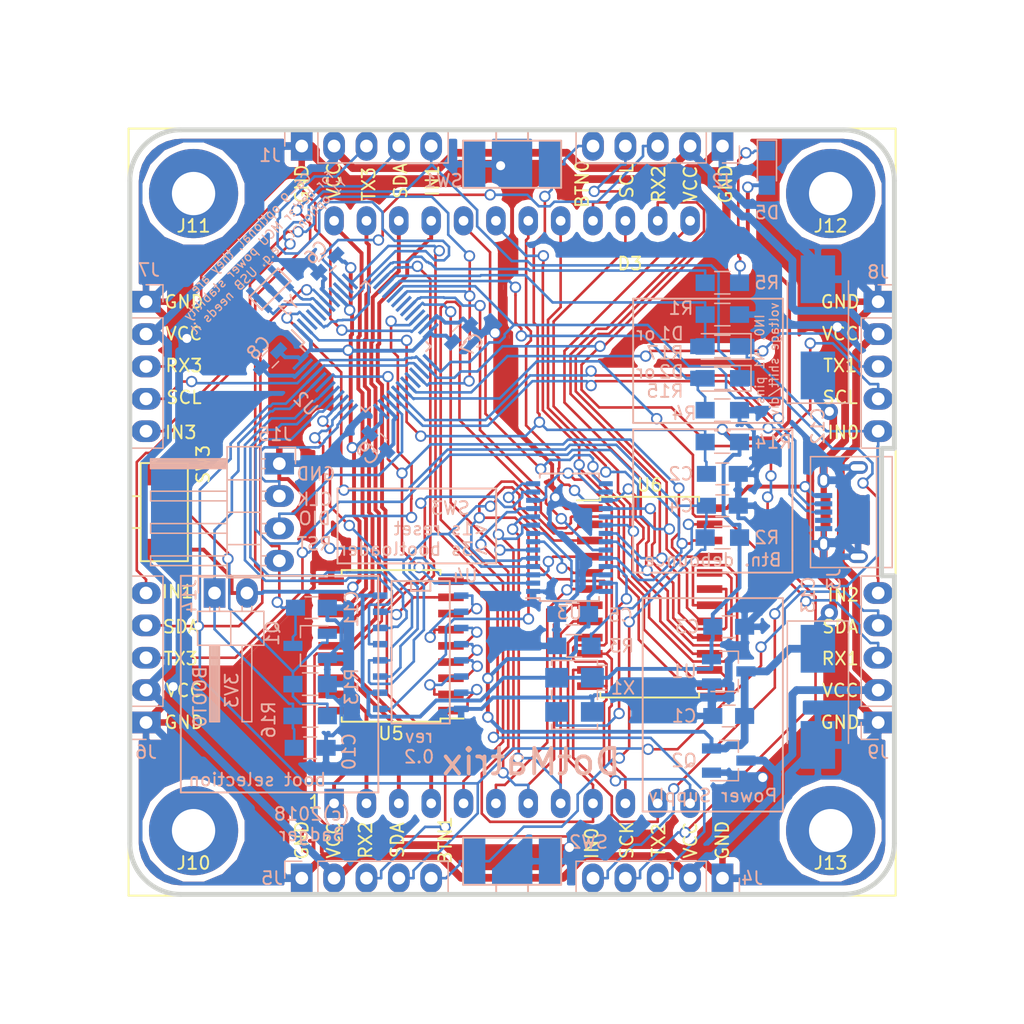
<source format=kicad_pcb>
(kicad_pcb (version 20171130) (host pcbnew 5.0.1-33cea8e~68~ubuntu16.04.1)
  (layers (0 Front signal) (31 Back signal) (34 B.Paste user) (35 F.Paste user) (36 B.SilkS user) (37 F.SilkS user) (38 B.Mask user) (39 F.Mask user) (44 Edge.Cuts user))
  (net 0 "")
  (net 1 GND)
  (net 2 /IN1)
  (net 3 /NRST)
  (net 4 +5V)
  (net 5 +3V3)
  (net 6 VCC)
  (net 7 /I2C_SCL)
  (net 8 /I2C_SDA)
  (net 9 /LED)
  (net 10 "Net-(D5-Pad1)")
  (net 11 /IN0)
  (net 12 /OSC_IN)
  (net 13 /OSC_OUT)
  (net 14 /BOOT0)
  (net 15 /BTN0)
  (net 16 /BTN1)
  (net 17 /LED_matrix/OUT_A1)
  (net 18 /LED_matrix/OUT_A3)
  (net 19 /LED_matrix/OUT_A0)
  (net 20 /LED_matrix/OUT_A5)
  (net 21 /LED_matrix/OUT_A2)
  (net 22 /LED_matrix/OUT_A7)
  (net 23 /LED_matrix/OUT_A6)
  (net 24 /LED_matrix/OUT_A4)
  (net 25 "Net-(Q1-Pad1)")
  (net 26 /IN0P)
  (net 27 /IN1P)
  (net 28 /UART_RX4)
  (net 29 /UART_TX2)
  (net 30 /UART_RX2)
  (net 31 /UART_TX3)
  (net 32 /UART_RX3)
  (net 33 /IN2)
  (net 34 /IN3)
  (net 35 /UART_TX1)
  (net 36 /UART_RX1)
  (net 37 /SWDIO)
  (net 38 /SWCLK)
  (net 39 /CAT_STROBE)
  (net 40 /CAT_CLK)
  (net 41 /CAT_DATA)
  (net 42 /USB_D-)
  (net 43 /USB_D+)
  (net 44 /UART_TX4)
  (net 45 /LED_matrix/C8G)
  (net 46 /LED_matrix/C7G)
  (net 47 /LED_matrix/C8R)
  (net 48 /LED_matrix/C7R)
  (net 49 /LED_matrix/C1G)
  (net 50 /LED_matrix/C2G)
  (net 51 /LED_matrix/C3G)
  (net 52 /LED_matrix/C4G)
  (net 53 /LED_matrix/C5G)
  (net 54 /LED_matrix/C6G)
  (net 55 /LED_matrix/C5R)
  (net 56 /LED_matrix/C6R)
  (net 57 /LED_matrix/C2R)
  (net 58 /LED_matrix/C3R)
  (net 59 /LED_matrix/C1R)
  (net 60 /LED_matrix/C4R)
  (net 61 /LED_matrix/GREY_CLK)
  (net 62 /LED_matrix/IREF)
  (net 63 /CAT_ERR)
  (net 64 /CAT_MODE)
  (net 65 /CAT_DOUT)
  (net 66 /NOE_ANODE)
  (net 67 /NOE_CAT)
  (net 68 /LED_matrix/CAT_DATA2)
  (net 69 /LED_matrix/LEDS_A0)
  (net 70 /LED_matrix/LEDS_A1)
  (net 71 /LED_matrix/LEDS_A2)
  (net 72 /LED_matrix/LEDS_A3)
  (net 73 /LED_matrix/LEDS_A4)
  (net 74 /LED_matrix/LEDS_A5)
  (net 75 /LED_matrix/LEDS_A6)
  (net 76 /LED_matrix/LEDS_A7)
  (module kicad_libraries_new:badger_LED_MATRIX_8x8_60.2mmx60.2mm_bicolor (layer Front) (at 100 100)
    (fp_text reference D3 (at 9.25 -19.5) (layer F.SilkS))
    (fp_text value LED_MATRIX_8x8_bicolor)
    (pad 24 thru_hole oval (at -13.97 -22.86) (size 1.524 2.286) (drill 0.762) (layers *.Cu *.Mask) (net 19 /LED_matrix/OUT_A0))
    (pad 23 thru_hole oval (at -11.43 -22.86) (size 1.524 2.286) (drill 0.762) (layers *.Cu *.Mask) (net 17 /LED_matrix/OUT_A1))
    (pad 13 thru_hole oval (at 13.97 -22.86) (size 1.524 2.286) (drill 0.762) (layers *.Cu *.Mask) (net 45 /LED_matrix/C8G))
    (pad 14 thru_hole oval (at 11.43 -22.86) (size 1.524 2.286) (drill 0.762) (layers *.Cu *.Mask) (net 46 /LED_matrix/C7G))
    (pad 12 thru_hole oval (at 13.97 22.86) (size 1.524 2.286) (drill 0.762) (layers *.Cu *.Mask) (net 47 /LED_matrix/C8R))
    (pad 11 thru_hole oval (at 11.43 22.86) (size 1.524 2.286) (drill 0.762) (layers *.Cu *.Mask) (net 48 /LED_matrix/C7R))
    (pad 3 thru_hole oval (at -8.89 22.86) (size 1.524 2.286) (drill 0.762) (layers *.Cu *.Mask) (net 20 /LED_matrix/OUT_A5))
    (pad 2 thru_hole oval (at -11.43 22.86) (size 1.524 2.286) (drill 0.762) (layers *.Cu *.Mask) (net 23 /LED_matrix/OUT_A6))
    (pad 1 thru_hole rect (at -13.97 22.86) (size 1.524 2.286) (drill 0.762) (layers *.Cu *.Mask) (net 22 /LED_matrix/OUT_A7))
    (pad 4 thru_hole oval (at -6.35 22.86) (size 1.524 2.286) (drill 0.762) (layers *.Cu *.Mask) (net 24 /LED_matrix/OUT_A4))
    (pad 8 thru_hole oval (at 3.81 22.86) (size 1.524 2.286) (drill 0.762) (layers *.Cu *.Mask) (net 60 /LED_matrix/C4R))
    (pad 5 thru_hole oval (at -3.81 22.86) (size 1.524 2.286) (drill 0.762) (layers *.Cu *.Mask) (net 59 /LED_matrix/C1R))
    (pad 7 thru_hole oval (at 1.27 22.86) (size 1.524 2.286) (drill 0.762) (layers *.Cu *.Mask) (net 58 /LED_matrix/C3R))
    (pad 6 thru_hole oval (at -1.27 22.86) (size 1.524 2.286) (drill 0.762) (layers *.Cu *.Mask) (net 57 /LED_matrix/C2R))
    (pad 10 thru_hole oval (at 8.89 22.86) (size 1.524 2.286) (drill 0.762) (layers *.Cu *.Mask) (net 56 /LED_matrix/C6R))
    (pad 9 thru_hole oval (at 6.35 22.86) (size 1.524 2.286) (drill 0.762) (layers *.Cu *.Mask) (net 55 /LED_matrix/C5R))
    (pad 15 thru_hole oval (at 8.89 -22.86) (size 1.524 2.286) (drill 0.762) (layers *.Cu *.Mask) (net 54 /LED_matrix/C6G))
    (pad 16 thru_hole oval (at 6.35 -22.86) (size 1.524 2.286) (drill 0.762) (layers *.Cu *.Mask) (net 53 /LED_matrix/C5G))
    (pad 17 thru_hole oval (at 3.81 -22.86) (size 1.524 2.286) (drill 0.762) (layers *.Cu *.Mask) (net 52 /LED_matrix/C4G))
    (pad 18 thru_hole oval (at 1.27 -22.86) (size 1.524 2.286) (drill 0.762) (layers *.Cu *.Mask) (net 51 /LED_matrix/C3G))
    (pad 19 thru_hole oval (at -1.27 -22.86) (size 1.524 2.286) (drill 0.762) (layers *.Cu *.Mask) (net 50 /LED_matrix/C2G))
    (pad 20 thru_hole oval (at -3.81 -22.86) (size 1.524 2.286) (drill 0.762) (layers *.Cu *.Mask) (net 49 /LED_matrix/C1G))
    (pad 21 thru_hole oval (at -6.35 -22.86) (size 1.524 2.286) (drill 0.762) (layers *.Cu *.Mask) (net 18 /LED_matrix/OUT_A3))
    (pad 22 thru_hole oval (at -8.89 -22.86) (size 1.524 2.286) (drill 0.762) (layers *.Cu *.Mask) (net 21 /LED_matrix/OUT_A2))
  )
  (module kicad_libraries_new:badger_D_SOD-123_hand (layer Back) (at 116.5 89.5 180)
    (fp_text reference D2 (at 4 0.5 180) (layer B.SilkS) (effects (justify mirror)))
    (fp_text value Shottky)
    (pad 1 smd rect (at -1.925 0 180) (size 1.2 1.2) (layers Back B.Paste B.Mask) (net 27 /IN1P))
    (pad 2 smd rect (at 1.925 0 180) (size 1.2 1.2) (layers Back B.Paste B.Mask) (net 2 /IN1))
  )
  (module kicad_libraries_new:badger_Pin_Hdr_1x04_2.54mm_angled_handsolder (layer Back) (at 81.73 96.2 180)
    (fp_text reference J15 (at 0.33 2.3 180) (layer B.SilkS) (effects (justify mirror)))
    (fp_text value Conn_01x04)
    (pad 1 thru_hole rect (at 0 0 180) (size 2.3 1.7) (drill 1) (layers *.Cu *.Mask) (net 1 GND))
    (pad 2 thru_hole oval (at 0 -2.54 180) (size 2.3 1.7) (drill 1) (layers *.Cu *.Mask) (net 38 /SWCLK))
    (pad 3 thru_hole oval (at 0 -5.08 180) (size 2.3 1.7) (drill 1) (layers *.Cu *.Mask) (net 37 /SWDIO))
    (pad 4 thru_hole oval (at 0 -7.62 180) (size 2.3 1.7) (drill 1) (layers *.Cu *.Mask) (net 3 /NRST))
  )
  (module Connect:USB_Micro-B (layer Back) (at 125.8 100 270)
    (fp_text reference J3 (at 5.25 0.55 270) (layer B.SilkS) (effects (justify mirror)))
    (fp_text value USB_OTG)
    (pad 1 smd rect (at -1.3 1.35 180) (size 1.35 0.4) (layers Back B.Paste B.Mask) (net 4 +5V))
    (pad 2 smd rect (at -0.65 1.35 180) (size 1.35 0.4) (layers Back B.Paste B.Mask) (net 42 /USB_D-))
    (pad 3 smd rect (at 0 1.35 180) (size 1.35 0.4) (layers Back B.Paste B.Mask) (net 43 /USB_D+))
    (pad 4 smd rect (at 0.65 1.35 180) (size 1.35 0.4) (layers Back B.Paste B.Mask))
    (pad 5 smd rect (at 1.3 1.35 180) (size 1.35 0.4) (layers Back B.Paste B.Mask) (net 1 GND))
    (pad 6 thru_hole oval (at -2.5 1.35 180) (size 0.95 1.25) (drill oval 0.55 0.85) (layers *.Cu *.Mask) (net 1 GND))
    (pad 6 thru_hole oval (at 2.5 1.35 180) (size 0.95 1.25) (drill oval 0.55 0.85) (layers *.Cu *.Mask) (net 1 GND))
    (pad 6 thru_hole oval (at -3.5 -1.35 180) (size 1.55 1) (drill oval 1.15 0.5) (layers *.Cu *.Mask) (net 1 GND))
    (pad 6 thru_hole oval (at 3.5 -1.35 180) (size 1.55 1) (drill oval 1.15 0.5) (layers *.Cu *.Mask) (net 1 GND))
  )
  (module LEDs:LED_0805_HandSoldering (layer Back) (at 120 73 270)
    (fp_text reference D5 (at 3.5 0) (layer B.SilkS) (effects (justify mirror)))
    (fp_text value LED)
    (pad 1 smd rect (at -1.35 0 270) (size 1.5 1.3) (layers Back B.Paste B.Mask) (net 10 "Net-(D5-Pad1)"))
    (pad 2 smd rect (at 1.35 0 270) (size 1.5 1.3) (layers Back B.Paste B.Mask) (net 5 +3V3))
  )
  (module Resistors_SMD:R_0805_HandSoldering (layer Back) (at 116.5 82 180)
    (fp_text reference R5 (at -3.5 0 180) (layer B.SilkS) (effects (justify mirror)))
    (fp_text value 1k)
    (pad 1 smd rect (at -1.35 0 180) (size 1.5 1.3) (layers Back B.Paste B.Mask) (net 10 "Net-(D5-Pad1)"))
    (pad 2 smd rect (at 1.35 0 180) (size 1.5 1.3) (layers Back B.Paste B.Mask) (net 9 /LED))
  )
  (module Resistors_SMD:R_0805_HandSoldering (layer Back) (at 84.15 113.5)
    (fp_text reference R13 (at 3.25 0.2 90) (layer B.SilkS) (effects (justify mirror)))
    (fp_text value 10k)
    (pad 1 smd rect (at -1.35 0) (size 1.5 1.3) (layers Back B.Paste B.Mask) (net 25 "Net-(Q1-Pad1)"))
    (pad 2 smd rect (at 1.35 0) (size 1.5 1.3) (layers Back B.Paste B.Mask) (net 1 GND))
  )
  (module Capacitors_SMD:C_0805_HandSoldering (layer Back) (at 117 116 180)
    (fp_text reference C1 (at 3.5 0 180) (layer B.SilkS) (effects (justify mirror)))
    (fp_text value 4u7)
    (pad 1 smd rect (at -1.25 0 180) (size 1.5 1.25) (layers Back B.Paste B.Mask) (net 4 +5V))
    (pad 2 smd rect (at 1.25 0 180) (size 1.5 1.25) (layers Back B.Paste B.Mask) (net 1 GND))
  )
  (module Capacitors_SMD:C_0805_HandSoldering (layer Back) (at 117 109)
    (fp_text reference C3 (at -3.25 0) (layer B.SilkS) (effects (justify mirror)))
    (fp_text value 4u7)
    (pad 1 smd rect (at -1.25 0) (size 1.5 1.25) (layers Back B.Paste B.Mask) (net 5 +3V3))
    (pad 2 smd rect (at 1.25 0) (size 1.5 1.25) (layers Back B.Paste B.Mask) (net 1 GND))
  )
  (module badger_footprints_kicad_4x:badger_mount_M3 (layer Front) (at 75 125)
    (fp_text reference J10 (at 0 2.54) (layer F.SilkS))
    (fp_text value Conn_01x01_Female)
    (pad 1 thru_hole circle (at 0 0) (size 7 7) (drill 3.4) (layers *.Cu *.Mask))
  )
  (module badger_footprints_kicad_4x:badger_mount_M3 (layer Front) (at 75 75)
    (fp_text reference J11 (at 0 2.54) (layer F.SilkS))
    (fp_text value Conn_01x01_Female)
    (pad 1 thru_hole circle (at 0 0) (size 7 7) (drill 3.4) (layers *.Cu *.Mask))
  )
  (module badger_footprints_kicad_4x:badger_mount_M3 (layer Front) (at 125 75)
    (fp_text reference J12 (at 0 2.54) (layer F.SilkS))
    (fp_text value Conn_01x01_Female)
    (pad 1 thru_hole circle (at 0 0) (size 7 7) (drill 3.4) (layers *.Cu *.Mask))
  )
  (module badger_footprints_kicad_4x:badger_mount_M3 (layer Front) (at 125 125)
    (fp_text reference J13 (at 0 2.54) (layer F.SilkS))
    (fp_text value Conn_01x01_Female)
    (pad 1 thru_hole circle (at 0 0) (size 7 7) (drill 3.4) (layers *.Cu *.Mask))
  )
  (module Capacitors_SMD:C_0805_HandSoldering (layer Back) (at 116.5 97 180)
    (fp_text reference C2 (at 3.25 0 180) (layer B.SilkS) (effects (justify mirror)))
    (fp_text value 100n)
    (pad 1 smd rect (at -1.25 0 180) (size 1.5 1.25) (layers Back B.Paste B.Mask) (net 1 GND))
    (pad 2 smd rect (at 1.25 0 180) (size 1.5 1.25) (layers Back B.Paste B.Mask) (net 15 /BTN0))
  )
  (module Resistors_SMD:R_0805_HandSoldering (layer Back) (at 116.5 94.5 180)
    (fp_text reference R14 (at -4 0 180) (layer B.SilkS) (effects (justify mirror)))
    (fp_text value 220k)
    (pad 1 smd rect (at -1.35 0 180) (size 1.5 1.3) (layers Back B.Paste B.Mask) (net 5 +3V3))
    (pad 2 smd rect (at 1.35 0 180) (size 1.5 1.3) (layers Back B.Paste B.Mask) (net 15 /BTN0))
  )
  (module kicad_libraries_new:badger_SOT-23_handsolder (layer Back) (at 117 112.5)
    (fp_text reference U1 (at -3.5 0) (layer B.SilkS) (effects (justify mirror)))
    (fp_text value DS9166A-23)
    (pad 1 smd rect (at -1.35 0.95) (size 1.5 0.8) (layers Back B.Paste B.Mask) (net 1 GND))
    (pad 2 smd rect (at -1.35 -0.95) (size 1.5 0.8) (layers Back B.Paste B.Mask) (net 5 +3V3))
    (pad 3 smd rect (at 1.35 0) (size 1.5 0.8) (layers Back B.Paste B.Mask) (net 4 +5V))
  )
  (module kicad_libraries_new:badger_LQFP-48_7x7mm_Pitch0.5mm_handsolder (layer Back) (at 88.5 87 315)
    (fp_text reference U2 (at -0.141421 6.505382 315) (layer B.SilkS) (effects (justify mirror)))
    (fp_text value STM32F070CBTx)
    (pad 1 smd rect (at -4.475 2.75 315) (size 1.6 0.25) (layers Back B.Paste B.Mask) (net 5 +3V3))
    (pad 2 smd rect (at -4.475 2.25 315) (size 1.6 0.25) (layers Back B.Paste B.Mask) (net 15 /BTN0))
    (pad 3 smd rect (at -4.475 1.75 315) (size 1.6 0.25) (layers Back B.Paste B.Mask) (net 16 /BTN1))
    (pad 4 smd rect (at -4.475 1.25 315) (size 1.6 0.25) (layers Back B.Paste B.Mask) (net 9 /LED))
    (pad 5 smd rect (at -4.475 0.75 315) (size 1.6 0.25) (layers Back B.Paste B.Mask) (net 12 /OSC_IN))
    (pad 6 smd rect (at -4.475 0.25 315) (size 1.6 0.25) (layers Back B.Paste B.Mask) (net 13 /OSC_OUT))
    (pad 7 smd rect (at -4.475 -0.25 315) (size 1.6 0.25) (layers Back B.Paste B.Mask) (net 3 /NRST))
    (pad 8 smd rect (at -4.475 -0.75 315) (size 1.6 0.25) (layers Back B.Paste B.Mask) (net 1 GND))
    (pad 9 smd rect (at -4.475 -1.25 315) (size 1.6 0.25) (layers Back B.Paste B.Mask) (net 5 +3V3))
    (pad 10 smd rect (at -4.475 -1.75 315) (size 1.6 0.25) (layers Back B.Paste B.Mask) (net 44 /UART_TX4))
    (pad 11 smd rect (at -4.475 -2.25 315) (size 1.6 0.25) (layers Back B.Paste B.Mask) (net 28 /UART_RX4))
    (pad 12 smd rect (at -4.475 -2.75 315) (size 1.6 0.25) (layers Back B.Paste B.Mask) (net 29 /UART_TX2))
    (pad 13 smd rect (at -2.75 -4.475 225) (size 1.6 0.25) (layers Back B.Paste B.Mask) (net 30 /UART_RX2))
    (pad 14 smd rect (at -2.25 -4.475 225) (size 1.6 0.25) (layers Back B.Paste B.Mask) (net 11 /IN0))
    (pad 15 smd rect (at -1.75 -4.475 225) (size 1.6 0.25) (layers Back B.Paste B.Mask) (net 2 /IN1))
    (pad 16 smd rect (at -1.25 -4.475 225) (size 1.6 0.25) (layers Back B.Paste B.Mask) (net 33 /IN2))
    (pad 17 smd rect (at -0.75 -4.475 225) (size 1.6 0.25) (layers Back B.Paste B.Mask) (net 34 /IN3))
    (pad 18 smd rect (at -0.25 -4.475 225) (size 1.6 0.25) (layers Back B.Paste B.Mask))
    (pad 19 smd rect (at 0.25 -4.475 225) (size 1.6 0.25) (layers Back B.Paste B.Mask) (net 63 /CAT_ERR))
    (pad 20 smd rect (at 0.75 -4.475 225) (size 1.6 0.25) (layers Back B.Paste B.Mask) (net 64 /CAT_MODE))
    (pad 21 smd rect (at 1.25 -4.475 225) (size 1.6 0.25) (layers Back B.Paste B.Mask) (net 31 /UART_TX3))
    (pad 22 smd rect (at 1.75 -4.475 225) (size 1.6 0.25) (layers Back B.Paste B.Mask) (net 32 /UART_RX3))
    (pad 23 smd rect (at 2.25 -4.475 225) (size 1.6 0.25) (layers Back B.Paste B.Mask) (net 1 GND))
    (pad 24 smd rect (at 2.75 -4.475 225) (size 1.6 0.25) (layers Back B.Paste B.Mask) (net 5 +3V3))
    (pad 25 smd rect (at 4.475 -2.75 315) (size 1.6 0.25) (layers Back B.Paste B.Mask) (net 33 /IN2))
    (pad 26 smd rect (at 4.475 -2.25 315) (size 1.6 0.25) (layers Back B.Paste B.Mask) (net 7 /I2C_SCL))
    (pad 27 smd rect (at 4.475 -1.75 315) (size 1.6 0.25) (layers Back B.Paste B.Mask) (net 8 /I2C_SDA))
    (pad 28 smd rect (at 4.475 -1.25 315) (size 1.6 0.25) (layers Back B.Paste B.Mask) (net 34 /IN3))
    (pad 29 smd rect (at 4.475 -0.75 315) (size 1.6 0.25) (layers Back B.Paste B.Mask))
    (pad 30 smd rect (at 4.475 -0.25 315) (size 1.6 0.25) (layers Back B.Paste B.Mask) (net 35 /UART_TX1))
    (pad 31 smd rect (at 4.475 0.25 315) (size 1.6 0.25) (layers Back B.Paste B.Mask) (net 36 /UART_RX1))
    (pad 32 smd rect (at 4.475 0.75 315) (size 1.6 0.25) (layers Back B.Paste B.Mask) (net 42 /USB_D-))
    (pad 33 smd rect (at 4.475 1.25 315) (size 1.6 0.25) (layers Back B.Paste B.Mask) (net 43 /USB_D+))
    (pad 34 smd rect (at 4.475 1.75 315) (size 1.6 0.25) (layers Back B.Paste B.Mask) (net 37 /SWDIO))
    (pad 35 smd rect (at 4.475 2.25 315) (size 1.6 0.25) (layers Back B.Paste B.Mask) (net 1 GND))
    (pad 36 smd rect (at 4.475 2.75 315) (size 1.6 0.25) (layers Back B.Paste B.Mask) (net 5 +3V3))
    (pad 37 smd rect (at 2.75 4.475 225) (size 1.6 0.25) (layers Back B.Paste B.Mask) (net 38 /SWCLK))
    (pad 38 smd rect (at 2.25 4.475 225) (size 1.6 0.25) (layers Back B.Paste B.Mask) (net 39 /CAT_STROBE))
    (pad 39 smd rect (at 1.75 4.475 225) (size 1.6 0.25) (layers Back B.Paste B.Mask) (net 40 /CAT_CLK))
    (pad 40 smd rect (at 1.25 4.475 225) (size 1.6 0.25) (layers Back B.Paste B.Mask) (net 65 /CAT_DOUT))
    (pad 41 smd rect (at 0.75 4.475 225) (size 1.6 0.25) (layers Back B.Paste B.Mask) (net 41 /CAT_DATA))
    (pad 42 smd rect (at 0.25 4.475 225) (size 1.6 0.25) (layers Back B.Paste B.Mask) (net 66 /NOE_ANODE))
    (pad 43 smd rect (at -0.25 4.475 225) (size 1.6 0.25) (layers Back B.Paste B.Mask) (net 67 /NOE_CAT))
    (pad 44 smd rect (at -0.75 4.475 225) (size 1.6 0.25) (layers Back B.Paste B.Mask) (net 14 /BOOT0))
    (pad 45 smd rect (at -1.25 4.475 225) (size 1.6 0.25) (layers Back B.Paste B.Mask) (net 8 /I2C_SDA))
    (pad 46 smd rect (at -1.75 4.475 225) (size 1.6 0.25) (layers Back B.Paste B.Mask) (net 7 /I2C_SCL))
    (pad 47 smd rect (at -2.25 4.475 225) (size 1.6 0.25) (layers Back B.Paste B.Mask) (net 1 GND))
    (pad 48 smd rect (at -2.75 4.475 225) (size 1.6 0.25) (layers Back B.Paste B.Mask) (net 5 +3V3))
  )
  (module kicad_libraries_new:badger_Pin_Hdr_1x05_2.54mm_handsolder (layer Back) (at 83.49 71.27 270)
    (fp_text reference J1 (at 0.73 2.49) (layer B.SilkS) (effects (justify mirror)))
    (fp_text value Conn_01x05)
    (pad 1 thru_hole rect (at 0 0 270) (size 2.3 1.7) (drill 1) (layers *.Cu *.Mask) (net 1 GND))
    (pad 2 thru_hole oval (at 0 -2.54 270) (size 2.3 1.7) (drill 1) (layers *.Cu *.Mask) (net 6 VCC))
    (pad 3 thru_hole oval (at 0 -5.08 270) (size 2.3 1.7) (drill 1) (layers *.Cu *.Mask) (net 44 /UART_TX4))
    (pad 4 thru_hole oval (at 0 -7.62 270) (size 2.3 1.7) (drill 1) (layers *.Cu *.Mask) (net 8 /I2C_SDA))
    (pad 5 thru_hole oval (at 0 -10.16 270) (size 2.3 1.7) (drill 1) (layers *.Cu *.Mask) (net 27 /IN1P))
  )
  (module kicad_libraries_new:badger_Pin_Hdr_1x05_2.54mm_handsolder (layer Back) (at 116.51 71.27 90)
    (fp_text reference J2 (at -2.73 -0.01 180) (layer B.SilkS) (effects (justify mirror)))
    (fp_text value Conn_01x05)
    (pad 1 thru_hole rect (at 0 0 90) (size 2.3 1.7) (drill 1) (layers *.Cu *.Mask) (net 1 GND))
    (pad 2 thru_hole oval (at 0 -2.54 90) (size 2.3 1.7) (drill 1) (layers *.Cu *.Mask) (net 6 VCC))
    (pad 3 thru_hole oval (at 0 -5.08 90) (size 2.3 1.7) (drill 1) (layers *.Cu *.Mask) (net 28 /UART_RX4))
    (pad 4 thru_hole oval (at 0 -7.62 90) (size 2.3 1.7) (drill 1) (layers *.Cu *.Mask) (net 7 /I2C_SCL))
    (pad 5 thru_hole oval (at 0 -10.16 90) (size 2.3 1.7) (drill 1) (layers *.Cu *.Mask) (net 15 /BTN0))
  )
  (module kicad_libraries_new:badger_Pin_Hdr_1x05_2.54mm_handsolder (layer Back) (at 116.51 128.73 90)
    (fp_text reference J4 (at 0 2.33 180) (layer B.SilkS) (effects (justify mirror)))
    (fp_text value Conn_01x05)
    (pad 1 thru_hole rect (at 0 0 90) (size 2.3 1.7) (drill 1) (layers *.Cu *.Mask) (net 1 GND))
    (pad 2 thru_hole oval (at 0 -2.54 90) (size 2.3 1.7) (drill 1) (layers *.Cu *.Mask) (net 6 VCC))
    (pad 3 thru_hole oval (at 0 -5.08 90) (size 2.3 1.7) (drill 1) (layers *.Cu *.Mask) (net 29 /UART_TX2))
    (pad 4 thru_hole oval (at 0 -7.62 90) (size 2.3 1.7) (drill 1) (layers *.Cu *.Mask) (net 7 /I2C_SCL))
    (pad 5 thru_hole oval (at 0 -10.16 90) (size 2.3 1.7) (drill 1) (layers *.Cu *.Mask) (net 26 /IN0P))
  )
  (module kicad_libraries_new:badger_Pin_Hdr_1x05_2.54mm_handsolder (layer Back) (at 83.49 128.73 270)
    (fp_text reference J5 (at 0 2.33) (layer B.SilkS) (effects (justify mirror)))
    (fp_text value Conn_01x05)
    (pad 1 thru_hole rect (at 0 0 270) (size 2.3 1.7) (drill 1) (layers *.Cu *.Mask) (net 1 GND))
    (pad 2 thru_hole oval (at 0 -2.54 270) (size 2.3 1.7) (drill 1) (layers *.Cu *.Mask) (net 6 VCC))
    (pad 3 thru_hole oval (at 0 -5.08 270) (size 2.3 1.7) (drill 1) (layers *.Cu *.Mask) (net 30 /UART_RX2))
    (pad 4 thru_hole oval (at 0 -7.62 270) (size 2.3 1.7) (drill 1) (layers *.Cu *.Mask) (net 8 /I2C_SDA))
    (pad 5 thru_hole oval (at 0 -10.16 270) (size 2.3 1.7) (drill 1) (layers *.Cu *.Mask) (net 16 /BTN1))
  )
  (module kicad_libraries_new:badger_Pin_Hdr_1x05_2.54mm_handsolder (layer Back) (at 71.27 116.51)
    (fp_text reference J6 (at 0 2.33) (layer B.SilkS) (effects (justify mirror)))
    (fp_text value Conn_01x05)
    (pad 1 thru_hole rect (at 0 0) (size 2.3 1.7) (drill 1) (layers *.Cu *.Mask) (net 1 GND))
    (pad 2 thru_hole oval (at 0 -2.54) (size 2.3 1.7) (drill 1) (layers *.Cu *.Mask) (net 6 VCC))
    (pad 3 thru_hole oval (at 0 -5.08) (size 2.3 1.7) (drill 1) (layers *.Cu *.Mask) (net 31 /UART_TX3))
    (pad 4 thru_hole oval (at 0 -7.62) (size 2.3 1.7) (drill 1) (layers *.Cu *.Mask) (net 8 /I2C_SDA))
    (pad 5 thru_hole oval (at 0 -10.16) (size 2.3 1.7) (drill 1) (layers *.Cu *.Mask) (net 27 /IN1P))
  )
  (module kicad_libraries_new:badger_Pin_Hdr_1x05_2.54mm_handsolder (layer Back) (at 71.27 83.49 180)
    (fp_text reference J7 (at -0.23 2.49 180) (layer B.SilkS) (effects (justify mirror)))
    (fp_text value Conn_01x05)
    (pad 1 thru_hole rect (at 0 0 180) (size 2.3 1.7) (drill 1) (layers *.Cu *.Mask) (net 1 GND))
    (pad 2 thru_hole oval (at 0 -2.54 180) (size 2.3 1.7) (drill 1) (layers *.Cu *.Mask) (net 6 VCC))
    (pad 3 thru_hole oval (at 0 -5.08 180) (size 2.3 1.7) (drill 1) (layers *.Cu *.Mask) (net 32 /UART_RX3))
    (pad 4 thru_hole oval (at 0 -7.62 180) (size 2.3 1.7) (drill 1) (layers *.Cu *.Mask) (net 7 /I2C_SCL))
    (pad 5 thru_hole oval (at 0 -10.16 180) (size 2.3 1.7) (drill 1) (layers *.Cu *.Mask) (net 34 /IN3))
  )
  (module kicad_libraries_new:badger_Pin_Hdr_1x05_2.54mm_handsolder (layer Back) (at 128.73 83.49 180)
    (fp_text reference J8 (at 0 2.33 180) (layer B.SilkS) (effects (justify mirror)))
    (fp_text value Conn_01x05)
    (pad 1 thru_hole rect (at 0 0 180) (size 2.3 1.7) (drill 1) (layers *.Cu *.Mask) (net 1 GND))
    (pad 2 thru_hole oval (at 0 -2.54 180) (size 2.3 1.7) (drill 1) (layers *.Cu *.Mask) (net 6 VCC))
    (pad 3 thru_hole oval (at 0 -5.08 180) (size 2.3 1.7) (drill 1) (layers *.Cu *.Mask) (net 35 /UART_TX1))
    (pad 4 thru_hole oval (at 0 -7.62 180) (size 2.3 1.7) (drill 1) (layers *.Cu *.Mask) (net 7 /I2C_SCL))
    (pad 5 thru_hole oval (at 0 -10.16 180) (size 2.3 1.7) (drill 1) (layers *.Cu *.Mask) (net 26 /IN0P))
  )
  (module kicad_libraries_new:badger_Pin_Hdr_1x05_2.54mm_handsolder (layer Back) (at 128.73 116.51)
    (fp_text reference J9 (at 0 2.33) (layer B.SilkS) (effects (justify mirror)))
    (fp_text value Conn_01x05)
    (pad 1 thru_hole rect (at 0 0) (size 2.3 1.7) (drill 1) (layers *.Cu *.Mask) (net 1 GND))
    (pad 2 thru_hole oval (at 0 -2.54) (size 2.3 1.7) (drill 1) (layers *.Cu *.Mask) (net 6 VCC))
    (pad 3 thru_hole oval (at 0 -5.08) (size 2.3 1.7) (drill 1) (layers *.Cu *.Mask) (net 36 /UART_RX1))
    (pad 4 thru_hole oval (at 0 -7.62) (size 2.3 1.7) (drill 1) (layers *.Cu *.Mask) (net 8 /I2C_SDA))
    (pad 5 thru_hole oval (at 0 -10.16) (size 2.3 1.7) (drill 1) (layers *.Cu *.Mask) (net 33 /IN2))
  )
  (module Capacitors_SMD:C_0805_HandSoldering (layer Back) (at 116.5 99.5 180)
    (fp_text reference C4 (at 3.25 0 180) (layer B.SilkS) (effects (justify mirror)))
    (fp_text value 100n)
    (pad 1 smd rect (at -1.25 0 180) (size 1.5 1.25) (layers Back B.Paste B.Mask) (net 1 GND))
    (pad 2 smd rect (at 1.25 0 180) (size 1.5 1.25) (layers Back B.Paste B.Mask) (net 16 /BTN1))
  )
  (module Resistors_SMD:R_0805_HandSoldering (layer Back) (at 116.5 102 180)
    (fp_text reference R2 (at -3.5 0 180) (layer B.SilkS) (effects (justify mirror)))
    (fp_text value 220k)
    (pad 1 smd rect (at -1.35 0 180) (size 1.5 1.3) (layers Back B.Paste B.Mask) (net 5 +3V3))
    (pad 2 smd rect (at 1.35 0 180) (size 1.5 1.3) (layers Back B.Paste B.Mask) (net 16 /BTN1))
  )
  (module kicad_libraries_new:badger_CSTCE_G (layer Back) (at 81 82.5 45)
    (fp_text reference Y1 (at 0 2.000001 45) (layer B.SilkS) (effects (justify mirror)))
    (fp_text value Resonator hide)
    (pad 1 smd rect (at -1.2 0 45) (size 0.5 2.5) (layers Back B.Paste B.Mask) (net 12 /OSC_IN))
    (pad 2 smd rect (at 0 0 45) (size 0.5 2.5) (layers Back B.Paste B.Mask) (net 1 GND))
    (pad 3 smd rect (at 1.2 0 45) (size 0.5 2.5) (layers Back B.Paste B.Mask) (net 13 /OSC_OUT))
  )
  (module kicad_libraries_new:badger_smd_button_KSS231G (layer Back) (at 100 72.7 180)
    (fp_text reference SW1 (at 5.4 -1.3 180) (layer B.SilkS) (effects (justify mirror)))
    (fp_text value SW_Push hide)
    (pad 1 smd rect (at -2.94894 0 180) (size 1.69926 3.70078) (layers Back B.Paste B.Mask) (net 15 /BTN0))
    (pad 2 smd rect (at 2.94894 0 180) (size 1.69926 3.70078) (layers Back B.Paste B.Mask) (net 1 GND))
  )
  (module kicad_libraries_new:badger_smd_button_KSS231G (layer Back) (at 100 127.4)
    (fp_text reference SW2 (at 6 -1.5) (layer B.SilkS) (effects (justify mirror)))
    (fp_text value SW_Push hide)
    (pad 1 smd rect (at -2.94894 0) (size 1.69926 3.70078) (layers Back B.Paste B.Mask) (net 16 /BTN1))
    (pad 2 smd rect (at 2.94894 0) (size 1.69926 3.70078) (layers Back B.Paste B.Mask) (net 1 GND))
  )
  (module Capacitors_SMD:C_0603_HandSoldering (layer Back) (at 85.5 80.5 225)
    (fp_text reference C6 (at 0 1.249999 225) (layer B.SilkS) (effects (justify mirror)))
    (fp_text value 100n)
    (pad 1 smd rect (at -0.949999 0 225) (size 1.2 0.75) (layers Back B.Paste B.Mask) (net 5 +3V3))
    (pad 2 smd rect (at 0.949999 0 225) (size 1.2 0.75) (layers Back B.Paste B.Mask) (net 1 GND))
  )
  (module Capacitors_SMD:C_0603_HandSoldering (layer Back) (at 96 86 45)
    (fp_text reference C7 (at 0 1.249999 45) (layer B.SilkS) (effects (justify mirror)))
    (fp_text value 100n)
    (pad 1 smd rect (at -0.949999 0 45) (size 1.2 0.75) (layers Back B.Paste B.Mask) (net 5 +3V3))
    (pad 2 smd rect (at 0.949999 0 45) (size 1.2 0.75) (layers Back B.Paste B.Mask) (net 1 GND))
  )
  (module Capacitors_SMD:C_0603_HandSoldering (layer Back) (at 81 88 225)
    (fp_text reference C8 (at 0 1.249999 225) (layer B.SilkS) (effects (justify mirror)))
    (fp_text value 100n)
    (pad 1 smd rect (at -0.949999 0 225) (size 1.2 0.75) (layers Back B.Paste B.Mask) (net 5 +3V3))
    (pad 2 smd rect (at 0.949999 0 225) (size 1.2 0.75) (layers Back B.Paste B.Mask) (net 1 GND))
  )
  (module Capacitors_SMD:C_0603_HandSoldering (layer Back) (at 89.5 94.5 315)
    (fp_text reference C9 (at 0 1.249999 315) (layer B.SilkS) (effects (justify mirror)))
    (fp_text value 100n)
    (pad 1 smd rect (at -0.949999 0 315) (size 1.2 0.75) (layers Back B.Paste B.Mask) (net 5 +3V3))
    (pad 2 smd rect (at 0.949999 0 315) (size 1.2 0.75) (layers Back B.Paste B.Mask) (net 1 GND))
  )
  (module kicad_libraries_new:badger_Pin_Hdr_1x02_2.54mm_angled_handsolder (layer Back) (at 76.65 106.35 270)
    (fp_text reference J14 (at 0.25 1.95 270) (layer B.SilkS) (effects (justify mirror)))
    (fp_text value Conn_01x02)
    (pad 1 thru_hole rect (at 0 0 270) (size 2.3 1.7) (drill 1) (layers *.Cu *.Mask) (net 14 /BOOT0))
    (pad 2 thru_hole oval (at 0 -2.54 270) (size 2.3 1.7) (drill 1) (layers *.Cu *.Mask) (net 5 +3V3))
  )
  (module Capacitors_SMD:C_0805_HandSoldering (layer Back) (at 84.15 118.5)
    (fp_text reference C10 (at 3.05 0.3 90) (layer B.SilkS) (effects (justify mirror)))
    (fp_text value 4u7)
    (pad 1 smd rect (at -1.25 0) (size 1.5 1.25) (layers Back B.Paste B.Mask) (net 14 /BOOT0))
    (pad 2 smd rect (at 1.25 0) (size 1.5 1.25) (layers Back B.Paste B.Mask) (net 1 GND))
  )
  (module Capacitors_SMD:C_0805_HandSoldering (layer Back) (at 84.25 107.5)
    (fp_text reference C11 (at 3.15 0.1 90) (layer B.SilkS) (effects (justify mirror)))
    (fp_text value 100n)
    (pad 1 smd rect (at -1.25 0) (size 1.5 1.25) (layers Back B.Paste B.Mask) (net 3 /NRST))
    (pad 2 smd rect (at 1.25 0) (size 1.5 1.25) (layers Back B.Paste B.Mask) (net 1 GND))
  )
  (module Resistors_SMD:R_0805_HandSoldering (layer Back) (at 116.5 84.5 180)
    (fp_text reference R1 (at 3.25 0.5 180) (layer B.SilkS) (effects (justify mirror)))
    (fp_text value 10k)
    (pad 1 smd rect (at -1.35 0 180) (size 1.5 1.3) (layers Back B.Paste B.Mask) (net 1 GND))
    (pad 2 smd rect (at 1.35 0 180) (size 1.5 1.3) (layers Back B.Paste B.Mask) (net 11 /IN0))
  )
  (module Resistors_SMD:R_0805_HandSoldering (layer Back) (at 104.85 110.5 180)
    (fp_text reference R3 (at -3.75 0 180) (layer B.SilkS) (effects (justify mirror)))
    (fp_text value R)
    (pad 1 smd rect (at -1.35 0 180) (size 1.5 1.3) (layers Back B.Paste B.Mask) (net 62 /LED_matrix/IREF))
    (pad 2 smd rect (at 1.35 0 180) (size 1.5 1.3) (layers Back B.Paste B.Mask) (net 1 GND))
  )
  (module Resistors_SMD:R_0805_HandSoldering (layer Back) (at 116.5 92 180)
    (fp_text reference R4 (at 3 -0.25 180) (layer B.SilkS) (effects (justify mirror)))
    (fp_text value 10k)
    (pad 1 smd rect (at -1.35 0 180) (size 1.5 1.3) (layers Back B.Paste B.Mask) (net 1 GND))
    (pad 2 smd rect (at 1.35 0 180) (size 1.5 1.3) (layers Back B.Paste B.Mask) (net 2 /IN1))
  )
  (module Resistors_SMD:R_0805_HandSoldering (layer Back) (at 84.15 116)
    (fp_text reference R16 (at -3.25 0.3 90) (layer B.SilkS) (effects (justify mirror)))
    (fp_text value 820k)
    (pad 1 smd rect (at -1.35 0) (size 1.5 1.3) (layers Back B.Paste B.Mask) (net 14 /BOOT0))
    (pad 2 smd rect (at 1.35 0) (size 1.5 1.3) (layers Back B.Paste B.Mask) (net 25 "Net-(Q1-Pad1)"))
  )
  (module kicad_libraries_new:badger_smd_button_KSS231G (layer Front) (at 72.7 100 90)
    (fp_text reference SW3 (at 3.75 3.05 90) (layer F.SilkS))
    (fp_text value SW_Push hide)
    (pad 1 smd rect (at -2.94894 0 90) (size 1.69926 3.70078) (layers Front F.Paste F.Mask) (net 5 +3V3))
    (pad 2 smd rect (at 2.94894 0 90) (size 1.69926 3.70078) (layers Front F.Paste F.Mask) (net 25 "Net-(Q1-Pad1)"))
  )
  (module Capacitors_Tantalum_SMD:CP_Tantalum_Case-V_EIA-7343-20_Hand (layer Back) (at 124 114.5 270)
    (fp_text reference C13 (at -8 0.75 270) (layer B.SilkS) (effects (justify mirror)))
    (fp_text value 220u)
    (pad 1 smd rect (at -3.775 0 270) (size 3.75 2.7) (layers Back B.Paste B.Mask) (net 4 +5V))
    (pad 2 smd rect (at 3.775 0 270) (size 3.75 2.7) (layers Back B.Paste B.Mask) (net 1 GND))
  )
  (module kicad_libraries_new:badger_SOT-23_handsolder (layer Back) (at 84.15 110.5 180)
    (fp_text reference Q1 (at 2.95 1 270) (layer B.SilkS) (effects (justify mirror)))
    (fp_text value BSS138)
    (pad 1 smd rect (at -1.35 0.95 180) (size 1.5 0.8) (layers Back B.Paste B.Mask) (net 25 "Net-(Q1-Pad1)"))
    (pad 2 smd rect (at -1.35 -0.95 180) (size 1.5 0.8) (layers Back B.Paste B.Mask) (net 1 GND))
    (pad 3 smd rect (at 1.35 0 180) (size 1.5 0.8) (layers Back B.Paste B.Mask) (net 3 /NRST))
  )
  (module kicad_libraries_new:badger_D_SOD-123_hand (layer Back) (at 116.5 87 180)
    (fp_text reference D1 (at 4 1 180) (layer B.SilkS) (effects (justify mirror)))
    (fp_text value Shottky)
    (pad 1 smd rect (at -1.925 0 180) (size 1.2 1.2) (layers Back B.Paste B.Mask) (net 26 /IN0P))
    (pad 2 smd rect (at 1.925 0 180) (size 1.2 1.2) (layers Back B.Paste B.Mask) (net 11 /IN0))
  )
  (module Capacitors_Tantalum_SMD:CP_Tantalum_Case-V_EIA-7343-20_Hand (layer Back) (at 124 85.5 90)
    (fp_text reference C12 (at -7.75 0 90) (layer B.SilkS) (effects (justify mirror)))
    (fp_text value 220u)
    (pad 1 smd rect (at -3.775 0 90) (size 3.75 2.7) (layers Back B.Paste B.Mask) (net 4 +5V))
    (pad 2 smd rect (at 3.775 0 90) (size 3.75 2.7) (layers Back B.Paste B.Mask) (net 1 GND))
  )
  (module kicad_libraries_new:badger_SOT-23_handsolder (layer Back) (at 117 119.5)
    (fp_text reference Q2 (at -3.5 0) (layer B.SilkS) (effects (justify mirror)))
    (fp_text value IRLML6402)
    (pad 1 smd rect (at -1.35 0.95) (size 1.5 0.8) (layers Back B.Paste B.Mask) (net 1 GND))
    (pad 2 smd rect (at -1.35 -0.95) (size 1.5 0.8) (layers Back B.Paste B.Mask) (net 4 +5V))
    (pad 3 smd rect (at 1.35 0) (size 1.5 0.8) (layers Back B.Paste B.Mask) (net 6 VCC))
  )
  (module Resistors_SMD:R_0805_HandSoldering (layer Back) (at 116.5 89.5)
    (fp_text reference R15 (at -4.5 1) (layer B.SilkS) (effects (justify mirror)))
    (fp_text value R)
    (pad 1 smd rect (at -1.35 0) (size 1.5 1.3) (layers Back B.Paste B.Mask) (net 2 /IN1))
    (pad 2 smd rect (at 1.35 0) (size 1.5 1.3) (layers Back B.Paste B.Mask) (net 27 /IN1P))
  )
  (module Resistors_SMD:R_0805_HandSoldering (layer Back) (at 116.5 87)
    (fp_text reference R17 (at -4.5 0.5) (layer B.SilkS) (effects (justify mirror)))
    (fp_text value R)
    (pad 1 smd rect (at -1.35 0) (size 1.5 1.3) (layers Back B.Paste B.Mask) (net 11 /IN0))
    (pad 2 smd rect (at 1.35 0) (size 1.5 1.3) (layers Back B.Paste B.Mask) (net 26 /IN0P))
  )
  (module Capacitors_SMD:C_0805_HandSoldering (layer Back) (at 104.75 108 180)
    (fp_text reference C5 (at -3.75 -0.1 180) (layer B.SilkS) (effects (justify mirror)))
    (fp_text value 100nF)
    (pad 2 smd rect (at 1.25 0 180) (size 1.5 1.25) (layers Back B.Paste B.Mask) (net 1 GND))
    (pad 1 smd rect (at -1.25 0 180) (size 1.5 1.25) (layers Back B.Paste B.Mask) (net 4 +5V))
  )
  (module SMD_Packages:SO-16-N (layer Back) (at 92.825 111 270)
    (fp_text reference U4 (at -6 -3.475) (layer B.SilkS) (effects (justify mirror)))
    (fp_text value 74HC595)
    (pad 15 smd rect (at -3.175 3.175 270) (size 0.508 1.143) (layers Back B.Paste B.Mask) (net 69 /LED_matrix/LEDS_A0))
    (pad 1 smd rect (at -4.445 -3.175 270) (size 0.508 1.143) (layers Back B.Paste B.Mask) (net 70 /LED_matrix/LEDS_A1))
    (pad 2 smd rect (at -3.175 -3.175 270) (size 0.508 1.143) (layers Back B.Paste B.Mask) (net 71 /LED_matrix/LEDS_A2))
    (pad 3 smd rect (at -1.905 -3.175 270) (size 0.508 1.143) (layers Back B.Paste B.Mask) (net 72 /LED_matrix/LEDS_A3))
    (pad 4 smd rect (at -0.635 -3.175 270) (size 0.508 1.143) (layers Back B.Paste B.Mask) (net 73 /LED_matrix/LEDS_A4))
    (pad 5 smd rect (at 0.635 -3.175 270) (size 0.508 1.143) (layers Back B.Paste B.Mask) (net 74 /LED_matrix/LEDS_A5))
    (pad 6 smd rect (at 1.905 -3.175 270) (size 0.508 1.143) (layers Back B.Paste B.Mask) (net 75 /LED_matrix/LEDS_A6))
    (pad 7 smd rect (at 3.175 -3.175 270) (size 0.508 1.143) (layers Back B.Paste B.Mask) (net 76 /LED_matrix/LEDS_A7))
    (pad 8 smd rect (at 4.445 -3.175 270) (size 0.508 1.143) (layers Back B.Paste B.Mask) (net 1 GND))
    (pad 9 smd rect (at 4.445 3.175 270) (size 0.508 1.143) (layers Back B.Paste B.Mask) (net 68 /LED_matrix/CAT_DATA2))
    (pad 10 smd rect (at 3.175 3.175 270) (size 0.508 1.143) (layers Back B.Paste B.Mask) (net 5 +3V3))
    (pad 11 smd rect (at 1.905 3.175 270) (size 0.508 1.143) (layers Back B.Paste B.Mask) (net 40 /CAT_CLK))
    (pad 12 smd rect (at 0.635 3.175 270) (size 0.508 1.143) (layers Back B.Paste B.Mask) (net 39 /CAT_STROBE))
    (pad 13 smd rect (at -0.635 3.175 270) (size 0.508 1.143) (layers Back B.Paste B.Mask) (net 66 /NOE_ANODE))
    (pad 14 smd rect (at -1.905 3.175 270) (size 0.508 1.143) (layers Back B.Paste B.Mask) (net 41 /CAT_DATA))
    (pad 16 smd rect (at -4.445 3.175 270) (size 0.508 1.143) (layers Back B.Paste B.Mask) (net 5 +3V3))
  )
  (module Housings_SOIC:SOIC-18W_7.5x11.6mm_Pitch1.27mm (layer Front) (at 90.5 110.5 180)
    (fp_text reference U5 (at 0 -6.875 180) (layer F.SilkS))
    (fp_text value TBD62783A)
    (pad 18 smd rect (at 4.7 -5.08 180) (size 2 0.6) (layers Front F.Paste F.Mask) (net 22 /LED_matrix/OUT_A7))
    (pad 17 smd rect (at 4.7 -3.81 180) (size 2 0.6) (layers Front F.Paste F.Mask) (net 23 /LED_matrix/OUT_A6))
    (pad 16 smd rect (at 4.7 -2.54 180) (size 2 0.6) (layers Front F.Paste F.Mask) (net 20 /LED_matrix/OUT_A5))
    (pad 15 smd rect (at 4.7 -1.27 180) (size 2 0.6) (layers Front F.Paste F.Mask) (net 24 /LED_matrix/OUT_A4))
    (pad 14 smd rect (at 4.7 0 180) (size 2 0.6) (layers Front F.Paste F.Mask) (net 18 /LED_matrix/OUT_A3))
    (pad 13 smd rect (at 4.7 1.27 180) (size 2 0.6) (layers Front F.Paste F.Mask) (net 21 /LED_matrix/OUT_A2))
    (pad 12 smd rect (at 4.7 2.54 180) (size 2 0.6) (layers Front F.Paste F.Mask) (net 17 /LED_matrix/OUT_A1))
    (pad 11 smd rect (at 4.7 3.81 180) (size 2 0.6) (layers Front F.Paste F.Mask) (net 19 /LED_matrix/OUT_A0))
    (pad 10 smd rect (at 4.7 5.08 180) (size 2 0.6) (layers Front F.Paste F.Mask) (net 1 GND))
    (pad 9 smd rect (at -4.7 5.08 180) (size 2 0.6) (layers Front F.Paste F.Mask) (net 4 +5V))
    (pad 8 smd rect (at -4.7 3.81 180) (size 2 0.6) (layers Front F.Paste F.Mask) (net 69 /LED_matrix/LEDS_A0))
    (pad 7 smd rect (at -4.7 2.54 180) (size 2 0.6) (layers Front F.Paste F.Mask) (net 70 /LED_matrix/LEDS_A1))
    (pad 6 smd rect (at -4.7 1.27 180) (size 2 0.6) (layers Front F.Paste F.Mask) (net 71 /LED_matrix/LEDS_A2))
    (pad 5 smd rect (at -4.7 0 180) (size 2 0.6) (layers Front F.Paste F.Mask) (net 72 /LED_matrix/LEDS_A3))
    (pad 4 smd rect (at -4.7 -1.27 180) (size 2 0.6) (layers Front F.Paste F.Mask) (net 73 /LED_matrix/LEDS_A4))
    (pad 3 smd rect (at -4.7 -2.54 180) (size 2 0.6) (layers Front F.Paste F.Mask) (net 74 /LED_matrix/LEDS_A5))
    (pad 2 smd rect (at -4.7 -3.81 180) (size 2 0.6) (layers Front F.Paste F.Mask) (net 75 /LED_matrix/LEDS_A6))
    (pad 1 smd rect (at -4.7 -5.08 180) (size 2 0.6) (layers Front F.Paste F.Mask) (net 76 /LED_matrix/LEDS_A7))
  )
  (module Housings_SOIC:SOIC-24W_7.5x15.4mm_Pitch1.27mm (layer Front) (at 110.8 106.675)
    (fp_text reference U6 (at 0 -8.8) (layer F.SilkS))
    (fp_text value TLC5926)
    (pad 24 smd rect (at 4.7 -6.985) (size 2 0.6) (layers Front F.Paste F.Mask) (net 4 +5V))
    (pad 23 smd rect (at 4.7 -5.715) (size 2 0.6) (layers Front F.Paste F.Mask) (net 62 /LED_matrix/IREF))
    (pad 22 smd rect (at 4.7 -4.445) (size 2 0.6) (layers Front F.Paste F.Mask) (net 65 /CAT_DOUT))
    (pad 21 smd rect (at 4.7 -3.175) (size 2 0.6) (layers Front F.Paste F.Mask) (net 67 /NOE_CAT))
    (pad 20 smd rect (at 4.7 -1.905) (size 2 0.6) (layers Front F.Paste F.Mask) (net 45 /LED_matrix/C8G))
    (pad 19 smd rect (at 4.7 -0.635) (size 2 0.6) (layers Front F.Paste F.Mask) (net 46 /LED_matrix/C7G))
    (pad 18 smd rect (at 4.7 0.635) (size 2 0.6) (layers Front F.Paste F.Mask) (net 54 /LED_matrix/C6G))
    (pad 17 smd rect (at 4.7 1.905) (size 2 0.6) (layers Front F.Paste F.Mask) (net 53 /LED_matrix/C5G))
    (pad 16 smd rect (at 4.7 3.175) (size 2 0.6) (layers Front F.Paste F.Mask) (net 52 /LED_matrix/C4G))
    (pad 15 smd rect (at 4.7 4.445) (size 2 0.6) (layers Front F.Paste F.Mask) (net 51 /LED_matrix/C3G))
    (pad 14 smd rect (at 4.7 5.715) (size 2 0.6) (layers Front F.Paste F.Mask) (net 50 /LED_matrix/C2G))
    (pad 13 smd rect (at 4.7 6.985) (size 2 0.6) (layers Front F.Paste F.Mask) (net 49 /LED_matrix/C1G))
    (pad 12 smd rect (at -4.7 6.985) (size 2 0.6) (layers Front F.Paste F.Mask) (net 47 /LED_matrix/C8R))
    (pad 11 smd rect (at -4.7 5.715) (size 2 0.6) (layers Front F.Paste F.Mask) (net 48 /LED_matrix/C7R))
    (pad 10 smd rect (at -4.7 4.445) (size 2 0.6) (layers Front F.Paste F.Mask) (net 56 /LED_matrix/C6R))
    (pad 9 smd rect (at -4.7 3.175) (size 2 0.6) (layers Front F.Paste F.Mask) (net 55 /LED_matrix/C5R))
    (pad 8 smd rect (at -4.7 1.905) (size 2 0.6) (layers Front F.Paste F.Mask) (net 60 /LED_matrix/C4R))
    (pad 7 smd rect (at -4.7 0.635) (size 2 0.6) (layers Front F.Paste F.Mask) (net 58 /LED_matrix/C3R))
    (pad 6 smd rect (at -4.7 -0.635) (size 2 0.6) (layers Front F.Paste F.Mask) (net 57 /LED_matrix/C2R))
    (pad 5 smd rect (at -4.7 -1.905) (size 2 0.6) (layers Front F.Paste F.Mask) (net 59 /LED_matrix/C1R))
    (pad 4 smd rect (at -4.7 -3.175) (size 2 0.6) (layers Front F.Paste F.Mask) (net 39 /CAT_STROBE))
    (pad 3 smd rect (at -4.7 -4.445) (size 2 0.6) (layers Front F.Paste F.Mask) (net 40 /CAT_CLK))
    (pad 2 smd rect (at -4.7 -5.715) (size 2 0.6) (layers Front F.Paste F.Mask) (net 68 /LED_matrix/CAT_DATA2))
    (pad 1 smd rect (at -4.7 -6.985) (size 2 0.6) (layers Front F.Paste F.Mask) (net 1 GND))
  )
  (module Oscillators:Oscillator_SMD_EuroQuartz_XO53-4pin_5.0x3.2mm_HandSoldering (layer Back) (at 104.9 114.34 270)
    (fp_text reference X1 (at -0.54 -3.8) (layer B.SilkS) (effects (justify mirror)))
    (fp_text value TXC-7C)
    (pad 4 smd rect (at -1.34 1.4 270) (size 1.54 1.8) (layers Back B.Paste B.Mask) (net 5 +3V3))
    (pad 3 smd rect (at 1.34 1.4 270) (size 1.54 1.8) (layers Back B.Paste B.Mask) (net 61 /LED_matrix/GREY_CLK))
    (pad 2 smd rect (at 1.34 -1.4 270) (size 1.54 1.8) (layers Back B.Paste B.Mask) (net 1 GND))
    (pad 1 smd rect (at -1.34 -1.4 270) (size 1.54 1.8) (layers Back B.Paste B.Mask) (net 5 +3V3))
  )
  (module kicad_libraries_new:HTSSOP-28_4.4x9.7mm_Pitch0.65mm_wo_thermal_pad (layer Back) (at 104.5 102)
    (fp_text reference U3 (at 0 5.9) (layer B.SilkS) (effects (justify mirror)))
    (fp_text value TLC5945PWP)
    (pad 1 smd rect (at -2.85 4.225) (size 1.1 0.4) (layers Back B.Paste B.Mask) (net 1 GND))
    (pad 2 smd rect (at -2.85 3.575) (size 1.1 0.4) (layers Back B.Paste B.Mask) (net 67 /NOE_CAT))
    (pad 3 smd rect (at -2.85 2.925) (size 1.1 0.4) (layers Back B.Paste B.Mask) (net 39 /CAT_STROBE))
    (pad 4 smd rect (at -2.85 2.275) (size 1.1 0.4) (layers Back B.Paste B.Mask) (net 40 /CAT_CLK))
    (pad 5 smd rect (at -2.85 1.625) (size 1.1 0.4) (layers Back B.Paste B.Mask) (net 68 /LED_matrix/CAT_DATA2))
    (pad 6 smd rect (at -2.85 0.975) (size 1.1 0.4) (layers Back B.Paste B.Mask) (net 64 /CAT_MODE))
    (pad 7 smd rect (at -2.85 0.325) (size 1.1 0.4) (layers Back B.Paste B.Mask) (net 59 /LED_matrix/C1R))
    (pad 8 smd rect (at -2.85 -0.325) (size 1.1 0.4) (layers Back B.Paste B.Mask) (net 57 /LED_matrix/C2R))
    (pad 9 smd rect (at -2.85 -0.975) (size 1.1 0.4) (layers Back B.Paste B.Mask) (net 58 /LED_matrix/C3R))
    (pad 10 smd rect (at -2.85 -1.625) (size 1.1 0.4) (layers Back B.Paste B.Mask) (net 60 /LED_matrix/C4R))
    (pad 11 smd rect (at -2.85 -2.275) (size 1.1 0.4) (layers Back B.Paste B.Mask) (net 55 /LED_matrix/C5R))
    (pad 12 smd rect (at -2.85 -2.925) (size 1.1 0.4) (layers Back B.Paste B.Mask) (net 56 /LED_matrix/C6R))
    (pad 13 smd rect (at -2.85 -3.575) (size 1.1 0.4) (layers Back B.Paste B.Mask) (net 48 /LED_matrix/C7R))
    (pad 14 smd rect (at -2.85 -4.225) (size 1.1 0.4) (layers Back B.Paste B.Mask) (net 47 /LED_matrix/C8R))
    (pad 15 smd rect (at 2.85 -4.225) (size 1.1 0.4) (layers Back B.Paste B.Mask) (net 49 /LED_matrix/C1G))
    (pad 16 smd rect (at 2.85 -3.575) (size 1.1 0.4) (layers Back B.Paste B.Mask) (net 50 /LED_matrix/C2G))
    (pad 17 smd rect (at 2.85 -2.925) (size 1.1 0.4) (layers Back B.Paste B.Mask) (net 51 /LED_matrix/C3G))
    (pad 18 smd rect (at 2.85 -2.275) (size 1.1 0.4) (layers Back B.Paste B.Mask) (net 52 /LED_matrix/C4G))
    (pad 19 smd rect (at 2.85 -1.625) (size 1.1 0.4) (layers Back B.Paste B.Mask) (net 53 /LED_matrix/C5G))
    (pad 20 smd rect (at 2.85 -0.975) (size 1.1 0.4) (layers Back B.Paste B.Mask) (net 54 /LED_matrix/C6G))
    (pad 21 smd rect (at 2.85 -0.325) (size 1.1 0.4) (layers Back B.Paste B.Mask) (net 46 /LED_matrix/C7G))
    (pad 22 smd rect (at 2.85 0.325) (size 1.1 0.4) (layers Back B.Paste B.Mask) (net 45 /LED_matrix/C8G))
    (pad 23 smd rect (at 2.85 0.975) (size 1.1 0.4) (layers Back B.Paste B.Mask) (net 63 /CAT_ERR))
    (pad 24 smd rect (at 2.85 1.625) (size 1.1 0.4) (layers Back B.Paste B.Mask) (net 65 /CAT_DOUT))
    (pad 25 smd rect (at 2.85 2.275) (size 1.1 0.4) (layers Back B.Paste B.Mask) (net 61 /LED_matrix/GREY_CLK))
    (pad 26 smd rect (at 2.85 2.925) (size 1.1 0.4) (layers Back B.Paste B.Mask) (net 4 +5V))
    (pad 27 smd rect (at 2.85 3.575) (size 1.1 0.4) (layers Back B.Paste B.Mask) (net 62 /LED_matrix/IREF))
    (pad 28 smd rect (at 2.85 4.225) (size 1.1 0.4) (layers Back B.Paste B.Mask) (net 4 +5V))
  )
  (gr_text VCC (at 125.75 114) (layer F.SilkS) (effects (font (size 1 1))))
  (gr_text IN0 (at 126 93.75) (layer F.SilkS) (effects (font (size 1 1))))
  (gr_text IN2 (at 126 106.5) (layer F.SilkS) (effects (font (size 1 1))))
  (gr_text SCL (at 125.75 91) (layer F.SilkS) (effects (font (size 1 1))))
  (gr_text VCC (at 125.75 86) (layer F.SilkS) (effects (font (size 1 1))))
  (gr_text SDA (at 125.75 109) (layer F.SilkS) (effects (font (size 1 1))))
  (gr_text GND (at 125.75 116.5) (layer F.SilkS) (effects (font (size 1 1))))
  (gr_text TX1 (at 125.75 88.5) (layer F.SilkS) (effects (font (size 1 1))))
  (gr_text RX1 (at 125.75 111.5) (layer F.SilkS) (effects (font (size 1 1))))
  (gr_text GND (at 125.75 83.5) (layer F.SilkS) (effects (font (size 1 1))))
  (gr_text GND (at 74.25 116.5) (layer F.SilkS) (effects (font (size 1 1))))
  (gr_text GND (at 74.25 83.5) (layer F.SilkS) (effects (font (size 1 1))))
  (gr_text IN3 (at 74 93.75) (layer F.SilkS) (effects (font (size 1 1))))
  (gr_text TX3 (at 74 111.5) (layer F.SilkS) (effects (font (size 1 1))))
  (gr_text VCC (at 74.25 114) (layer F.SilkS) (effects (font (size 1 1))))
  (gr_text SCL (at 74.25 91) (layer F.SilkS) (effects (font (size 1 1))))
  (gr_text SDA (at 74 109) (layer F.SilkS) (effects (font (size 1 1))))
  (gr_text IN1 (at 73.75 106.25) (layer F.SilkS) (effects (font (size 1 1))))
  (gr_text VCC (at 74.25 86) (layer F.SilkS) (effects (font (size 1 1))))
  (gr_text RX3 (at 74.25 88.5) (layer F.SilkS) (effects (font (size 1 1))))
  (gr_text IN1 (at 93.75 74 90) (layer F.SilkS) (effects (font (size 1 1))))
  (gr_text SDA (at 91.25 74 90) (layer F.SilkS) (effects (font (size 1 1))))
  (gr_text GND (at 83.5 74.25 90) (layer F.SilkS) (effects (font (size 1 1))))
  (gr_text VCC (at 86 74 90) (layer F.SilkS) (effects (font (size 1 1))))
  (gr_text TX3 (at 88.75 74.25 90) (layer F.SilkS) (effects (font (size 1 1))))
  (gr_text BTN0 (at 105.5 74.25 90) (layer F.SilkS) (effects (font (size 1 1))))
  (gr_text SCL (at 109 74 90) (layer F.SilkS) (effects (font (size 1 1))))
  (gr_text GND (at 116.75 74.25 90) (layer F.SilkS) (effects (font (size 1 1))))
  (gr_text VCC (at 114 74.25 90) (layer F.SilkS) (effects (font (size 1 1))))
  (gr_text RX2 (at 111.5 74.25 90) (layer F.SilkS) (effects (font (size 1 1))))
  (gr_text IN0 (at 106.25 126 90) (layer F.SilkS) (effects (font (size 1 1))))
  (gr_text SCK (at 109 125.75 90) (layer F.SilkS) (effects (font (size 1 1))))
  (gr_text TX2 (at 111.5 125.75 90) (layer F.SilkS) (effects (font (size 1 1))))
  (gr_text VCC (at 114 125.75 90) (layer F.SilkS) (effects (font (size 1 1))))
  (gr_text GND (at 116.5 125.75 90) (layer F.SilkS) (effects (font (size 1 1))))
  (gr_text BTN1 (at 94.75 125.75 90) (layer F.SilkS) (effects (font (size 1 1))))
  (gr_text SDA (at 91 125.75 90) (layer F.SilkS) (effects (font (size 1 1))))
  (gr_text RX2 (at 88.5 125.75 90) (layer F.SilkS) (effects (font (size 1 1))))
  (gr_text VCC (at 86 125.75 90) (layer F.SilkS) (effects (font (size 1 1))))
  (gr_text GND (at 83.5 125.75 90) (layer F.SilkS) (effects (font (size 1 1))))
  (gr_text GND (at 85.5 125.75) (layer Front) (effects (font (size 2.032 1.524) (thickness 0.3048))))
  (gr_text 1 (at 84.5 122.75) (layer F.SilkS) (effects (font (size 1 1))))
  (gr_line (start 86.3 98.15) (end 86.3 98.175) (angle 90) (layer B.SilkS) (width 0.15))
  (gr_line (start 98.75 98.15) (end 86.3 98.15) (angle 90) (layer B.SilkS) (width 0.15))
  (gr_line (start 98.75 104.025) (end 98.75 98.15) (angle 90) (layer B.SilkS) (width 0.15))
  (gr_line (start 86.3 104.025) (end 98.75 104.025) (angle 90) (layer B.SilkS) (width 0.15))
  (gr_line (start 86.3 98.225) (end 86.3 104.025) (angle 90) (layer B.SilkS) (width 0.15))
  (gr_text "C6-9 optional, they are \nfor better MCU power stability\nY1 optional,  e.g. USB needs it" (at 80.1 79.1 45) (layer B.SilkS) (effects (font (size 0.7 0.7) (thickness 0.11)) (justify mirror)))
  (gr_text "IN0, IN1 pins\nvoltage shift/div" (at 120 88 90) (layer B.SilkS) (effects (font (size 0.7 0.7) (thickness 0.11)) (justify mirror)))
  (gr_text "Btn. debounce" (at 115.75 103.75) (layer B.SilkS) (effects (font (size 1 1)) (justify mirror)))
  (gr_line (start 109.5 104.75) (end 109.5 103) (angle 90) (layer B.SilkS) (width 0.15))
  (gr_line (start 122 104.75) (end 109.5 104.75) (angle 90) (layer B.SilkS) (width 0.15))
  (gr_line (start 122 103) (end 122 104.75) (angle 90) (layer B.SilkS) (width 0.15))
  (gr_line (start 121.25 106.75) (end 120.75 106.75) (angle 90) (layer B.SilkS) (width 0.15))
  (gr_line (start 121.25 123.5) (end 121.25 106.75) (angle 90) (layer B.SilkS) (width 0.15))
  (gr_line (start 120.25 123.5) (end 121.25 123.5) (angle 90) (layer B.SilkS) (width 0.15))
  (gr_line (start 120.25 106.75) (end 120.75 106.75) (angle 90) (layer B.SilkS) (width 0.15))
  (gr_line (start 110.25 106.75) (end 110.75 106.75) (angle 90) (layer B.SilkS) (width 0.15))
  (gr_line (start 110.25 123.5) (end 110.25 106.75) (angle 90) (layer B.SilkS) (width 0.15))
  (gr_line (start 110.75 123.5) (end 110.25 123.5) (angle 90) (layer B.SilkS) (width 0.15))
  (gr_text "Power Supply" (at 115.75 122.25) (layer B.SilkS) (effects (font (size 1 1)) (justify mirror)))
  (gr_line (start 110.75 106.75) (end 111 106.75) (angle 90) (layer B.SilkS) (width 0.15))
  (gr_line (start 120.25 123.5) (end 110.75 123.5) (angle 90) (layer B.SilkS) (width 0.15))
  (gr_line (start 111 106.75) (end 120.25 106.75) (angle 90) (layer B.SilkS) (width 0.15))
  (gr_line (start 109.5 103) (end 109.5 93.5) (angle 90) (layer B.SilkS) (width 0.15))
  (gr_line (start 122 93.5) (end 122 103) (angle 90) (layer B.SilkS) (width 0.15))
  (gr_line (start 121.25 93.5) (end 122 93.5) (angle 90) (layer B.SilkS) (width 0.15))
  (gr_line (start 109.5 93.5) (end 121.25 93.5) (angle 90) (layer B.SilkS) (width 0.15))
  (gr_line (start 109.5 93) (end 109.5 90.75) (angle 90) (layer B.SilkS) (width 0.15))
  (gr_line (start 121.25 93) (end 109.5 93) (angle 90) (layer B.SilkS) (width 0.15))
  (gr_line (start 121.25 92.75) (end 121.25 93) (angle 90) (layer B.SilkS) (width 0.15))
  (gr_line (start 121.25 90.75) (end 121.25 92.75) (angle 90) (layer B.SilkS) (width 0.15))
  (gr_line (start 109.5 83.25) (end 110 83.25) (angle 90) (layer B.SilkS) (width 0.15))
  (gr_line (start 109.5 90.75) (end 109.5 83.25) (angle 90) (layer B.SilkS) (width 0.15))
  (gr_line (start 121.25 83.25) (end 121.25 90.75) (angle 90) (layer B.SilkS) (width 0.15))
  (gr_line (start 110 83.25) (end 121.25 83.25) (angle 90) (layer B.SilkS) (width 0.15))
  (gr_text "  SW3\n<1s reset\n>3s bootloader" (at 98.3 101.3) (layer B.SilkS) (effects (font (size 1 1)) (justify left mirror)))
  (gr_text "boot selection" (at 80 121) (layer B.SilkS) (effects (font (size 1 1)) (justify mirror)))
  (gr_line (start 89 105) (end 74 105) (angle 90) (layer B.SilkS) (width 0.15))
  (gr_line (start 74 122) (end 74 105) (angle 90) (layer B.SilkS) (width 0.15))
  (gr_line (start 89.5 122) (end 74 122) (angle 90) (layer B.SilkS) (width 0.15))
  (gr_line (start 89.5 105) (end 89.5 122) (angle 90) (layer B.SilkS) (width 0.15))
  (gr_line (start 89 105) (end 89.5 105) (angle 90) (layer B.SilkS) (width 0.15))
  (gr_text 3V3 (at 78 114 90) (layer B.SilkS) (effects (font (size 1 1)) (justify mirror)))
  (gr_text BOOT0 (at 75.5 114.5 90) (layer B.SilkS) (effects (font (size 1 1)) (justify mirror)))
  (gr_text or (at 110.5 89) (layer B.SilkS) (effects (font (size 1 1)) (justify mirror)))
  (gr_text or (at 110.5 86) (layer B.SilkS) (effects (font (size 1 1)) (justify mirror)))
  (gr_text RST (at 84.5 102.5) (layer B.SilkS) (effects (font (size 1 1)) (justify mirror)))
  (gr_text DIO (at 84.5 100.5) (layer B.SilkS) (effects (font (size 1 1)) (justify mirror)))
  (gr_text CLK (at 84.5 99) (layer B.SilkS) (effects (font (size 1 1)) (justify mirror)))
  (gr_text "GND\n" (at 84.6 97) (layer B.SilkS) (effects (font (size 1 1)) (justify mirror)))
  (gr_line (start 129 105) (end 130 105) (angle 90) (layer Edge.Cuts) (width 0.381))
  (gr_line (start 129 95) (end 129 105) (angle 90) (layer Edge.Cuts) (width 0.381))
  (gr_line (start 130 95) (end 129 95) (angle 90) (layer Edge.Cuts) (width 0.381))
  (gr_line (start 74 70) (end 126 70) (angle 90) (layer Edge.Cuts) (width 0.381))
  (gr_line (start 70 126) (end 70 74) (angle 90) (layer Edge.Cuts) (width 0.381))
  (gr_line (start 126 130) (end 74 130) (angle 90) (layer Edge.Cuts) (width 0.381))
  (gr_line (start 130 105) (end 130 126) (angle 90) (layer Edge.Cuts) (width 0.381))
  (gr_arc (start 126 126) (end 130 126) (angle 90) (layer Edge.Cuts) (width 0.381))
  (gr_arc (start 74 126) (end 74 130) (angle 90) (layer Edge.Cuts) (width 0.381))
  (gr_arc (start 74 74) (end 70 74) (angle 90) (layer Edge.Cuts) (width 0.381))
  (gr_line (start 130 74) (end 130 95) (angle 90) (layer Edge.Cuts) (width 0.381))
  (gr_arc (start 126 74) (end 126 70) (angle 90) (layer Edge.Cuts) (width 0.381))
  (gr_text "rev\n0.2" (at 92.7 118.4) (layer B.SilkS) (effects (font (size 1 1)) (justify mirror)))
  (gr_text "(c)2018\nBadger" (at 84.3 124.5) (layer B.SilkS) (effects (font (size 1 1)) (justify mirror)))
  (gr_text DotMatrix (at 101.5 119.6) (layer B.SilkS) (effects (font (size 2 2) (thickness 0.3)) (justify mirror)))
  (segment (start 96.6718 85.3282) (end 96.1549 84.8113) (width 0.3048) (layer Back) (net 1))
  (segment (start 85.5 111.45) (end 86.606 110.344) (width 0.3048) (layer Back) (net 1))
  (segment (start 86.606 110.344) (end 86.606 108.9738) (width 0.3048) (layer Back) (net 1))
  (segment (start 86.606 108.9738) (end 86.1131 108.4809) (width 0.3048) (layer Back) (net 1))
  (segment (start 86.1131 108.4809) (end 85.5 108.4809) (width 0.3048) (layer Back) (net 1))
  (segment (start 85.5 111.45) (end 85.5 113.5) (width 0.3048) (layer Back) (net 1))
  (segment (start 85.5 107.5) (end 85.5 108.4809) (width 0.3048) (layer Back) (net 1))
  (segment (start 96.1549 84.8113) (end 95.8318 85.1344) (width 0.3048) (layer Back) (net 1))
  (segment (start 95.8318 85.1344) (end 94.743 85.1344) (width 0.3048) (layer Back) (net 1))
  (segment (start 94.743 85.1344) (end 94.3431 84.7345) (width 0.3048) (layer Back) (net 1))
  (segment (start 94.3431 84.7345) (end 94.1978 84.7345) (width 0.3048) (layer Back) (net 1))
  (segment (start 94.1978 84.7345) (end 94.0727 84.6093) (width 0.3048) (layer Back) (net 1))
  (segment (start 96.6718 85.3282) (end 97.1887 85.8451) (width 0.3048) (layer Back) (net 1))
  (segment (start 99.9229 85.9352) (end 98.663 85.9352) (width 0.3048) (layer Front) (net 1))
  (segment (start 98.663 85.9352) (end 98.5729 85.8451) (width 0.3048) (layer Back) (net 1))
  (segment (start 98.5729 85.8451) (end 97.1887 85.8451) (width 0.3048) (layer Back) (net 1))
  (segment (start 93.2553 85.4267) (end 94.0727 84.6093) (width 0.3048) (layer Back) (net 1))
  (segment (start 85.866 83.3054) (end 85.0486 82.4879) (width 0.3048) (layer Back) (net 1))
  (segment (start 84.8282 81.1718) (end 85.3451 81.6887) (width 0.3048) (layer Back) (net 1))
  (segment (start 85.0486 82.4879) (end 85.1513 82.3852) (width 0.3048) (layer Back) (net 1))
  (segment (start 85.1513 82.3852) (end 85.1513 81.8825) (width 0.3048) (layer Back) (net 1))
  (segment (start 85.1513 81.8825) (end 85.3451 81.6887) (width 0.3048) (layer Back) (net 1))
  (segment (start 78.7144 87.3695) (end 79.0259 87.3695) (width 0.3048) (layer Back) (net 1))
  (segment (start 79.0259 87.3695) (end 80.3282 88.6718) (width 0.3048) (layer Back) (net 1))
  (segment (start 73.8636 87.3695) (end 78.7144 87.3695) (width 0.3048) (layer Back) (net 1))
  (segment (start 78.7144 87.3695) (end 78.7144 82.5144) (width 0.3048) (layer Back) (net 1))
  (segment (start 78.7144 82.5144) (end 79.7745 81.4543) (width 0.3048) (layer Back) (net 1))
  (segment (start 79.7745 81.4543) (end 79.9543 81.4543) (width 0.3048) (layer Back) (net 1))
  (segment (start 79.9543 81.4543) (end 79.9543 81.2746) (width 0.3048) (layer Back) (net 1))
  (segment (start 79.9543 81.2746) (end 81.0092 80.2197) (width 0.3048) (layer Back) (net 1))
  (segment (start 81.0092 80.2197) (end 83.8761 80.2197) (width 0.3048) (layer Back) (net 1))
  (segment (start 83.8761 80.2197) (end 84.8282 81.1718) (width 0.3048) (layer Back) (net 1))
  (segment (start 81 82.5) (end 79.9543 81.4543) (width 0.3048) (layer Back) (net 1))
  (segment (start 83.49 71.27) (end 84.27 71.27) (width 0.6096) (layer Front) (net 1))
  (segment (start 84.27 71.27) (end 84.6 71.6) (width 0.6096) (layer Front) (net 1))
  (segment (start 84.6 71.6) (end 84.6 72.2) (width 0.6096) (layer Front) (net 1))
  (segment (start 84.6 72.2) (end 85.4 73) (width 0.6096) (layer Front) (net 1))
  (segment (start 85.4 73) (end 86.2787 73) (width 0.6096) (layer Front) (net 1))
  (segment (start 86.2787 73) (end 87.1423 73.8636) (width 0.6096) (layer Front) (net 1))
  (segment (start 87.1423 73.8636) (end 94.6577 73.8636) (width 0.6096) (layer Front) (net 1))
  (segment (start 94.6577 73.8636) (end 95.8577 72.6636) (width 0.6096) (layer Front) (net 1))
  (segment (start 95.8577 72.6636) (end 98.9504 72.6636) (width 0.6096) (layer Front) (net 1))
  (segment (start 117.85 84.5) (end 118.9559 84.5) (width 0.3048) (layer Back) (net 1))
  (segment (start 125.5235 85.4689) (end 119.9248 85.4689) (width 0.3048) (layer Back) (net 1))
  (segment (start 119.9248 85.4689) (end 118.9559 84.5) (width 0.3048) (layer Back) (net 1))
  (segment (start 126.9 85.7025) (end 125.7571 85.7025) (width 0.3048) (layer Front) (net 1))
  (segment (start 125.7571 85.7025) (end 125.5235 85.4689) (width 0.3048) (layer Front) (net 1))
  (segment (start 126.9 85.7025) (end 126.9 86.3) (width 0.6096) (layer Front) (net 1))
  (segment (start 126.9 86.3) (end 126.136 87.0636) (width 0.6096) (layer Front) (net 1))
  (segment (start 126.136 87.0636) (end 126.136 94.3636) (width 0.6096) (layer Front) (net 1))
  (segment (start 126.136 94.3636) (end 124.45 96.05) (width 0.6096) (layer Front) (net 1))
  (segment (start 124.45 96.05) (end 124.45 97.5) (width 0.6096) (layer Front) (net 1))
  (segment (start 128.73 83.49) (end 128.61 83.49) (width 0.6096) (layer Front) (net 1))
  (segment (start 128.61 83.49) (end 126.986 85.1137) (width 0.6096) (layer Front) (net 1))
  (segment (start 126.986 85.1137) (end 126.9 85.2) (width 0.6096) (layer Front) (net 1))
  (segment (start 126.9 85.2) (end 126.9 85.7025) (width 0.6096) (layer Front) (net 1))
  (segment (start 84.4441 105.42) (end 84.4441 99.4417) (width 0.3048) (layer Front) (net 1))
  (segment (start 84.4441 99.4417) (end 82.4083 97.4059) (width 0.3048) (layer Front) (net 1))
  (segment (start 82.4083 97.4059) (end 81.73 97.4059) (width 0.3048) (layer Front) (net 1))
  (segment (start 115.65 114.368) (end 106.4861 114.368) (width 0.3048) (layer Back) (net 1))
  (segment (start 106.4861 114.368) (end 106.3 114.5541) (width 0.3048) (layer Back) (net 1))
  (segment (start 115.65 114.368) (end 115.65 115.9) (width 0.6096) (layer Back) (net 1))
  (segment (start 115.65 115.9) (end 115.75 116) (width 0.6096) (layer Back) (net 1))
  (segment (start 115.65 113.45) (end 115.65 114.368) (width 0.6096) (layer Back) (net 1))
  (segment (start 106.3 115.68) (end 106.3 114.5541) (width 0.3048) (layer Back) (net 1))
  (segment (start 106.3 114.5541) (end 98.4913 114.5541) (width 0.3048) (layer Back) (net 1))
  (segment (start 98.4913 114.5541) (end 97.6004 115.445) (width 0.3048) (layer Back) (net 1))
  (segment (start 97.6004 115.445) (end 96 115.445) (width 0.3048) (layer Back) (net 1))
  (segment (start 73.8636 87.3695) (end 73.8636 94.6577) (width 0.6096) (layer Back) (net 1))
  (segment (start 73.8636 94.6577) (end 71.9636 96.5577) (width 0.6096) (layer Back) (net 1))
  (segment (start 71.9636 96.5577) (end 71.9636 103.442) (width 0.6096) (layer Back) (net 1))
  (segment (start 71.9636 103.442) (end 73.9 105.379) (width 0.6096) (layer Back) (net 1))
  (segment (start 73.9 105.379) (end 73.9 109.727) (width 0.6096) (layer Back) (net 1))
  (segment (start 100 72.6636) (end 103.864 72.6636) (width 0.6096) (layer Front) (net 1))
  (segment (start 103.864 72.6636) (end 105.064 73.8636) (width 0.6096) (layer Front) (net 1))
  (segment (start 105.064 73.8636) (end 112.936 73.8636) (width 0.6096) (layer Front) (net 1))
  (segment (start 112.936 73.8636) (end 113.8 73) (width 0.6096) (layer Front) (net 1))
  (segment (start 113.8 73) (end 114.78 73) (width 0.6096) (layer Front) (net 1))
  (segment (start 114.78 73) (end 116.51 71.27) (width 0.6096) (layer Front) (net 1))
  (segment (start 98.9504 72.6636) (end 100 72.6636) (width 0.6096) (layer Front) (net 1))
  (segment (start 73.4 113.7) (end 76.6578 113.7) (width 0.3048) (layer Front) (net 1))
  (segment (start 76.6578 113.7) (end 84.4441 105.9137) (width 0.3048) (layer Front) (net 1))
  (segment (start 84.4441 105.9137) (end 84.4441 105.42) (width 0.3048) (layer Front) (net 1))
  (segment (start 83.7447 88.5733) (end 82.9274 89.3906) (width 0.3048) (layer Back) (net 1))
  (segment (start 82.9274 89.3906) (end 82.8281 89.2914) (width 0.3048) (layer Back) (net 1))
  (segment (start 82.8281 89.2914) (end 80.9478 89.2914) (width 0.3048) (layer Back) (net 1))
  (segment (start 80.9478 89.2914) (end 80.3282 88.6718) (width 0.3048) (layer Back) (net 1))
  (segment (start 81.73 96.2) (end 83.2359 96.2) (width 0.3048) (layer Back) (net 1))
  (segment (start 90.1718 95.1718) (end 89.1436 96.2) (width 0.3048) (layer Back) (net 1))
  (segment (start 89.1436 96.2) (end 83.2359 96.2) (width 0.3048) (layer Back) (net 1))
  (segment (start 90.4303 94.9133) (end 90.1718 95.1718) (width 0.3048) (layer Back) (net 1))
  (segment (start 90.4303 94.9133) (end 90.6887 94.6549) (width 0.3048) (layer Back) (net 1))
  (segment (start 81.73 96.2) (end 81.73 97.4059) (width 0.3048) (layer Front) (net 1))
  (segment (start 90.8907 92.5726) (end 90.762 92.7013) (width 0.3048) (layer Back) (net 1))
  (segment (start 90.762 92.7013) (end 90.762 92.7425) (width 0.3048) (layer Back) (net 1))
  (segment (start 90.762 92.7425) (end 90.6887 92.8158) (width 0.3048) (layer Back) (net 1))
  (segment (start 90.6887 92.8158) (end 90.6887 94.6549) (width 0.3048) (layer Back) (net 1))
  (segment (start 117.75 100.4809) (end 118.2489 100.4809) (width 0.3048) (layer Back) (net 1))
  (segment (start 118.2489 100.4809) (end 120.99 103.222) (width 0.3048) (layer Back) (net 1))
  (segment (start 117.85 93.0059) (end 118.3529 93.0059) (width 0.3048) (layer Back) (net 1))
  (segment (start 118.3529 93.0059) (end 118.9778 93.6308) (width 0.3048) (layer Back) (net 1))
  (segment (start 118.9778 93.6308) (end 118.9778 96.2626) (width 0.3048) (layer Back) (net 1))
  (segment (start 118.9778 96.2626) (end 117.75 97.4904) (width 0.3048) (layer Back) (net 1))
  (segment (start 117.75 99.5) (end 117.75 100.4809) (width 0.3048) (layer Back) (net 1))
  (segment (start 120.99 103.51) (end 120.99 103.222) (width 0.3048) (layer Back) (net 1))
  (segment (start 95.0726 115.445) (end 93.9059 116.6117) (width 0.3048) (layer Back) (net 1))
  (segment (start 93.9059 116.6117) (end 86.606 116.6117) (width 0.3048) (layer Back) (net 1))
  (segment (start 85.5 113.5) (end 85.5 114.5059) (width 0.3048) (layer Back) (net 1))
  (segment (start 86.606 116.6117) (end 86.606 116.8387) (width 0.3048) (layer Back) (net 1))
  (segment (start 86.606 116.8387) (end 85.9256 117.5191) (width 0.3048) (layer Back) (net 1))
  (segment (start 85.9256 117.5191) (end 85.4 117.5191) (width 0.3048) (layer Back) (net 1))
  (segment (start 85.5 114.5059) (end 86.0029 114.5059) (width 0.3048) (layer Back) (net 1))
  (segment (start 86.0029 114.5059) (end 86.606 115.109) (width 0.3048) (layer Back) (net 1))
  (segment (start 86.606 115.109) (end 86.606 116.6117) (width 0.3048) (layer Back) (net 1))
  (segment (start 96 115.445) (end 95.0726 115.445) (width 0.3048) (layer Back) (net 1))
  (segment (start 85.4 118.5) (end 85.4 117.5191) (width 0.3048) (layer Back) (net 1))
  (segment (start 124.45 102.5) (end 122 102.5) (width 0.6096) (layer Back) (net 1))
  (segment (start 122 102.5) (end 120.99 103.51) (width 0.6096) (layer Back) (net 1))
  (segment (start 117.85 92) (end 117.85 93.0059) (width 0.3048) (layer Back) (net 1))
  (segment (start 117.75 97.4904) (end 117.75 97.9809) (width 0.3048) (layer Back) (net 1))
  (segment (start 117.75 97) (end 117.75 97.4904) (width 0.3048) (layer Back) (net 1))
  (segment (start 103.5 108) (end 103.5 110.5) (width 0.3048) (layer Back) (net 1))
  (segment (start 103.5 107.7976) (end 103.5 108) (width 0.3048) (layer Back) (net 1))
  (segment (start 102.5559 106.225) (end 103.35 107.0191) (width 0.3048) (layer Back) (net 1))
  (segment (start 103.35 107.0191) (end 103.5 107.0191) (width 0.3048) (layer Back) (net 1))
  (segment (start 103.5 107.7976) (end 103.5 107.0191) (width 0.3048) (layer Back) (net 1))
  (segment (start 117.75 97.9809) (end 117.75 99.5) (width 0.3048) (layer Back) (net 1))
  (segment (start 90.0733 91.7553) (end 90.8907 92.5726) (width 0.3048) (layer Back) (net 1))
  (segment (start 85.8 105.42) (end 84.4441 105.42) (width 0.3048) (layer Front) (net 1))
  (segment (start 101.65 106.225) (end 102.5559 106.225) (width 0.3048) (layer Back) (net 1))
  (segment (start 102.949 127.4) (end 102.9489 127.4) (width 0.3048) (layer Back) (net 1))
  (segment (start 102.949 127.4) (end 104.154 127.4) (width 0.3048) (layer Back) (net 1))
  (segment (start 104.154 127.4) (end 104.154 126.664) (width 0.3048) (layer Back) (net 1))
  (segment (start 104.154 126.664) (end 104.497 126.322) (width 0.3048) (layer Back) (net 1))
  (segment (start 126 102.35) (end 127.15 103.5) (width 0.6096) (layer Back) (net 1))
  (segment (start 126 97.5) (end 126 102.35) (width 0.6096) (layer Back) (net 1))
  (segment (start 120.99 103.51) (end 120.5 104) (width 0.6096) (layer Back) (net 1))
  (segment (start 120.5 104) (end 120.5 106.75) (width 0.6096) (layer Back) (net 1))
  (segment (start 120.5 106.75) (end 118.25 109) (width 0.6096) (layer Back) (net 1))
  (segment (start 124.45 102.5) (end 124.45 103.95) (width 0.6096) (layer Front) (net 1))
  (segment (start 124.45 103.95) (end 126.136 105.636) (width 0.6096) (layer Front) (net 1))
  (segment (start 126.136 105.636) (end 126.136 112.598) (width 0.6096) (layer Front) (net 1))
  (segment (start 126.136 112.598) (end 127 113.461) (width 0.6096) (layer Front) (net 1))
  (segment (start 127 113.461) (end 127 114.78) (width 0.6096) (layer Front) (net 1))
  (segment (start 127 114.78) (end 128.73 116.51) (width 0.6096) (layer Front) (net 1))
  (segment (start 98.9504 72.6636) (end 99.0994 72.8126) (width 0.3048) (layer Front) (net 1))
  (segment (start 97.0511 72.7) (end 98.9868 72.7) (width 0.3048) (layer Back) (net 1))
  (segment (start 98.9868 72.7) (end 99.0994 72.8126) (width 0.3048) (layer Back) (net 1))
  (segment (start 104.987 126.413) (end 104.896 126.322) (width 0.3048) (layer Front) (net 1))
  (segment (start 104.896 126.322) (end 104.497 126.322) (width 0.3048) (layer Front) (net 1))
  (segment (start 104.987 126.413) (end 103.6 127.8) (width 0.6096) (layer Front) (net 1))
  (segment (start 103.6 127.8) (end 96.4 127.8) (width 0.6096) (layer Front) (net 1))
  (segment (start 96.4 127.8) (end 94.7364 126.136) (width 0.6096) (layer Front) (net 1))
  (segment (start 94.7364 126.136) (end 87.6423 126.136) (width 0.6096) (layer Front) (net 1))
  (segment (start 87.6423 126.136) (end 86.7787 127) (width 0.6096) (layer Front) (net 1))
  (segment (start 86.7787 127) (end 85.22 127) (width 0.6096) (layer Front) (net 1))
  (segment (start 85.22 127) (end 83.49 128.73) (width 0.6096) (layer Front) (net 1))
  (segment (start 116.51 128.73) (end 116.33 128.73) (width 0.6096) (layer Front) (net 1))
  (segment (start 116.33 128.73) (end 114.6 127) (width 0.6096) (layer Front) (net 1))
  (segment (start 114.6 127) (end 113.461 127) (width 0.6096) (layer Front) (net 1))
  (segment (start 113.461 127) (end 112.598 126.136) (width 0.6096) (layer Front) (net 1))
  (segment (start 112.598 126.136) (end 105.264 126.136) (width 0.6096) (layer Front) (net 1))
  (segment (start 105.264 126.136) (end 104.987 126.413) (width 0.6096) (layer Front) (net 1))
  (segment (start 126 97.5) (end 126.15 97.5) (width 0.6096) (layer Back) (net 1))
  (segment (start 126.15 97.5) (end 127.15 96.5) (width 0.6096) (layer Back) (net 1))
  (segment (start 124.45 97.5) (end 126 97.5) (width 0.6096) (layer Back) (net 1))
  (segment (start 83.49 128.73) (end 83.23 128.73) (width 0.6096) (layer Back) (net 1))
  (segment (start 116.51 71.27) (end 116.51 71.49) (width 0.6096) (layer Front) (net 1))
  (segment (start 126 102.35) (end 124.6 102.35) (width 0.6096) (layer Back) (net 1))
  (segment (start 124.6 102.35) (end 124.45 102.5) (width 0.6096) (layer Back) (net 1))
  (segment (start 83.49 128.73) (end 83.49 128.51) (width 0.6096) (layer Front) (net 1))
  (segment (start 73.4 113.7) (end 73 114.1) (width 0.6096) (layer Front) (net 1))
  (segment (start 73 114.1) (end 73 114.78) (width 0.6096) (layer Front) (net 1))
  (segment (start 73 114.78) (end 71.27 116.51) (width 0.6096) (layer Front) (net 1))
  (segment (start 73.9 109.764) (end 73.9 113.2) (width 0.6096) (layer Back) (net 1))
  (segment (start 73.9 113.2) (end 73.4 113.7) (width 0.6096) (layer Back) (net 1))
  (segment (start 124 81.725) (end 126.965 81.725) (width 0.6096) (layer Back) (net 1))
  (segment (start 126.965 81.725) (end 128.73 83.49) (width 0.6096) (layer Back) (net 1))
  (segment (start 128.73 116.51) (end 128.73 117.27) (width 0.6096) (layer Back) (net 1))
  (segment (start 128.73 117.27) (end 127.725 118.275) (width 0.6096) (layer Back) (net 1))
  (segment (start 127.725 118.275) (end 124 118.275) (width 0.6096) (layer Back) (net 1))
  (segment (start 115.65 113.45) (end 116.65 113.45) (width 0.6096) (layer Back) (net 1))
  (segment (start 116.65 113.45) (end 117 113.1) (width 0.6096) (layer Back) (net 1))
  (segment (start 117 113.1) (end 117 111.7) (width 0.6096) (layer Back) (net 1))
  (segment (start 117 111.7) (end 118.25 110.45) (width 0.6096) (layer Back) (net 1))
  (segment (start 118.25 110.45) (end 118.25 109) (width 0.6096) (layer Back) (net 1))
  (segment (start 115.65 120.45) (end 118.25 120.45) (width 0.3048) (layer Back) (net 1))
  (segment (start 118.25 120.45) (end 118.629 120.829) (width 0.3048) (layer Back) (net 1))
  (segment (start 118.629 120.829) (end 119.671 120.829) (width 0.3048) (layer Back) (net 1))
  (segment (start 119.671 120.829) (end 121.371 120.829) (width 0.3048) (layer Front) (net 1))
  (segment (start 121.371 120.829) (end 125.69 116.51) (width 0.3048) (layer Front) (net 1))
  (segment (start 125.69 116.51) (end 128.73 116.51) (width 0.3048) (layer Front) (net 1))
  (segment (start 124.45 101.3) (end 124.45 102.5) (width 0.3048) (layer Back) (net 1))
  (via (at 98.663 85.9352) (size 0.889) (layers Front Back) (net 1))
  (via (at 125.5235 85.4689) (size 0.889) (layers Front Back) (net 1))
  (via (at 99.0994 72.8126) (size 0.889) (layers Front Back) (net 1))
  (via (at 104.497 126.322) (size 0.889) (layers Front Back) (net 1))
  (via (at 73.4 113.7) (size 1.3462) (drill 0.7112) (layers Front Back) (net 1))
  (via (at 119.671 120.829) (size 0.889) (layers Front Back) (net 1))
  (segment (start 99.465127 85.477427) (end 99.465127 81.969063) (width 0.3048) (layer Front) (net 1))
  (segment (start 100 81.43419) (end 100 72.6636) (width 0.3048) (layer Front) (net 1))
  (segment (start 99.9229 85.9352) (end 99.465127 85.477427) (width 0.3048) (layer Front) (net 1))
  (segment (start 99.465127 81.969063) (end 100 81.43419) (width 0.3048) (layer Front) (net 1))
  (segment (start 103.853286 99.291201) (end 103.408787 98.846702) (width 0.3048) (layer Front) (net 1))
  (segment (start 102.964288 101.067188) (end 102.964288 99.291201) (width 0.3048) (layer Back) (net 1))
  (segment (start 104.252085 99.69) (end 103.853286 99.291201) (width 0.3048) (layer Front) (net 1))
  (segment (start 105.1147 103.2176) (end 102.964288 101.067188) (width 0.3048) (layer Back) (net 1))
  (segment (start 105.1147 106.4229) (end 105.1147 103.2176) (width 0.3048) (layer Back) (net 1))
  (segment (start 106.1 99.69) (end 104.252085 99.69) (width 0.3048) (layer Front) (net 1))
  (segment (start 104.5185 107.0191) (end 105.1147 106.4229) (width 0.3048) (layer Back) (net 1))
  (segment (start 103.5 107.0191) (end 104.5185 107.0191) (width 0.3048) (layer Back) (net 1))
  (via (at 103.408787 98.846702) (size 0.889) (drill 0.6096) (layers Front Back) (net 1))
  (segment (start 102.964288 99.291201) (end 103.408787 98.846702) (width 0.3048) (layer Back) (net 1))
  (segment (start 99.9229 93.055071) (end 103.142789 96.27496) (width 0.3048) (layer Front) (net 1))
  (segment (start 103.142789 96.27496) (end 103.142789 97.952087) (width 0.3048) (layer Front) (net 1))
  (segment (start 103.408787 98.218085) (end 103.408787 98.846702) (width 0.3048) (layer Front) (net 1))
  (segment (start 103.142789 97.952087) (end 103.408787 98.218085) (width 0.3048) (layer Front) (net 1))
  (segment (start 99.9229 85.9352) (end 99.9229 93.055071) (width 0.3048) (layer Front) (net 1))
  (segment (start 116.51 71.27) (end 116.51 74.01) (width 0.6096) (layer Back) (net 1))
  (segment (start 119.4 75.9) (end 124 80.5) (width 0.6096) (layer Back) (net 1))
  (segment (start 124 80.5) (end 124 81.725) (width 0.6096) (layer Back) (net 1))
  (segment (start 116.51 74.01) (end 118.4 75.9) (width 0.6096) (layer Back) (net 1))
  (segment (start 118.4 75.9) (end 119.4 75.9) (width 0.6096) (layer Back) (net 1))
  (segment (start 118.27 128.73) (end 116.51 128.73) (width 0.6096) (layer Back) (net 1))
  (segment (start 120.5 126.5) (end 118.27 128.73) (width 0.6096) (layer Back) (net 1))
  (segment (start 124 118.275) (end 121.7 120.575) (width 0.6096) (layer Back) (net 1))
  (segment (start 121.7 120.575) (end 121.7 122.292974) (width 0.6096) (layer Back) (net 1))
  (segment (start 121.7 122.292974) (end 120.5 123.492974) (width 0.6096) (layer Back) (net 1))
  (segment (start 120.5 123.492974) (end 120.5 126.5) (width 0.6096) (layer Back) (net 1))
  (segment (start 74.56 119.5) (end 71.57 116.51) (width 0.6096) (layer Back) (net 1))
  (segment (start 83.49 128.73) (end 82 128.73) (width 0.6096) (layer Back) (net 1))
  (segment (start 71.57 116.51) (end 71.27 116.51) (width 0.6096) (layer Back) (net 1))
  (segment (start 82 128.73) (end 82 128.5) (width 0.6096) (layer Back) (net 1))
  (segment (start 75.75 119.5) (end 74.56 119.5) (width 0.6096) (layer Back) (net 1))
  (segment (start 82 128.5) (end 79.5 126) (width 0.6096) (layer Back) (net 1))
  (segment (start 79.5 123.25) (end 75.75 119.5) (width 0.6096) (layer Back) (net 1))
  (segment (start 79.5 126) (end 79.5 123.25) (width 0.6096) (layer Back) (net 1))
  (segment (start 82.0304 71.27) (end 83.49 71.27) (width 0.6096) (layer Back) (net 1))
  (segment (start 80.25 73.0504) (end 82.0304 71.27) (width 0.6096) (layer Back) (net 1))
  (segment (start 80.25 74) (end 80.25 73.0504) (width 0.6096) (layer Back) (net 1))
  (segment (start 73.8636 87.3695) (end 74.424591 87.3695) (width 0.6096) (layer Back) (net 1))
  (segment (start 74.424591 87.3695) (end 74.471092 87.322999) (width 0.6096) (layer Back) (net 1))
  (segment (start 74.451092 86.371092) (end 74.471092 86.371092) (width 0.6096) (layer Front) (net 1))
  (segment (start 74.471092 87.322999) (end 74.471092 86.371092) (width 0.6096) (layer Back) (net 1))
  (segment (start 71.57 83.49) (end 74.451092 86.371092) (width 0.6096) (layer Front) (net 1))
  (via (at 74.471092 86.371092) (size 1.3462) (drill 0.7112) (layers Front Back) (net 1))
  (segment (start 71.27 83.49) (end 71.57 83.49) (width 0.6096) (layer Front) (net 1))
  (segment (start 80.25 75) (end 80.25 76.25) (width 0.6096) (layer Back) (net 1))
  (segment (start 80.25 75) (end 80.25 75.385512) (width 0.6096) (layer Back) (net 1))
  (segment (start 80.25 74) (end 80.25 75) (width 0.6096) (layer Back) (net 1))
  (segment (start 71.57 83.49) (end 71.27 83.49) (width 0.6096) (layer Back) (net 1))
  (segment (start 73.0296 82.0304) (end 71.57 83.49) (width 0.6096) (layer Back) (net 1))
  (segment (start 74.4696 82.0304) (end 73.0296 82.0304) (width 0.6096) (layer Back) (net 1))
  (segment (start 80.25 76.25) (end 74.4696 82.0304) (width 0.6096) (layer Back) (net 1))
  (segment (start 113.6699 89.5) (end 110.3418 86.1719) (width 0.2032) (layer Back) (net 2))
  (segment (start 110.3418 86.1719) (end 100.7233 86.1719) (width 0.2032) (layer Back) (net 2))
  (segment (start 114.575 89.5) (end 113.6699 89.5) (width 0.2032) (layer Back) (net 2))
  (segment (start 114.575 89.5) (end 114.575 90.4051) (width 0.2032) (layer Back) (net 2))
  (segment (start 115.15 92) (end 115.15 90.9801) (width 0.2032) (layer Back) (net 2))
  (segment (start 115.15 90.9801) (end 114.575 90.4051) (width 0.2032) (layer Back) (net 2))
  (segment (start 115.15 89.5) (end 114.575 89.5) (width 0.2032) (layer Back) (net 2))
  (via (at 100.7233 86.1719) (size 0.889) (layers Front Back) (net 2))
  (segment (start 99.778416 81.8663) (end 99.820729 81.908613) (width 0.2032) (layer Back) (net 2))
  (segment (start 90.4269 82.5983) (end 91.1589 81.8663) (width 0.2032) (layer Back) (net 2))
  (segment (start 91.1589 81.8663) (end 99.778416 81.8663) (width 0.2032) (layer Back) (net 2))
  (segment (start 100.7233 85.598051) (end 100.265228 85.139979) (width 0.2032) (layer Front) (net 2))
  (segment (start 100.265228 85.139979) (end 100.265228 82.981729) (width 0.2032) (layer Front) (net 2))
  (segment (start 100.7233 86.1719) (end 100.7233 85.598051) (width 0.2032) (layer Front) (net 2))
  (segment (start 100.265228 82.981729) (end 100.265228 82.353112) (width 0.2032) (layer Front) (net 2))
  (segment (start 99.820729 81.908613) (end 100.265228 82.353112) (width 0.2032) (layer Back) (net 2))
  (via (at 100.265228 82.353112) (size 0.889) (drill 0.6096) (layers Front Back) (net 2))
  (segment (start 81.73 103.82) (end 81.73 102.6649) (width 0.2032) (layer Front) (net 3))
  (segment (start 83.8777 82.5544) (end 83.4764 82.5544) (width 0.2032) (layer Front) (net 3))
  (segment (start 83.4764 82.5544) (end 80.2455 85.7853) (width 0.2032) (layer Front) (net 3))
  (segment (start 80.2455 85.7853) (end 80.2455 101.7644) (width 0.2032) (layer Front) (net 3))
  (segment (start 80.2455 101.7644) (end 81.146 102.6649) (width 0.2032) (layer Front) (net 3))
  (segment (start 81.146 102.6649) (end 81.73 102.6649) (width 0.2032) (layer Front) (net 3))
  (segment (start 85.5125 83.6589) (end 84.408 82.5544) (width 0.2032) (layer Back) (net 3))
  (segment (start 84.408 82.5544) (end 83.8777 82.5544) (width 0.2032) (layer Back) (net 3))
  (segment (start 81.73 103.82) (end 81.73 106.9159) (width 0.2032) (layer Front) (net 3))
  (segment (start 81.73 106.9159) (end 81.5719 107.074) (width 0.2032) (layer Front) (net 3))
  (segment (start 81.9449 107.5) (end 81.5719 107.127) (width 0.2032) (layer Back) (net 3))
  (segment (start 81.5719 107.127) (end 81.5719 107.074) (width 0.2032) (layer Back) (net 3))
  (segment (start 83 107.5) (end 81.9449 107.5) (width 0.2032) (layer Back) (net 3))
  (segment (start 82.8 110.5) (end 82.8 109.7949) (width 0.2032) (layer Back) (net 3))
  (segment (start 82.8 109.7949) (end 83 109.5949) (width 0.2032) (layer Back) (net 3))
  (segment (start 83 109.5949) (end 83 107.5) (width 0.2032) (layer Back) (net 3))
  (via (at 83.8777 82.5544) (size 0.889) (layers Front Back) (net 3))
  (via (at 81.5719 107.074) (size 0.889) (layers Front Back) (net 3))
  (segment (start 106.4441 106.225) (end 106.4441 104.925) (width 0.3048) (layer Back) (net 4))
  (segment (start 106 108) (end 106 106.6691) (width 0.3048) (layer Back) (net 4))
  (segment (start 106 106.6691) (end 106.4441 106.225) (width 0.3048) (layer Back) (net 4))
  (segment (start 107.35 104.925) (end 106.4441 104.925) (width 0.3048) (layer Back) (net 4))
  (segment (start 106 108) (end 106 108.9809) (width 0.3048) (layer Back) (net 4))
  (segment (start 106 108.9809) (end 105.7547 108.9809) (width 0.3048) (layer Back) (net 4))
  (segment (start 105.7547 108.9809) (end 105.0191 109.7165) (width 0.3048) (layer Back) (net 4))
  (segment (start 105.0191 109.7165) (end 105.0191 110.918) (width 0.3048) (layer Back) (net 4))
  (segment (start 105.0191 110.918) (end 104.4059 111.5312) (width 0.3048) (layer Back) (net 4))
  (segment (start 104.4059 111.5312) (end 99.6042 111.5312) (width 0.3048) (layer Back) (net 4))
  (segment (start 99.6042 111.5312) (end 98.0967 113.0387) (width 0.3048) (layer Back) (net 4))
  (segment (start 107.35 106.225) (end 106.4441 106.225) (width 0.3048) (layer Back) (net 4))
  (segment (start 98.0967 113.0387) (end 98.0967 116.0895) (width 0.3048) (layer Front) (net 4))
  (segment (start 96.5559 105.42) (end 98.0967 106.9608) (width 0.3048) (layer Front) (net 4))
  (segment (start 98.0967 106.9608) (end 98.0967 113.0387) (width 0.3048) (layer Front) (net 4))
  (segment (start 115.65 117.7941) (end 115.0959 117.24) (width 0.3048) (layer Back) (net 4))
  (segment (start 115.0959 117.24) (end 99.2472 117.24) (width 0.3048) (layer Back) (net 4))
  (segment (start 99.2472 117.24) (end 98.0967 116.0895) (width 0.3048) (layer Back) (net 4))
  (segment (start 115.5 99.69) (end 116.8559 99.69) (width 0.3048) (layer Front) (net 4))
  (segment (start 123 98) (end 118.5459 98) (width 0.3048) (layer Front) (net 4))
  (segment (start 118.5459 98) (end 116.8559 99.69) (width 0.3048) (layer Front) (net 4))
  (segment (start 115.65 118.55) (end 115.65 117.7941) (width 0.3048) (layer Back) (net 4))
  (segment (start 115.65 118.55) (end 116.75 118.55) (width 0.6096) (layer Back) (net 4))
  (segment (start 116.75 118.55) (end 117 118.3) (width 0.6096) (layer Back) (net 4))
  (segment (start 117 118.3) (end 117.9 118.3) (width 0.6096) (layer Back) (net 4))
  (segment (start 117.9 118.3) (end 118.25 117.95) (width 0.6096) (layer Back) (net 4))
  (segment (start 118.25 117.95) (end 118.25 116) (width 0.6096) (layer Back) (net 4))
  (segment (start 95.2 105.42) (end 96.5559 105.42) (width 0.3048) (layer Front) (net 4))
  (segment (start 123.4 97.6) (end 123.4 104.2) (width 0.6096) (layer Front) (net 4))
  (segment (start 123.4 104.2) (end 125.2 106) (width 0.6096) (layer Front) (net 4))
  (segment (start 125.2 106) (end 125.2 107.6) (width 0.6096) (layer Front) (net 4))
  (segment (start 125.2 107.6) (end 124.9 107.9) (width 0.6096) (layer Front) (net 4))
  (segment (start 124.45 98.7) (end 123.975 98.7) (width 0.3048) (layer Back) (net 4))
  (segment (start 123.125 110.725) (end 124 110.725) (width 0.6096) (layer Back) (net 4))
  (segment (start 123.4 97.5) (end 123.4 97.6) (width 0.6096) (layer Front) (net 4))
  (segment (start 124 110.725) (end 123.125 110.725) (width 0.6096) (layer Back) (net 4))
  (segment (start 118.25 116) (end 118.2 116) (width 0.6096) (layer Back) (net 4))
  (segment (start 124.9 107.9) (end 124 108.8) (width 0.6096) (layer Back) (net 4))
  (segment (start 124 108.8) (end 124 110.725) (width 0.6096) (layer Back) (net 4))
  (segment (start 124 89.275) (end 124 91.2) (width 0.6096) (layer Back) (net 4))
  (segment (start 124 91.2) (end 124.9 92.1) (width 0.6096) (layer Back) (net 4))
  (segment (start 124.9 92.1) (end 125.2 92.4) (width 0.6096) (layer Front) (net 4))
  (segment (start 125.2 92.4) (end 125.2 94) (width 0.6096) (layer Front) (net 4))
  (segment (start 125.2 94) (end 123.4 95.8) (width 0.6096) (layer Front) (net 4))
  (segment (start 123.4 95.8) (end 123.4 97.5) (width 0.6096) (layer Front) (net 4))
  (segment (start 118.25 116) (end 118.25 112.6) (width 0.6096) (layer Back) (net 4))
  (segment (start 118.25 112.6) (end 118.35 112.5) (width 0.6096) (layer Back) (net 4))
  (segment (start 118.35 112.5) (end 120 112.5) (width 0.6096) (layer Back) (net 4))
  (segment (start 120 112.5) (end 121.775 110.725) (width 0.6096) (layer Back) (net 4))
  (segment (start 121.775 110.725) (end 123.125 110.725) (width 0.6096) (layer Back) (net 4))
  (segment (start 124.45 98.7) (end 123.975 98.7) (width 0.3048) (layer Back) (net 4))
  (segment (start 123.975 98.7) (end 123.7 98.7) (width 0.3048) (layer Back) (net 4))
  (segment (start 123.7 98.7) (end 123 98) (width 0.3048) (layer Back) (net 4))
  (segment (start 123 98) (end 123.4 97.6) (width 0.3048) (layer Front) (net 4))
  (segment (start 123.4 97.6) (end 123.5 97.5) (width 0.3048) (layer Front) (net 4))
  (segment (start 123.5 97.5) (end 123.4 97.5) (width 0.3048) (layer Front) (net 4))
  (via (at 98.0967 116.0895) (size 0.889) (layers Front Back) (net 4))
  (via (at 98.0967 113.0387) (size 0.889) (layers Front Back) (net 4))
  (via (at 124.9 107.9) (size 1.3462) (drill 0.7112) (layers Front Back) (net 4))
  (via (at 124.9 92.1) (size 1.3462) (drill 0.7112) (layers Front Back) (net 4))
  (via (at 123 98) (size 0.889) (layers Front Back) (net 4))
  (segment (start 95.3282 86.6718) (end 94.8113 86.1549) (width 0.3048) (layer Back) (net 5))
  (segment (start 94.8113 86.1549) (end 93.8285 86.1549) (width 0.3048) (layer Back) (net 5))
  (segment (start 93.8285 86.1549) (end 93.6088 85.9352) (width 0.3048) (layer Back) (net 5))
  (segment (start 87.1328 87.2968) (end 87.1702 87.3342) (width 0.3048) (layer Back) (net 5))
  (segment (start 87.1702 87.3342) (end 92.2098 87.3342) (width 0.3048) (layer Back) (net 5))
  (segment (start 92.2098 87.3342) (end 93.6088 85.9352) (width 0.3048) (layer Back) (net 5))
  (segment (start 84.2086 87.1988) (end 84.3066 87.2968) (width 0.3048) (layer Back) (net 5))
  (segment (start 84.3066 87.2968) (end 87.1328 87.2968) (width 0.3048) (layer Back) (net 5))
  (segment (start 93.6088 85.9352) (end 93.6088 85.7802) (width 0.2498) (layer Back) (net 5))
  (segment (start 87.5044 105.8929) (end 88.0264 105.3709) (width 0.3048) (layer Front) (net 5))
  (segment (start 88.0264 105.3709) (end 88.0264 100.7212) (width 0.3048) (layer Front) (net 5))
  (segment (start 88.0264 100.7212) (end 87.5949 100.2897) (width 0.3048) (layer Front) (net 5))
  (segment (start 87.5949 100.2897) (end 87.5949 95.0783) (width 0.3048) (layer Front) (net 5))
  (segment (start 87.5949 95.0783) (end 87.4594 94.9428) (width 0.3048) (layer Front) (net 5))
  (segment (start 88.2658 106.555) (end 87.8114 106.555) (width 0.3048) (layer Back) (net 5))
  (segment (start 87.8114 106.555) (end 87.5044 106.248) (width 0.3048) (layer Back) (net 5))
  (segment (start 88.7226 106.555) (end 88.2658 106.555) (width 0.3048) (layer Back) (net 5))
  (segment (start 88.7226 114.175) (end 88.2658 113.7182) (width 0.3048) (layer Back) (net 5))
  (segment (start 88.2658 113.7182) (end 88.2658 106.555) (width 0.3048) (layer Back) (net 5))
  (segment (start 89.65 106.555) (end 88.7226 106.555) (width 0.3048) (layer Back) (net 5))
  (segment (start 87.5044 105.8929) (end 87.5044 106.248) (width 0.3048) (layer Back) (net 5))
  (segment (start 102.2441 113) (end 99.3176 113) (width 0.3048) (layer Back) (net 5))
  (segment (start 99.3176 113) (end 97.5327 114.7849) (width 0.3048) (layer Back) (net 5))
  (segment (start 97.5327 114.7849) (end 94.0445 114.7849) (width 0.3048) (layer Back) (net 5))
  (segment (start 94.0445 114.7849) (end 92.7745 116.0549) (width 0.3048) (layer Back) (net 5))
  (segment (start 92.7745 116.0549) (end 88.9311 116.0549) (width 0.3048) (layer Back) (net 5))
  (segment (start 88.9311 116.0549) (end 88.7226 115.8464) (width 0.3048) (layer Back) (net 5))
  (segment (start 88.7226 115.8464) (end 88.7226 114.175) (width 0.3048) (layer Back) (net 5))
  (segment (start 87.5044 106.248) (end 80.4979 106.248) (width 0.3048) (layer Back) (net 5))
  (segment (start 80.4979 106.248) (end 80.3959 106.35) (width 0.3048) (layer Back) (net 5))
  (segment (start 83.3912 88.0648) (end 83.3912 88.2198) (width 0.2498) (layer Back) (net 5))
  (segment (start 83.3912 88.0162) (end 83.3912 88.0648) (width 0.3048) (layer Back) (net 5))
  (segment (start 83.3912 88.0162) (end 83.2201 87.8451) (width 0.3048) (layer Back) (net 5))
  (segment (start 83.2201 87.8451) (end 82.1887 87.8451) (width 0.3048) (layer Back) (net 5))
  (segment (start 84.2086 87.1988) (end 83.3912 88.0162) (width 0.3048) (layer Back) (net 5))
  (segment (start 106.3 113) (end 107.5559 113) (width 0.3048) (layer Back) (net 5))
  (segment (start 115.65 111.55) (end 115.65 112.3059) (width 0.3048) (layer Back) (net 5))
  (segment (start 107.5559 113) (end 108.25 112.3059) (width 0.3048) (layer Back) (net 5))
  (segment (start 108.25 112.3059) (end 115.65 112.3059) (width 0.3048) (layer Back) (net 5))
  (segment (start 103.5 113) (end 106.3 113) (width 0.3048) (layer Back) (net 5))
  (segment (start 79.19 106.35) (end 80.3959 106.35) (width 0.3048) (layer Back) (net 5))
  (segment (start 87.3353 84.1482) (end 87.4407 84.2536) (width 0.3048) (layer Front) (net 5))
  (segment (start 87.4407 84.2536) (end 87.4407 86.0465) (width 0.3048) (layer Front) (net 5))
  (segment (start 87.4407 86.0465) (end 87.3353 86.1519) (width 0.3048) (layer Front) (net 5))
  (segment (start 87.3353 86.1519) (end 87.3353 87.2968) (width 0.3048) (layer Front) (net 5))
  (segment (start 87.3353 80.8248) (end 87.3353 84.1482) (width 0.3048) (layer Front) (net 5))
  (segment (start 87.3353 84.1482) (end 87.2484 84.1482) (width 0.3048) (layer Front) (net 5))
  (segment (start 86.2314 82.9518) (end 86.2196 82.9518) (width 0.2498) (layer Back) (net 5))
  (segment (start 87.2484 84.1482) (end 87.2484 83.9688) (width 0.3048) (layer Back) (net 5))
  (segment (start 87.2484 83.9688) (end 86.2314 82.9518) (width 0.3048) (layer Back) (net 5))
  (segment (start 87.3353 87.2968) (end 87.1328 87.2968) (width 0.3048) (layer Front) (net 5))
  (segment (start 87.3353 87.2968) (end 87.3353 94.8187) (width 0.3048) (layer Front) (net 5))
  (segment (start 87.3353 94.8187) (end 87.4594 94.9428) (width 0.3048) (layer Front) (net 5))
  (segment (start 88.3113 94.3451) (end 87.7137 94.9427) (width 0.3048) (layer Back) (net 5))
  (segment (start 87.7137 94.9427) (end 87.4594 94.9427) (width 0.3048) (layer Back) (net 5))
  (segment (start 87.4594 94.9427) (end 87.4594 94.9428) (width 0.3048) (layer Back) (net 5))
  (segment (start 87.3353 80.8248) (end 86.8556 80.3451) (width 0.3048) (layer Back) (net 5))
  (segment (start 86.8556 80.3451) (end 86.6887 80.3451) (width 0.3048) (layer Back) (net 5))
  (segment (start 88.8282 93.8282) (end 88.3113 94.3451) (width 0.3048) (layer Back) (net 5))
  (segment (start 81.6718 87.3282) (end 82.1887 87.8451) (width 0.3048) (layer Back) (net 5))
  (segment (start 84.2087 86.5976) (end 84.2086 86.5977) (width 0.3048) (layer Back) (net 5))
  (segment (start 84.2086 86.5977) (end 84.2086 87.1988) (width 0.3048) (layer Back) (net 5))
  (segment (start 89.7198 92.3292) (end 89.7198 92.1088) (width 0.2498) (layer Back) (net 5))
  (segment (start 88.8282 93.8282) (end 89.7198 92.9366) (width 0.3048) (layer Back) (net 5))
  (segment (start 89.7198 92.9366) (end 89.7198 92.3292) (width 0.3048) (layer Back) (net 5))
  (segment (start 86.1718 79.8282) (end 86.6887 80.3451) (width 0.3048) (layer Back) (net 5))
  (segment (start 115.75 109) (end 115.75 109.9809) (width 0.3048) (layer Back) (net 5))
  (segment (start 115.65 111.55) (end 115.65 110.0809) (width 0.3048) (layer Back) (net 5))
  (segment (start 115.65 110.0809) (end 115.75 109.9809) (width 0.3048) (layer Back) (net 5))
  (segment (start 83.3912 85.7802) (end 84.2087 86.5976) (width 0.3048) (layer Back) (net 5))
  (segment (start 121.7393 92.895) (end 120.4155 94.2188) (width 0.3048) (layer Front) (net 5))
  (segment (start 120.4155 94.2188) (end 117.217 94.2188) (width 0.3048) (layer Front) (net 5))
  (segment (start 117.217 94.2188) (end 116.5 93.5018) (width 0.3048) (layer Front) (net 5))
  (segment (start 117.85 95.0029) (end 116.5 93.6529) (width 0.3048) (layer Back) (net 5))
  (segment (start 116.5 93.6529) (end 116.5 93.5018) (width 0.3048) (layer Back) (net 5))
  (segment (start 117.85 95.0029) (end 117.85 95.5059) (width 0.3048) (layer Back) (net 5))
  (segment (start 117.85 94.5) (end 117.85 95.0029) (width 0.3048) (layer Back) (net 5))
  (segment (start 103.5 113) (end 102.2441 113) (width 0.3048) (layer Back) (net 5))
  (segment (start 89.65 114.175) (end 88.7226 114.175) (width 0.3048) (layer Back) (net 5))
  (segment (start 72.7 102.9489) (end 74.9063 102.9489) (width 0.3048) (layer Front) (net 5))
  (segment (start 79.19 106.35) (end 77.9841 106.35) (width 0.3048) (layer Front) (net 5))
  (segment (start 77.9841 106.35) (end 77.9841 105.1441) (width 0.3048) (layer Front) (net 5))
  (segment (start 77.9841 105.1441) (end 75.7889 102.9489) (width 0.3048) (layer Front) (net 5))
  (segment (start 75.7889 102.9489) (end 74.9063 102.9489) (width 0.3048) (layer Front) (net 5))
  (segment (start 115.75 108.0191) (end 117.85 105.9191) (width 0.3048) (layer Back) (net 5))
  (segment (start 117.85 105.9191) (end 117.85 103.0059) (width 0.3048) (layer Back) (net 5))
  (segment (start 117.85 102) (end 117.85 103.0059) (width 0.3048) (layer Back) (net 5))
  (segment (start 117.85 102) (end 117.85 100.9941) (width 0.3048) (layer Back) (net 5))
  (segment (start 117.85 95.5059) (end 117.347 95.5059) (width 0.3048) (layer Back) (net 5))
  (segment (start 117.347 95.5059) (end 116.5968 96.2561) (width 0.3048) (layer Back) (net 5))
  (segment (start 116.5968 96.2561) (end 116.5968 100.2439) (width 0.3048) (layer Back) (net 5))
  (segment (start 116.5968 100.2439) (end 117.347 100.9941) (width 0.3048) (layer Back) (net 5))
  (segment (start 117.347 100.9941) (end 117.85 100.9941) (width 0.3048) (layer Back) (net 5))
  (segment (start 115.75 109) (end 115.75 108.0191) (width 0.3048) (layer Back) (net 5))
  (via (at 87.5044 105.8929) (size 0.889) (layers Front Back) (net 5))
  (via (at 87.2484 84.1482) (size 0.889) (layers Front Back) (net 5))
  (via (at 87.4594 94.9428) (size 0.889) (layers Front Back) (net 5))
  (via (at 87.1328 87.2968) (size 0.889) (layers Front Back) (net 5))
  (via (at 87.3353 80.8248) (size 0.889) (layers Front Back) (net 5))
  (via (at 116.5 93.5018) (size 0.889) (layers Front Back) (net 5))
  (segment (start 118.65 74.35) (end 118.5 74.5) (width 0.3048) (layer Back) (net 5))
  (via (at 118.5 74.5) (size 0.889) (drill 0.6096) (layers Front Back) (net 5))
  (segment (start 120 74.35) (end 118.65 74.35) (width 0.3048) (layer Back) (net 5))
  (segment (start 118.5 74.5) (end 118.5 79) (width 0.3048) (layer Front) (net 5))
  (segment (start 121.7393 82.2393) (end 121.7393 92.895) (width 0.3048) (layer Front) (net 5))
  (segment (start 118.5 79) (end 121.7393 82.2393) (width 0.3048) (layer Front) (net 5))
  (segment (start 128.73 86.03) (end 128.47 86.03) (width 0.6096) (layer Front) (net 6))
  (segment (start 128.47 86.03) (end 127 87.5) (width 0.6096) (layer Front) (net 6))
  (segment (start 127 87.5) (end 127 94.8) (width 0.6096) (layer Front) (net 6))
  (segment (start 127 94.8) (end 125.8 96) (width 0.6096) (layer Front) (net 6))
  (segment (start 125.8 96) (end 125.8 104) (width 0.6096) (layer Front) (net 6))
  (segment (start 125.8 104) (end 127 105.2) (width 0.6096) (layer Front) (net 6))
  (segment (start 127 105.2) (end 127 112.24) (width 0.6096) (layer Front) (net 6))
  (segment (start 127 112.24) (end 128.73 113.97) (width 0.6096) (layer Front) (net 6))
  (segment (start 113.97 71.27) (end 113.97 71.67) (width 0.6096) (layer Back) (net 6))
  (segment (start 113.97 71.67) (end 115.646 73.3464) (width 0.6096) (layer Back) (net 6))
  (segment (start 115.646 73.3464) (end 115.646 74.3677) (width 0.6096) (layer Back) (net 6))
  (segment (start 115.646 74.3677) (end 118.079 76.8) (width 0.6096) (layer Back) (net 6))
  (segment (start 122 83.9) (end 122.3 84.2) (width 0.6096) (layer Back) (net 6))
  (segment (start 122.3 84.2) (end 126.5 84.2) (width 0.6096) (layer Back) (net 6))
  (segment (start 126.5 84.2) (end 128.33 86.03) (width 0.6096) (layer Back) (net 6))
  (segment (start 128.33 86.03) (end 128.73 86.03) (width 0.6096) (layer Back) (net 6))
  (segment (start 120.8 120.575) (end 120.8 120.539) (width 0.6096) (layer Back) (net 6))
  (segment (start 120.8 120.539) (end 120.8 120.2) (width 0.6096) (layer Back) (net 6))
  (segment (start 120.8 120.2) (end 122 119) (width 0.6096) (layer Back) (net 6))
  (segment (start 122 119) (end 122 114.3) (width 0.6096) (layer Back) (net 6))
  (segment (start 122 114.3) (end 122.33 113.97) (width 0.6096) (layer Back) (net 6))
  (segment (start 122.33 113.97) (end 128.33 113.97) (width 0.6096) (layer Back) (net 6))
  (segment (start 128.73 113.97) (end 128.33 113.97) (width 0.6096) (layer Back) (net 6))
  (segment (start 71.67 86.03) (end 72.23 86.03) (width 0.6096) (layer Back) (net 6))
  (segment (start 72.23 86.03) (end 73 86.8) (width 0.6096) (layer Back) (net 6))
  (segment (start 73 86.8) (end 73 94.3) (width 0.6096) (layer Back) (net 6))
  (segment (start 73 94.3) (end 71.1 96.2) (width 0.6096) (layer Back) (net 6))
  (segment (start 71.1 96.2) (end 71.1 103.8) (width 0.6096) (layer Back) (net 6))
  (segment (start 71.1 103.8) (end 73 105.7) (width 0.6096) (layer Back) (net 6))
  (segment (start 73 105.7) (end 73 112.1) (width 0.6096) (layer Back) (net 6))
  (segment (start 73 112.1) (end 71.27 113.83) (width 0.6096) (layer Back) (net 6))
  (segment (start 71.27 113.83) (end 71.27 113.97) (width 0.6096) (layer Back) (net 6))
  (segment (start 71.27 86.03) (end 71.67 86.03) (width 0.6096) (layer Back) (net 6))
  (segment (start 128.73 86.03) (end 127.97 86.03) (width 0.6096) (layer Back) (net 6))
  (segment (start 86.03 128.73) (end 86.03 128.47) (width 0.6096) (layer Front) (net 6))
  (segment (start 86.03 71.27) (end 86.03 71.53) (width 0.6096) (layer Front) (net 6))
  (segment (start 86.03 71.53) (end 87.5 73) (width 0.6096) (layer Front) (net 6))
  (segment (start 87.5 73) (end 94.3 73) (width 0.6096) (layer Front) (net 6))
  (segment (start 94.3 73) (end 95.5 71.8) (width 0.6096) (layer Front) (net 6))
  (segment (start 95.5 71.8) (end 104.3 71.8) (width 0.6096) (layer Front) (net 6))
  (segment (start 104.3 71.8) (end 105.5 73) (width 0.6096) (layer Front) (net 6))
  (segment (start 105.5 73) (end 112.5 73) (width 0.6096) (layer Front) (net 6))
  (segment (start 112.5 73) (end 113.97 71.53) (width 0.6096) (layer Front) (net 6))
  (segment (start 113.97 71.53) (end 113.97 71.27) (width 0.6096) (layer Front) (net 6))
  (segment (start 71.74 86.5) (end 71.27 86.03) (width 0.6096) (layer Back) (net 6))
  (segment (start 71.27 86.03) (end 71.67 86.03) (width 0.6096) (layer Back) (net 6))
  (segment (start 128.33 113.97) (end 128.73 113.97) (width 0.6096) (layer Back) (net 6))
  (segment (start 86.03 128.73) (end 86.27 128.73) (width 0.6096) (layer Front) (net 6))
  (segment (start 86.27 128.73) (end 88 127) (width 0.6096) (layer Front) (net 6))
  (segment (start 88 127) (end 94.3 127) (width 0.6096) (layer Front) (net 6))
  (segment (start 94.3 127) (end 96 128.7) (width 0.6096) (layer Front) (net 6))
  (segment (start 96 128.7) (end 104 128.7) (width 0.6096) (layer Front) (net 6))
  (segment (start 104 128.7) (end 105.7 127) (width 0.6096) (layer Front) (net 6))
  (segment (start 105.7 127) (end 112.24 127) (width 0.6096) (layer Front) (net 6))
  (segment (start 112.24 127) (end 113.97 128.73) (width 0.6096) (layer Front) (net 6))
  (segment (start 120.8 120.539) (end 120.836 120.575) (width 0.6096) (layer Back) (net 6))
  (segment (start 120.836 120.575) (end 120.8 120.575) (width 0.6096) (layer Back) (net 6))
  (segment (start 118.35 119.5) (end 119.761 119.5) (width 0.6096) (layer Back) (net 6))
  (segment (start 119.761 119.5) (end 120.8 120.539) (width 0.6096) (layer Back) (net 6))
  (segment (start 118.079 76.8) (end 118.55 76.8) (width 0.6096) (layer Back) (net 6))
  (segment (start 118.55 76.8) (end 122 80.25) (width 0.6096) (layer Back) (net 6))
  (segment (start 122 80.25) (end 122 83.9) (width 0.6096) (layer Back) (net 6))
  (segment (start 113.97 128.33) (end 113.97 128.73) (width 0.6096) (layer Back) (net 6))
  (segment (start 120.8 120.575) (end 120.8 121.95) (width 0.6096) (layer Back) (net 6))
  (segment (start 120.8 121.95) (end 115.75 127) (width 0.6096) (layer Back) (net 6))
  (segment (start 115.75 127) (end 115.3 127) (width 0.6096) (layer Back) (net 6))
  (segment (start 115.3 127) (end 113.97 128.33) (width 0.6096) (layer Back) (net 6))
  (segment (start 86.03 128.73) (end 86.03 128.43) (width 0.6096) (layer Back) (net 6))
  (segment (start 86.03 128.43) (end 71.57 113.97) (width 0.6096) (layer Back) (net 6))
  (segment (start 71.57 113.97) (end 71.27 113.97) (width 0.6096) (layer Back) (net 6))
  (segment (start 86.03 71.27) (end 86.03 72.37064) (width 0.6096) (layer Back) (net 6))
  (segment (start 86.03 72.37064) (end 85.400251 73.000389) (width 0.6096) (layer Back) (net 6))
  (segment (start 85.400251 73.000389) (end 84.220941 73.000389) (width 0.6096) (layer Back) (net 6))
  (segment (start 84.220941 73.000389) (end 81.113611 76.107719) (width 0.6096) (layer Back) (net 6))
  (segment (start 81.113611 76.107719) (end 81.11361 76.60772) (width 0.6096) (layer Back) (net 6))
  (segment (start 71.69133 86.03) (end 71.67 86.03) (width 0.6096) (layer Back) (net 6))
  (segment (start 81.11361 76.60772) (end 71.69133 86.03) (width 0.6096) (layer Back) (net 6))
  (segment (start 93.2553 88.5733) (end 94.1416 89.4596) (width 0.2032) (layer Back) (net 7))
  (segment (start 94.1416 89.4596) (end 95.4702 89.4596) (width 0.2032) (layer Back) (net 7))
  (segment (start 95.4702 89.4596) (end 95.9672 88.9626) (width 0.2032) (layer Back) (net 7))
  (segment (start 95.9672 88.9626) (end 97.271 88.9626) (width 0.2032) (layer Back) (net 7))
  (segment (start 97.271 88.9626) (end 99.2496 86.984) (width 0.2032) (layer Back) (net 7))
  (segment (start 99.2496 86.984) (end 106.9033 86.984) (width 0.2032) (layer Back) (net 7))
  (segment (start 106.9033 86.984) (end 107.2028 86.984) (width 0.2032) (layer Front) (net 7))
  (segment (start 107.2028 86.984) (end 115.8879 78.2989) (width 0.2032) (layer Front) (net 7))
  (segment (start 115.8879 78.2989) (end 115.8879 75.895) (width 0.2032) (layer Front) (net 7))
  (segment (start 115.8879 75.895) (end 114.8227 74.8298) (width 0.2032) (layer Front) (net 7))
  (segment (start 114.8227 74.8298) (end 106.4436 74.8298) (width 0.2032) (layer Front) (net 7))
  (segment (start 120.3151 94.815) (end 115.539 94.815) (width 0.2032) (layer Front) (net 7))
  (segment (start 115.539 94.815) (end 112.5115 91.7875) (width 0.2032) (layer Front) (net 7))
  (segment (start 112.5115 91.7875) (end 106.836 91.7875) (width 0.2032) (layer Front) (net 7))
  (segment (start 106.836 91.7875) (end 105.4503 90.4018) (width 0.2032) (layer Front) (net 7))
  (segment (start 105.4503 90.4018) (end 105.4503 88.437) (width 0.2032) (layer Front) (net 7))
  (segment (start 105.4503 88.437) (end 106.9033 86.984) (width 0.2032) (layer Front) (net 7))
  (segment (start 84.0983 88.9269) (end 84.9539 88.0713) (width 0.2032) (layer Back) (net 7))
  (segment (start 84.9539 88.0713) (end 87.4434 88.0713) (width 0.2032) (layer Back) (net 7))
  (segment (start 87.4434 88.0713) (end 87.4683 88.0464) (width 0.2032) (layer Back) (net 7))
  (segment (start 87.4683 88.0464) (end 91.5335 88.0464) (width 0.2032) (layer Back) (net 7))
  (segment (start 91.5335 88.0464) (end 91.6737 87.9062) (width 0.2032) (layer Back) (net 7))
  (segment (start 91.6737 87.9062) (end 92.1072 87.9062) (width 0.2032) (layer Back) (net 7))
  (segment (start 92.1072 87.9062) (end 92.1375 87.8759) (width 0.2032) (layer Back) (net 7))
  (segment (start 92.1375 87.8759) (end 92.3898 87.8759) (width 0.2032) (layer Back) (net 7))
  (segment (start 92.3898 87.8759) (end 92.4739 87.7918) (width 0.2032) (layer Back) (net 7))
  (segment (start 120.3151 94.815) (end 120.5341 94.815) (width 0.2032) (layer Front) (net 7))
  (segment (start 120.5341 94.815) (end 123.3978 91.9513) (width 0.2032) (layer Front) (net 7))
  (segment (start 123.3978 91.9513) (end 123.3978 86.7512) (width 0.2032) (layer Front) (net 7))
  (segment (start 128.73 89.9549) (end 128.0733 89.9549) (width 0.2032) (layer Back) (net 7))
  (segment (start 128.0733 89.9549) (end 126.4329 88.3145) (width 0.2032) (layer Back) (net 7))
  (segment (start 126.4329 88.3145) (end 126.4329 88.0155) (width 0.2032) (layer Back) (net 7))
  (segment (start 126.4329 88.0155) (end 125.1686 86.7512) (width 0.2032) (layer Back) (net 7))
  (segment (start 125.1686 86.7512) (end 123.3978 86.7512) (width 0.2032) (layer Back) (net 7))
  (segment (start 108.89 72.7251) (end 108.5483 72.7251) (width 0.2032) (layer Back) (net 7))
  (segment (start 108.5483 72.7251) (end 106.4436 74.8298) (width 0.2032) (layer Back) (net 7))
  (segment (start 128.73 91.11) (end 128.73 89.9549) (width 0.2032) (layer Back) (net 7))
  (segment (start 113.5757 125.1445) (end 123.8148 114.9054) (width 0.2032) (layer Front) (net 7))
  (segment (start 123.8148 114.9054) (end 123.8148 106.6595) (width 0.2032) (layer Front) (net 7))
  (segment (start 123.8148 106.6595) (end 120.0545 102.8992) (width 0.2032) (layer Front) (net 7))
  (segment (start 120.0545 102.8992) (end 120.0545 98.8156) (width 0.2032) (layer Front) (net 7))
  (segment (start 72.7251 91.11) (end 74.0817 89.7534) (width 0.2032) (layer Front) (net 7))
  (segment (start 74.0817 89.7534) (end 74.8474 89.7534) (width 0.2032) (layer Front) (net 7))
  (segment (start 84.0983 88.9269) (end 83.1434 89.8818) (width 0.2032) (layer Back) (net 7))
  (segment (start 83.1434 89.8818) (end 74.9758 89.8818) (width 0.2032) (layer Back) (net 7))
  (segment (start 74.9758 89.8818) (end 74.8474 89.7534) (width 0.2032) (layer Back) (net 7))
  (segment (start 120.3151 94.815) (end 120.3151 97.1601) (width 0.2032) (layer Front) (net 7))
  (segment (start 108.89 128.73) (end 110.0451 128.73) (width 0.2032) (layer Back) (net 7))
  (segment (start 120.3151 97.1601) (end 120.3151 98.555) (width 0.2032) (layer Back) (net 7))
  (segment (start 120.3151 98.555) (end 120.0545 98.8156) (width 0.2032) (layer Back) (net 7))
  (segment (start 110.0451 128.73) (end 110.0451 128.125) (width 0.2032) (layer Back) (net 7))
  (segment (start 110.0451 128.125) (end 113.0256 125.1445) (width 0.2032) (layer Back) (net 7))
  (segment (start 113.0256 125.1445) (end 113.5757 125.1445) (width 0.2032) (layer Back) (net 7))
  (segment (start 108.89 71.27) (end 108.89 72.7251) (width 0.2032) (layer Back) (net 7))
  (segment (start 93.2553 88.5733) (end 92.4739 87.7918) (width 0.2032) (layer Back) (net 7))
  (segment (start 71.27 91.11) (end 72.7251 91.11) (width 0.2032) (layer Front) (net 7))
  (via (at 106.9033 86.984) (size 0.889) (layers Front Back) (net 7))
  (via (at 123.3978 86.7512) (size 0.889) (layers Front Back) (net 7))
  (via (at 113.5757 125.1445) (size 0.889) (layers Front Back) (net 7))
  (via (at 120.0545 98.8156) (size 0.889) (layers Front Back) (net 7))
  (via (at 120.3151 97.1601) (size 0.889) (layers Front Back) (net 7))
  (via (at 106.4436 74.8298) (size 0.889) (layers Front Back) (net 7))
  (via (at 74.8474 89.7534) (size 0.889) (layers Front Back) (net 7))
  (segment (start 85.2333 88.4989) (end 85.2333 88.499) (width 0.2032) (layer Back) (net 8))
  (segment (start 85.2333 88.499) (end 91.694 88.499) (width 0.2032) (layer Back) (net 8))
  (segment (start 91.694 88.499) (end 91.8801 88.3129) (width 0.2032) (layer Back) (net 8))
  (segment (start 91.8801 88.3129) (end 92.2877 88.3129) (width 0.2032) (layer Back) (net 8))
  (segment (start 92.2877 88.3129) (end 92.9017 88.9269) (width 0.2032) (layer Back) (net 8))
  (segment (start 72.7251 108.89) (end 72.7827 108.9476) (width 0.2032) (layer Front) (net 8))
  (segment (start 72.7827 108.9476) (end 75.3766 108.9476) (width 0.2032) (layer Front) (net 8))
  (segment (start 110.676 118.6122) (end 110.618 118.5542) (width 0.2032) (layer Back) (net 8))
  (segment (start 110.618 118.5542) (end 100.0432 118.5542) (width 0.2032) (layer Back) (net 8))
  (segment (start 100.0432 118.5542) (end 97.3069 121.2905) (width 0.2032) (layer Back) (net 8))
  (segment (start 119.5364 110.588) (end 119.5364 112.0539) (width 0.2032) (layer Front) (net 8))
  (segment (start 119.5364 112.0539) (end 112.9781 118.6122) (width 0.2032) (layer Front) (net 8))
  (segment (start 112.9781 118.6122) (end 110.676 118.6122) (width 0.2032) (layer Front) (net 8))
  (segment (start 75.4948 108.9476) (end 75.4948 112.973) (width 0.2032) (layer Back) (net 8))
  (segment (start 75.4948 112.973) (end 83.8123 121.2905) (width 0.2032) (layer Back) (net 8))
  (segment (start 83.8123 121.2905) (end 97.3069 121.2905) (width 0.2032) (layer Back) (net 8))
  (segment (start 97.3069 121.2905) (end 97.3069 123.6376) (width 0.2032) (layer Back) (net 8))
  (segment (start 97.3069 123.6376) (end 94.1933 126.7512) (width 0.2032) (layer Back) (net 8))
  (segment (start 94.1933 126.7512) (end 93.6472 126.7512) (width 0.2032) (layer Back) (net 8))
  (segment (start 93.6472 126.7512) (end 92.2651 128.1333) (width 0.2032) (layer Back) (net 8))
  (segment (start 92.2651 128.1333) (end 92.2651 128.73) (width 0.2032) (layer Back) (net 8))
  (segment (start 83.6704 90.0618) (end 82.241 91.4912) (width 0.2032) (layer Back) (net 8))
  (segment (start 82.241 91.4912) (end 81.2226 91.4912) (width 0.2032) (layer Back) (net 8))
  (segment (start 81.2226 91.4912) (end 81.0286 91.6852) (width 0.2032) (layer Back) (net 8))
  (segment (start 81.0286 91.6852) (end 80.8538 91.6852) (width 0.2032) (layer Back) (net 8))
  (segment (start 80.8538 91.6852) (end 77.9106 94.6284) (width 0.2032) (layer Back) (net 8))
  (segment (start 77.9106 94.6284) (end 77.9106 95.8216) (width 0.2032) (layer Back) (net 8))
  (segment (start 77.9106 95.8216) (end 75.4948 98.2374) (width 0.2032) (layer Back) (net 8))
  (segment (start 75.4948 98.2374) (end 75.4948 108.9476) (width 0.2032) (layer Back) (net 8))
  (segment (start 75.4948 108.9476) (end 75.3766 108.9476) (width 0.2032) (layer Back) (net 8))
  (segment (start 128.73 108.89) (end 128.73 107.7349) (width 0.2032) (layer Back) (net 8))
  (segment (start 91.11 128.73) (end 92.2651 128.73) (width 0.2032) (layer Back) (net 8))
  (segment (start 128.73 107.7349) (end 127.5749 107.7349) (width 0.2032) (layer Back) (net 8))
  (segment (start 127.5749 107.7349) (end 126.0835 106.2435) (width 0.2032) (layer Back) (net 8))
  (segment (start 126.0835 106.2435) (end 122.7419 106.2435) (width 0.2032) (layer Back) (net 8))
  (segment (start 122.7419 106.2435) (end 121.392 107.5934) (width 0.2032) (layer Back) (net 8))
  (segment (start 121.392 107.5934) (end 121.392 108.7324) (width 0.2032) (layer Back) (net 8))
  (segment (start 121.392 108.7324) (end 119.5364 110.588) (width 0.2032) (layer Back) (net 8))
  (segment (start 71.27 108.89) (end 72.7251 108.89) (width 0.2032) (layer Front) (net 8))
  (segment (start 84.4518 89.2804) (end 83.6704 90.0618) (width 0.2032) (layer Back) (net 8))
  (segment (start 84.4518 89.2804) (end 85.2333 88.4989) (width 0.2032) (layer Back) (net 8))
  (via (at 110.676 118.6122) (size 0.889) (layers Front Back) (net 8))
  (via (at 119.5364 110.588) (size 0.889) (layers Front Back) (net 8))
  (via (at 75.3766 108.9476) (size 0.889) (layers Front Back) (net 8))
  (segment (start 80.3941 104.753) (end 79.8387 104.1976) (width 0.2032) (layer Front) (net 8))
  (segment (start 80.3941 107.109) (end 80.3941 104.753) (width 0.2032) (layer Front) (net 8))
  (segment (start 79.8387 83.070268) (end 84.149302 78.759666) (width 0.2032) (layer Front) (net 8))
  (segment (start 84.149302 78.759666) (end 84.149302 77.349294) (width 0.2032) (layer Front) (net 8))
  (segment (start 84.965808 74.4342) (end 83.544507 75.855501) (width 0.2032) (layer Back) (net 8))
  (segment (start 78.5555 108.9476) (end 80.3941 107.109) (width 0.2032) (layer Front) (net 8))
  (segment (start 84.149302 77.349294) (end 83.544507 76.744499) (width 0.2032) (layer Front) (net 8))
  (segment (start 83.544507 75.855501) (end 83.100008 76.3) (width 0.2032) (layer Back) (net 8))
  (segment (start 75.3766 108.9476) (end 78.5555 108.9476) (width 0.2032) (layer Front) (net 8))
  (segment (start 83.544507 76.744499) (end 83.100008 76.3) (width 0.2032) (layer Front) (net 8))
  (segment (start 88.2458 74.4342) (end 84.965808 74.4342) (width 0.2032) (layer Back) (net 8))
  (via (at 83.100008 76.3) (size 0.889) (drill 0.6096) (layers Front Back) (net 8))
  (segment (start 79.8387 104.1976) (end 79.8387 83.070268) (width 0.2032) (layer Front) (net 8))
  (segment (start 91.11 71.57) (end 88.2458 74.4342) (width 0.2032) (layer Back) (net 8))
  (segment (start 91.11 71.27) (end 91.11 71.57) (width 0.2032) (layer Back) (net 8))
  (segment (start 115.15 81.0449) (end 101.6862 81.0449) (width 0.2032) (layer Back) (net 9))
  (segment (start 101.6862 81.0449) (end 101.6849 81.0436) (width 0.2032) (layer Back) (net 9))
  (segment (start 101.6849 81.0436) (end 101.3738 81.0436) (width 0.2032) (layer Back) (net 9))
  (segment (start 101.3738 81.0436) (end 101.2573 80.9271) (width 0.2032) (layer Back) (net 9))
  (segment (start 101.2573 80.9271) (end 94.0548 80.9271) (width 0.2032) (layer Back) (net 9))
  (segment (start 94.0548 80.9271) (end 93.6052 80.4775) (width 0.2032) (layer Back) (net 9))
  (segment (start 93.6052 80.4775) (end 93.5126 80.4775) (width 0.2032) (layer Back) (net 9))
  (segment (start 93.5126 80.4775) (end 93.4155 80.3804) (width 0.2032) (layer Back) (net 9))
  (segment (start 93.4155 80.3804) (end 93.2986 80.3804) (width 0.2032) (layer Back) (net 9))
  (segment (start 93.2986 80.3804) (end 92.8786 79.9604) (width 0.2032) (layer Back) (net 9))
  (segment (start 92.8786 79.9604) (end 92.2572 79.9604) (width 0.2032) (layer Back) (net 9))
  (segment (start 92.2572 79.9604) (end 91.8372 80.3804) (width 0.2032) (layer Back) (net 9))
  (segment (start 91.8372 80.3804) (end 91.2468 80.3804) (width 0.2032) (layer Back) (net 9))
  (segment (start 91.2468 80.3804) (end 91.2302 80.397) (width 0.2032) (layer Back) (net 9))
  (segment (start 91.2302 80.397) (end 90.6777 80.397) (width 0.2032) (layer Back) (net 9))
  (segment (start 90.6777 80.397) (end 90.6123 80.4624) (width 0.2032) (layer Back) (net 9))
  (segment (start 90.6123 80.4624) (end 90.4835 80.4624) (width 0.2032) (layer Back) (net 9))
  (segment (start 90.4835 80.4624) (end 88.7497 82.1962) (width 0.2032) (layer Back) (net 9))
  (segment (start 88.7497 82.1962) (end 88.7497 83.6743) (width 0.2032) (layer Back) (net 9))
  (segment (start 88.7497 83.6743) (end 87.998 84.426) (width 0.2032) (layer Back) (net 9))
  (segment (start 87.998 84.426) (end 87.998 84.4588) (width 0.2032) (layer Back) (net 9))
  (segment (start 87.998 84.4588) (end 87.559 84.8978) (width 0.2032) (layer Back) (net 9))
  (segment (start 87.559 84.8978) (end 87.5262 84.8978) (width 0.2032) (layer Back) (net 9))
  (segment (start 87.5262 84.8978) (end 87.5075 84.9165) (width 0.2032) (layer Back) (net 9))
  (segment (start 87.5075 84.9165) (end 86.7121 84.9165) (width 0.2032) (layer Back) (net 9))
  (segment (start 86.7121 84.9165) (end 86.6882 84.9404) (width 0.2032) (layer Back) (net 9))
  (segment (start 86.6882 84.9404) (end 86.3298 84.9404) (width 0.2032) (layer Back) (net 9))
  (segment (start 86.3298 84.9404) (end 86.2184 85.0518) (width 0.2032) (layer Back) (net 9))
  (segment (start 86.2184 85.0518) (end 85.9304 85.0518) (width 0.2032) (layer Back) (net 9))
  (segment (start 85.9304 85.0518) (end 85.9257 85.0565) (width 0.2032) (layer Back) (net 9))
  (segment (start 85.9257 85.0565) (end 85.8328 85.0565) (width 0.2032) (layer Back) (net 9))
  (segment (start 85.8328 85.0565) (end 85.4946 85.3947) (width 0.2032) (layer Back) (net 9))
  (segment (start 85.4946 85.3947) (end 85.3396 85.3947) (width 0.2032) (layer Back) (net 9))
  (segment (start 85.3396 85.3947) (end 85.2333 85.501) (width 0.2032) (layer Back) (net 9))
  (segment (start 115.15 82) (end 115.15 81.0449) (width 0.2032) (layer Back) (net 9))
  (segment (start 84.4518 84.7196) (end 85.2333 85.501) (width 0.2032) (layer Back) (net 9))
  (segment (start 120 71.65) (end 119.0449 71.65) (width 0.2032) (layer Back) (net 10))
  (segment (start 117.85 82) (end 117.85 81.0449) (width 0.2032) (layer Back) (net 10))
  (segment (start 117.85 81.0449) (end 117.9 80.9949) (width 0.2032) (layer Back) (net 10))
  (segment (start 117.9 80.9949) (end 117.9 80.6844) (width 0.2032) (layer Back) (net 10))
  (segment (start 118.355 71.805) (end 118.8899 71.805) (width 0.2032) (layer Back) (net 10))
  (segment (start 118.8899 71.805) (end 119.0449 71.65) (width 0.2032) (layer Back) (net 10))
  (via (at 118.355 71.805) (size 0.889) (layers Front Back) (net 10))
  (via (at 117.9 80.6844) (size 0.889) (layers Front Back) (net 10))
  (segment (start 117.750699 79.906482) (end 117.9 80.055783) (width 0.2032) (layer Front) (net 10))
  (segment (start 118.355 71.805) (end 117.750699 72.409301) (width 0.2032) (layer Front) (net 10))
  (segment (start 117.750699 72.409301) (end 117.750699 79.906482) (width 0.2032) (layer Front) (net 10))
  (segment (start 117.9 80.055783) (end 117.9 80.6844) (width 0.2032) (layer Front) (net 10))
  (segment (start 115.15 83.5449) (end 103.1832 83.5449) (width 0.2032) (layer Back) (net 11))
  (segment (start 103.1832 83.5449) (end 101.047 81.4087) (width 0.2032) (layer Back) (net 11))
  (segment (start 101.047 81.4087) (end 97.5599 81.4087) (width 0.2032) (layer Back) (net 11))
  (segment (start 97.5599 81.4087) (end 97.509 81.4596) (width 0.2032) (layer Back) (net 11))
  (segment (start 97.509 81.4596) (end 90.8584 81.4596) (width 0.2032) (layer Back) (net 11))
  (segment (start 90.8584 81.4596) (end 90.0733 82.2447) (width 0.2032) (layer Back) (net 11))
  (segment (start 115.15 84.5) (end 115.15 83.5449) (width 0.2032) (layer Back) (net 11))
  (segment (start 115.15 87) (end 115.15 84.5) (width 0.2032) (layer Back) (net 11))
  (segment (start 115.15 87) (end 114.575 87) (width 0.2032) (layer Back) (net 11))
  (segment (start 80.1515 83.3485) (end 81.2512 84.4482) (width 0.2032) (layer Back) (net 12))
  (segment (start 81.2512 84.4482) (end 81.9886 83.7108) (width 0.2032) (layer Back) (net 12))
  (segment (start 81.9886 83.7108) (end 84.1502 83.7108) (width 0.2032) (layer Back) (net 12))
  (segment (start 84.1502 83.7108) (end 84.8054 84.366) (width 0.2032) (layer Back) (net 12))
  (segment (start 82.9482 82.7512) (end 83.4281 83.2311) (width 0.2032) (layer Back) (net 13))
  (segment (start 83.4281 83.2311) (end 83.4943 83.2311) (width 0.2032) (layer Back) (net 13))
  (segment (start 83.4943 83.2311) (end 83.5672 83.304) (width 0.2032) (layer Back) (net 13))
  (segment (start 83.5672 83.304) (end 84.1883 83.304) (width 0.2032) (layer Back) (net 13))
  (segment (start 84.1883 83.304) (end 84.2612 83.2311) (width 0.2032) (layer Back) (net 13))
  (segment (start 84.2612 83.2311) (end 84.3774 83.2311) (width 0.2032) (layer Back) (net 13))
  (segment (start 84.3774 83.2311) (end 84.3775 83.231) (width 0.2032) (layer Back) (net 13))
  (segment (start 85.1589 84.0125) (end 84.3775 83.231) (width 0.2032) (layer Back) (net 13))
  (segment (start 81.8485 81.6515) (end 82.9482 82.7512) (width 0.2032) (layer Back) (net 13))
  (segment (start 84.0239 90.4155) (end 82.5415 91.8979) (width 0.2032) (layer Back) (net 14))
  (segment (start 82.5415 91.8979) (end 81.3911 91.8979) (width 0.2032) (layer Back) (net 14))
  (segment (start 81.3911 91.8979) (end 81.1971 92.0919) (width 0.2032) (layer Back) (net 14))
  (segment (start 81.1971 92.0919) (end 81.0223 92.0919) (width 0.2032) (layer Back) (net 14))
  (segment (start 81.0223 92.0919) (end 78.5205 94.5937) (width 0.2032) (layer Back) (net 14))
  (segment (start 78.5205 94.5937) (end 78.5205 96.759) (width 0.2032) (layer Back) (net 14))
  (segment (start 78.5205 96.759) (end 78.4863 96.7932) (width 0.2032) (layer Back) (net 14))
  (segment (start 78.4863 96.7932) (end 78.4863 96.816) (width 0.2032) (layer Back) (net 14))
  (segment (start 78.4863 96.816) (end 78.0063 97.296) (width 0.2032) (layer Back) (net 14))
  (segment (start 78.0063 97.296) (end 78.0063 100.0706) (width 0.2032) (layer Back) (net 14))
  (segment (start 78.0063 100.0706) (end 76.65 101.4269) (width 0.2032) (layer Back) (net 14))
  (segment (start 76.65 101.4269) (end 76.65 104.8949) (width 0.2032) (layer Back) (net 14))
  (segment (start 76.65 106.35) (end 76.65 107.8051) (width 0.2032) (layer Back) (net 14))
  (segment (start 76.65 107.8051) (end 76.65 109.1935) (width 0.2032) (layer Back) (net 14))
  (segment (start 76.65 109.1935) (end 82.5014 115.0449) (width 0.2032) (layer Back) (net 14))
  (segment (start 82.5014 115.0449) (end 82.8 115.0449) (width 0.2032) (layer Back) (net 14))
  (segment (start 84.8054 89.634) (end 84.0239 90.4155) (width 0.2032) (layer Back) (net 14))
  (segment (start 76.65 106.35) (end 76.65 104.8949) (width 0.2032) (layer Back) (net 14))
  (segment (start 82.8 116) (end 82.8 116.9551) (width 0.2032) (layer Back) (net 14))
  (segment (start 82.9 118.5) (end 82.9 117.0551) (width 0.2032) (layer Back) (net 14))
  (segment (start 82.9 117.0551) (end 82.8 116.9551) (width 0.2032) (layer Back) (net 14))
  (segment (start 82.8 116) (end 82.8 115.0449) (width 0.2032) (layer Back) (net 14))
  (segment (start 91.7205 86.522) (end 91.7205 92.9253) (width 0.2032) (layer Front) (net 15))
  (segment (start 91.7205 92.9253) (end 92.8323 94.0371) (width 0.2032) (layer Front) (net 15))
  (segment (start 102.1466 92.9428) (end 101.0523 94.0371) (width 0.2032) (layer Back) (net 15))
  (segment (start 101.0523 94.0371) (end 92.8323 94.0371) (width 0.2032) (layer Back) (net 15))
  (segment (start 91.7205 86.522) (end 84.84 86.522) (width 0.2032) (layer Back) (net 15))
  (segment (start 84.84 86.522) (end 83.7447 85.4267) (width 0.2032) (layer Back) (net 15))
  (segment (start 102.1466 92.9428) (end 102.7487 93.5449) (width 0.2032) (layer Back) (net 15))
  (segment (start 102.7487 93.5449) (end 115.15 93.5449) (width 0.2032) (layer Back) (net 15))
  (segment (start 103.1031 72.7) (end 103.1031 74.6902) (width 0.2032) (layer Back) (net 15))
  (segment (start 103.1031 74.6902) (end 102.5707 75.2226) (width 0.2032) (layer Back) (net 15))
  (segment (start 103.1031 72.7) (end 103.2572 72.7) (width 0.2032) (layer Back) (net 15))
  (segment (start 102.9489 72.7) (end 103.1031 72.7) (width 0.2032) (layer Back) (net 15))
  (segment (start 115.15 94.5) (end 115.15 93.5449) (width 0.2032) (layer Back) (net 15))
  (segment (start 103.5263 72.7) (end 103.2572 72.7) (width 0.2032) (layer Back) (net 15))
  (segment (start 103.5263 72.7) (end 104.1036 72.7) (width 0.2032) (layer Back) (net 15))
  (segment (start 106.35 71.27) (end 105.1949 71.27) (width 0.2032) (layer Back) (net 15))
  (segment (start 104.1036 72.7) (end 104.1036 72.3613) (width 0.2032) (layer Back) (net 15))
  (segment (start 104.1036 72.3613) (end 105.1949 71.27) (width 0.2032) (layer Back) (net 15))
  (segment (start 115.25 97) (end 115.25 96.0699) (width 0.2032) (layer Back) (net 15))
  (segment (start 115.25 96.0699) (end 115.15 95.9699) (width 0.2032) (layer Back) (net 15))
  (segment (start 115.15 95.9699) (end 115.15 94.5) (width 0.2032) (layer Back) (net 15))
  (via (at 91.7205 86.522) (size 0.889) (layers Front Back) (net 15))
  (via (at 92.8323 94.0371) (size 0.889) (layers Front Back) (net 15))
  (via (at 102.1466 92.9428) (size 0.889) (layers Front Back) (net 15))
  (via (at 102.5707 75.2226) (size 0.889) (layers Front Back) (net 15))
  (segment (start 101.702101 85.127351) (end 102.006409 85.431659) (width 0.2032) (layer Front) (net 15))
  (segment (start 101.702101 78.977899) (end 101.702101 85.127351) (width 0.2032) (layer Front) (net 15))
  (segment (start 102.006409 92.173992) (end 102.1466 92.314183) (width 0.2032) (layer Front) (net 15))
  (segment (start 102.5707 75.2226) (end 102.5707 78.1093) (width 0.2032) (layer Front) (net 15))
  (segment (start 102.5707 78.1093) (end 101.702101 78.977899) (width 0.2032) (layer Front) (net 15))
  (segment (start 102.006409 85.431659) (end 102.006409 92.173992) (width 0.2032) (layer Front) (net 15))
  (segment (start 102.1466 92.314183) (end 102.1466 92.9428) (width 0.2032) (layer Front) (net 15))
  (segment (start 82.3307 84.7676) (end 86.591 89.0279) (width 0.2032) (layer Front) (net 16))
  (segment (start 86.591 89.0279) (end 86.591 98.0697) (width 0.2032) (layer Front) (net 16))
  (segment (start 86.591 98.0697) (end 86.7945 98.2732) (width 0.2032) (layer Front) (net 16))
  (segment (start 83.3168 84.2915) (end 83.1601 84.4482) (width 0.2032) (layer Back) (net 16))
  (segment (start 83.1601 84.4482) (end 82.6501 84.4482) (width 0.2032) (layer Back) (net 16))
  (segment (start 82.6501 84.4482) (end 82.3307 84.7676) (width 0.2032) (layer Back) (net 16))
  (segment (start 108.4184 119.3048) (end 109.1895 118.5337) (width 0.2032) (layer Front) (net 16))
  (segment (start 109.1895 118.5337) (end 109.1895 108.6074) (width 0.2032) (layer Front) (net 16))
  (segment (start 98.2058 127.4) (end 100.9186 124.6872) (width 0.2032) (layer Back) (net 16))
  (segment (start 100.9186 124.6872) (end 103.8989 124.6872) (width 0.2032) (layer Back) (net 16))
  (segment (start 103.8989 124.6872) (end 105.1466 123.4395) (width 0.2032) (layer Back) (net 16))
  (segment (start 105.1466 123.4395) (end 105.1466 122.1597) (width 0.2032) (layer Back) (net 16))
  (segment (start 105.1466 122.1597) (end 108.0015 119.3048) (width 0.2032) (layer Back) (net 16))
  (segment (start 108.0015 119.3048) (end 108.4184 119.3048) (width 0.2032) (layer Back) (net 16))
  (segment (start 97.0511 127.4) (end 98.2058 127.4) (width 0.2032) (layer Back) (net 16))
  (segment (start 115.15 102) (end 115.15 102.9551) (width 0.2032) (layer Back) (net 16))
  (segment (start 109.1895 108.6074) (end 114.8418 102.9551) (width 0.2032) (layer Back) (net 16))
  (segment (start 114.8418 102.9551) (end 115.15 102.9551) (width 0.2032) (layer Back) (net 16))
  (segment (start 96.4738 127.4) (end 97.0511 127.4) (width 0.2032) (layer Back) (net 16))
  (segment (start 84.0983 85.0731) (end 83.3168 84.2915) (width 0.2032) (layer Back) (net 16))
  (segment (start 115.25 99.5) (end 115.25 99.965) (width 0.2032) (layer Back) (net 16))
  (segment (start 115.25 99.965) (end 115.25 100.4301) (width 0.2032) (layer Back) (net 16))
  (segment (start 115.15 102) (end 115.15 101.0449) (width 0.2032) (layer Back) (net 16))
  (segment (start 115.15 101.0449) (end 115.25 100.9449) (width 0.2032) (layer Back) (net 16))
  (segment (start 115.25 100.9449) (end 115.25 100.4301) (width 0.2032) (layer Back) (net 16))
  (segment (start 96.4738 127.4) (end 95.8964 127.4) (width 0.2032) (layer Back) (net 16))
  (segment (start 93.65 128.73) (end 94.8051 128.73) (width 0.2032) (layer Back) (net 16))
  (segment (start 95.8964 127.4) (end 95.8964 127.6387) (width 0.2032) (layer Back) (net 16))
  (segment (start 95.8964 127.6387) (end 94.8051 128.73) (width 0.2032) (layer Back) (net 16))
  (via (at 109.1895 108.6074) (size 0.889) (layers Front Back) (net 16))
  (via (at 108.4184 119.3048) (size 0.889) (layers Front Back) (net 16))
  (via (at 82.3307 84.7676) (size 0.889) (layers Front Back) (net 16))
  (via (at 86.7945 98.2732) (size 0.889) (layers Front Back) (net 16))
  (segment (start 104.175278 95.091182) (end 104.546062 94.720398) (width 0.2032) (layer Back) (net 16))
  (segment (start 104.546062 94.720398) (end 108.173198 94.720398) (width 0.2032) (layer Back) (net 16))
  (segment (start 86.7945 98.2732) (end 91.7595 98.2732) (width 0.2032) (layer Back) (net 16))
  (segment (start 112.9528 99.5) (end 114.2968 99.5) (width 0.2032) (layer Back) (net 16))
  (segment (start 91.7595 98.2732) (end 94.941518 95.091182) (width 0.2032) (layer Back) (net 16))
  (segment (start 94.941518 95.091182) (end 104.175278 95.091182) (width 0.2032) (layer Back) (net 16))
  (segment (start 114.2968 99.5) (end 115.25 99.5) (width 0.2032) (layer Back) (net 16))
  (segment (start 108.173198 94.720398) (end 112.9528 99.5) (width 0.2032) (layer Back) (net 16))
  (segment (start 87.1559 107.96) (end 87.2884 107.96) (width 0.3048) (layer Front) (net 17))
  (segment (start 87.2884 107.96) (end 89.043 106.2054) (width 0.3048) (layer Front) (net 17))
  (segment (start 89.043 106.2054) (end 89.043 100.3001) (width 0.3048) (layer Front) (net 17))
  (segment (start 89.043 100.3001) (end 88.7704 100.0275) (width 0.3048) (layer Front) (net 17))
  (segment (start 88.7704 100.0275) (end 88.7704 90.4481) (width 0.3048) (layer Front) (net 17))
  (segment (start 88.7704 90.4481) (end 88.4416 90.1193) (width 0.3048) (layer Front) (net 17))
  (segment (start 88.4416 90.1193) (end 88.4416 86.4832) (width 0.3048) (layer Front) (net 17))
  (segment (start 88.4416 86.4832) (end 88.5571 86.3677) (width 0.3048) (layer Front) (net 17))
  (segment (start 88.5571 86.3677) (end 88.5571 82.9309) (width 0.3048) (layer Front) (net 17))
  (segment (start 88.5571 82.9309) (end 88.7599 82.7281) (width 0.3048) (layer Front) (net 17))
  (segment (start 88.7599 82.7281) (end 88.7599 79.0281) (width 0.3048) (layer Front) (net 17))
  (segment (start 88.7599 79.0281) (end 88.57 78.8382) (width 0.3048) (layer Front) (net 17))
  (segment (start 88.57 78.8382) (end 88.57 78.6389) (width 0.3048) (layer Front) (net 17))
  (segment (start 88.57 77.14) (end 88.57 78.6389) (width 0.3048) (layer Front) (net 17))
  (segment (start 85.8 107.96) (end 87.1559 107.96) (width 0.3048) (layer Front) (net 17))
  (segment (start 87.1559 110.5) (end 89.3109 108.345) (width 0.3048) (layer Front) (net 18))
  (segment (start 89.3109 108.345) (end 89.3109 107.375) (width 0.3048) (layer Front) (net 18))
  (segment (start 89.3109 107.375) (end 90.0596 106.6263) (width 0.3048) (layer Front) (net 18))
  (segment (start 90.0596 106.6263) (end 90.0596 99.8791) (width 0.3048) (layer Front) (net 18))
  (segment (start 90.0596 99.8791) (end 89.7925 99.612) (width 0.3048) (layer Front) (net 18))
  (segment (start 89.7925 99.612) (end 89.7925 90.0326) (width 0.3048) (layer Front) (net 18))
  (segment (start 89.7925 90.0326) (end 89.4582 89.6983) (width 0.3048) (layer Front) (net 18))
  (segment (start 89.4582 89.6983) (end 89.4582 86.9042) (width 0.3048) (layer Front) (net 18))
  (segment (start 89.4582 86.9042) (end 89.5737 86.7887) (width 0.3048) (layer Front) (net 18))
  (segment (start 89.5737 86.7887) (end 89.5737 83.6059) (width 0.3048) (layer Front) (net 18))
  (segment (start 89.5737 83.6059) (end 91.7675 81.4121) (width 0.3048) (layer Front) (net 18))
  (segment (start 91.7675 81.4121) (end 91.7675 80.334) (width 0.3048) (layer Front) (net 18))
  (segment (start 91.7675 80.334) (end 93.4626 78.6389) (width 0.3048) (layer Front) (net 18))
  (segment (start 93.4626 78.6389) (end 93.65 78.6389) (width 0.3048) (layer Front) (net 18))
  (segment (start 85.8 110.5) (end 87.1559 110.5) (width 0.3048) (layer Front) (net 18))
  (segment (start 93.65 77.14) (end 93.65 78.6389) (width 0.3048) (layer Front) (net 18))
  (segment (start 88.5347 105.9949) (end 88.5347 100.5106) (width 0.3048) (layer Front) (net 19))
  (segment (start 88.5347 100.5106) (end 88.2598 100.2357) (width 0.3048) (layer Front) (net 19))
  (segment (start 88.0488 86.1572) (end 88.0488 82.7204) (width 0.3048) (layer Front) (net 19))
  (segment (start 87.9333 90.3298) (end 87.9333 86.2727) (width 0.3048) (layer Front) (net 19))
  (segment (start 88.1874 79.6784) (end 86.03 77.521) (width 0.3048) (layer Front) (net 19))
  (segment (start 88.1874 82.5818) (end 88.1874 79.6784) (width 0.3048) (layer Front) (net 19))
  (segment (start 87.1048 107.2948) (end 87.2348 107.2948) (width 0.3048) (layer Front) (net 19))
  (segment (start 86.03 77.521) (end 86.03 77.14) (width 0.3048) (layer Front) (net 19))
  (segment (start 87.9333 86.2727) (end 88.0488 86.1572) (width 0.3048) (layer Front) (net 19))
  (segment (start 85.8 106.69) (end 86.5 106.69) (width 0.3048) (layer Front) (net 19))
  (segment (start 86.5 106.69) (end 87.1048 107.2948) (width 0.3048) (layer Front) (net 19))
  (segment (start 88.0488 82.7204) (end 88.1874 82.5818) (width 0.3048) (layer Front) (net 19))
  (segment (start 88.2598 90.6563) (end 87.9333 90.3298) (width 0.3048) (layer Front) (net 19))
  (segment (start 88.2598 100.2357) (end 88.2598 90.6563) (width 0.3048) (layer Front) (net 19))
  (segment (start 87.2348 107.2948) (end 88.5347 105.9949) (width 0.3048) (layer Front) (net 19))
  (segment (start 87.1559 113.04) (end 91.11 116.9941) (width 0.3048) (layer Front) (net 20))
  (segment (start 91.11 116.9941) (end 91.11 122.86) (width 0.3048) (layer Front) (net 20))
  (segment (start 85.8 113.04) (end 87.1559 113.04) (width 0.3048) (layer Front) (net 20))
  (segment (start 87.1559 109.23) (end 87.1559 108.8112) (width 0.3048) (layer Front) (net 21))
  (segment (start 87.1559 108.8112) (end 89.5513 106.4158) (width 0.3048) (layer Front) (net 21))
  (segment (start 89.5513 106.4158) (end 89.5513 100.0896) (width 0.3048) (layer Front) (net 21))
  (segment (start 89.5513 100.0896) (end 89.2788 99.8171) (width 0.3048) (layer Front) (net 21))
  (segment (start 89.2788 99.8171) (end 89.2788 90.2377) (width 0.3048) (layer Front) (net 21))
  (segment (start 89.2788 90.2377) (end 88.9499 89.9088) (width 0.3048) (layer Front) (net 21))
  (segment (start 88.9499 89.9088) (end 88.9499 86.6937) (width 0.3048) (layer Front) (net 21))
  (segment (start 88.9499 86.6937) (end 89.0654 86.5782) (width 0.3048) (layer Front) (net 21))
  (segment (start 89.0654 86.5782) (end 89.0654 83.1414) (width 0.3048) (layer Front) (net 21))
  (segment (start 89.0654 83.1414) (end 91.11 81.0968) (width 0.3048) (layer Front) (net 21))
  (segment (start 91.11 81.0968) (end 91.11 78.6389) (width 0.3048) (layer Front) (net 21))
  (segment (start 85.8 109.23) (end 87.1559 109.23) (width 0.3048) (layer Front) (net 21))
  (segment (start 91.11 77.14) (end 91.11 78.6389) (width 0.3048) (layer Front) (net 21))
  (segment (start 86.03 122.86) (end 86.03 121.3611) (width 0.3048) (layer Front) (net 22))
  (segment (start 85.8 115.58) (end 87.1559 115.58) (width 0.3048) (layer Front) (net 22))
  (segment (start 86.03 121.3611) (end 87.1559 120.2352) (width 0.3048) (layer Front) (net 22))
  (segment (start 87.1559 120.2352) (end 87.1559 115.58) (width 0.3048) (layer Front) (net 22))
  (segment (start 87.1559 114.31) (end 88.57 115.7241) (width 0.3048) (layer Front) (net 23))
  (segment (start 88.57 115.7241) (end 88.57 122.86) (width 0.3048) (layer Front) (net 23))
  (segment (start 85.8 114.31) (end 87.1559 114.31) (width 0.3048) (layer Front) (net 23))
  (segment (start 85.8 111.77) (end 87.1559 111.77) (width 0.3048) (layer Front) (net 24))
  (segment (start 93.65 122.86) (end 93.65 118.8151) (width 0.3048) (layer Front) (net 24))
  (segment (start 93.65 118.8151) (end 87.1559 112.321) (width 0.3048) (layer Front) (net 24))
  (segment (start 87.1559 112.321) (end 87.1559 111.77) (width 0.3048) (layer Front) (net 24))
  (segment (start 72.7 98.2058) (end 77.7012 103.207) (width 0.2032) (layer Front) (net 25))
  (segment (start 77.7012 103.207) (end 77.7012 103.6708) (width 0.2032) (layer Front) (net 25))
  (segment (start 82.8 112.5449) (end 77.8052 107.5501) (width 0.2032) (layer Back) (net 25))
  (segment (start 77.8052 107.5501) (end 77.8052 103.7748) (width 0.2032) (layer Back) (net 25))
  (segment (start 77.8052 103.7748) (end 77.7012 103.6708) (width 0.2032) (layer Back) (net 25))
  (segment (start 72.7 97.0511) (end 72.7 98.2058) (width 0.2032) (layer Front) (net 25))
  (segment (start 85.5 109.55) (end 85.5 110.2551) (width 0.2032) (layer Back) (net 25))
  (segment (start 85.5 110.2551) (end 85.0898 110.2551) (width 0.2032) (layer Back) (net 25))
  (segment (start 85.0898 110.2551) (end 82.8 112.5449) (width 0.2032) (layer Back) (net 25))
  (segment (start 82.8 113.5) (end 82.8 112.5449) (width 0.2032) (layer Back) (net 25))
  (segment (start 82.8 113.5) (end 82.8 114.4551) (width 0.2032) (layer Back) (net 25))
  (segment (start 85.5 116) (end 85.5 115.0449) (width 0.2032) (layer Back) (net 25))
  (segment (start 85.5 115.0449) (end 83.3898 115.0449) (width 0.2032) (layer Back) (net 25))
  (segment (start 83.3898 115.0449) (end 82.8 114.4551) (width 0.2032) (layer Back) (net 25))
  (via (at 77.7012 103.6708) (size 0.889) (layers Front Back) (net 25))
  (segment (start 128.73 94.8051) (end 128.6848 94.8503) (width 0.2032) (layer Back) (net 26))
  (segment (start 128.6848 94.8503) (end 128.6848 103.4145) (width 0.2032) (layer Back) (net 26))
  (segment (start 128.6848 103.4145) (end 126.2856 105.8137) (width 0.2032) (layer Back) (net 26))
  (segment (start 126.2856 105.8137) (end 122.5862 105.8137) (width 0.2032) (layer Back) (net 26))
  (segment (start 122.5862 105.8137) (end 120.6195 107.7804) (width 0.2032) (layer Back) (net 26))
  (segment (start 120.6195 107.7804) (end 120.6195 107.9827) (width 0.2032) (layer Back) (net 26))
  (segment (start 112.6872 121.7155) (end 120.6195 113.7832) (width 0.2032) (layer Front) (net 26))
  (segment (start 120.6195 113.7832) (end 120.6195 107.9827) (width 0.2032) (layer Front) (net 26))
  (segment (start 128.73 93.65) (end 128.73 94.8051) (width 0.2032) (layer Back) (net 26))
  (segment (start 106.35 128.73) (end 107.5051 128.73) (width 0.2032) (layer Back) (net 26))
  (segment (start 107.5051 128.73) (end 107.5051 128.152) (width 0.2032) (layer Back) (net 26))
  (segment (start 107.5051 128.152) (end 109.5538 126.1033) (width 0.2032) (layer Back) (net 26))
  (segment (start 109.5538 126.1033) (end 110.1309 126.1033) (width 0.2032) (layer Back) (net 26))
  (segment (start 110.1309 126.1033) (end 112.6872 123.547) (width 0.2032) (layer Back) (net 26))
  (segment (start 112.6872 123.547) (end 112.6872 121.7155) (width 0.2032) (layer Back) (net 26))
  (segment (start 118.425 87) (end 118.425 87.9051) (width 0.2032) (layer Back) (net 26))
  (segment (start 128.73 93.65) (end 124.681 93.65) (width 0.2032) (layer Back) (net 26))
  (segment (start 124.681 93.65) (end 118.9361 87.9051) (width 0.2032) (layer Back) (net 26))
  (segment (start 118.9361 87.9051) (end 118.425 87.9051) (width 0.2032) (layer Back) (net 26))
  (segment (start 117.85 87) (end 118.425 87) (width 0.2032) (layer Back) (net 26))
  (via (at 120.6195 107.9827) (size 0.889) (layers Front Back) (net 26))
  (via (at 112.6872 121.7155) (size 0.889) (layers Front Back) (net 26))
  (segment (start 93.65 72.7932) (end 93.7593 72.7932) (width 0.2032) (layer Back) (net 27))
  (segment (start 93.7593 72.7932) (end 97.2572 76.2911) (width 0.2032) (layer Back) (net 27))
  (segment (start 97.2572 76.2911) (end 97.2572 77.5744) (width 0.2032) (layer Back) (net 27))
  (segment (start 97.2572 77.5744) (end 99.98 80.2972) (width 0.2032) (layer Back) (net 27))
  (segment (start 99.98 80.2972) (end 101.2026 80.2972) (width 0.2032) (layer Back) (net 27))
  (segment (start 101.2026 80.2972) (end 101.5423 80.6369) (width 0.2032) (layer Back) (net 27))
  (segment (start 101.5423 80.6369) (end 115.6241 80.6369) (width 0.2032) (layer Back) (net 27))
  (segment (start 115.6241 80.6369) (end 116.2052 81.218) (width 0.2032) (layer Back) (net 27))
  (segment (start 116.2052 81.218) (end 116.2052 87.2583) (width 0.2032) (layer Back) (net 27))
  (segment (start 116.2052 87.2583) (end 117.4918 88.5449) (width 0.2032) (layer Back) (net 27))
  (segment (start 117.4918 88.5449) (end 117.85 88.5449) (width 0.2032) (layer Back) (net 27))
  (segment (start 117.85 89.0224) (end 117.9474 89.0224) (width 0.2032) (layer Back) (net 27))
  (segment (start 117.9474 89.0224) (end 118.425 89.5) (width 0.2032) (layer Back) (net 27))
  (segment (start 117.85 89.0224) (end 117.85 88.5449) (width 0.2032) (layer Back) (net 27))
  (segment (start 117.85 89.5) (end 117.85 89.0224) (width 0.2032) (layer Back) (net 27))
  (segment (start 93.65 72.7251) (end 93.65 72.7932) (width 0.2032) (layer Back) (net 27))
  (segment (start 93.65 71.27) (end 93.65 72.7251) (width 0.2032) (layer Back) (net 27))
  (segment (start 71.27 106.35) (end 71.27 105.2968) (width 0.2032) (layer Front) (net 27))
  (segment (start 70.5444 96.0738) (end 71.2587 95.3595) (width 0.2032) (layer Front) (net 27))
  (segment (start 82.124294 79.398829) (end 82.568793 78.95433) (width 0.2032) (layer Front) (net 27))
  (segment (start 71.5676 95.3595) (end 79.4319 87.4952) (width 0.2032) (layer Front) (net 27))
  (via (at 82.568793 78.95433) (size 0.889) (drill 0.6096) (layers Front Back) (net 27))
  (segment (start 79.4319 82.091223) (end 82.124294 79.398829) (width 0.2032) (layer Front) (net 27))
  (segment (start 70.5444 104.5712) (end 70.5444 96.0738) (width 0.2032) (layer Front) (net 27))
  (segment (start 71.2587 95.3595) (end 71.5676 95.3595) (width 0.2032) (layer Front) (net 27))
  (segment (start 79.4319 87.4952) (end 79.4319 82.091223) (width 0.2032) (layer Front) (net 27))
  (segment (start 71.27 105.2968) (end 70.5444 104.5712) (width 0.2032) (layer Front) (net 27))
  (segment (start 82.859666 77.249302) (end 82.124294 77.984674) (width 0.2032) (layer Back) (net 27))
  (segment (start 82.124294 77.984674) (end 82.124294 78.509831) (width 0.2032) (layer Back) (net 27))
  (segment (start 85.16797 74.841) (end 84.049302 75.959668) (width 0.2032) (layer Back) (net 27))
  (segment (start 84.049302 75.959668) (end 84.049302 76.759666) (width 0.2032) (layer Back) (net 27))
  (segment (start 83.559666 77.249302) (end 82.859666 77.249302) (width 0.2032) (layer Back) (net 27))
  (segment (start 82.124294 78.509831) (end 82.568793 78.95433) (width 0.2032) (layer Back) (net 27))
  (segment (start 84.049302 76.759666) (end 83.559666 77.249302) (width 0.2032) (layer Back) (net 27))
  (segment (start 91.6022 74.841) (end 85.16797 74.841) (width 0.2032) (layer Back) (net 27))
  (segment (start 93.65 72.7932) (end 91.6022 74.841) (width 0.2032) (layer Back) (net 27))
  (segment (start 98.2801 75.0985) (end 101.1982 75.0985) (width 0.2032) (layer Back) (net 28))
  (segment (start 101.1982 75.0985) (end 102.0991 75.9994) (width 0.2032) (layer Back) (net 28))
  (segment (start 102.0991 75.9994) (end 102.9587 75.9994) (width 0.2032) (layer Back) (net 28))
  (segment (start 102.9587 75.9994) (end 103.3167 75.6414) (width 0.2032) (layer Back) (net 28))
  (segment (start 103.3167 75.6414) (end 106.6976 75.6414) (width 0.2032) (layer Back) (net 28))
  (segment (start 106.6976 75.6414) (end 110.2749 72.0641) (width 0.2032) (layer Back) (net 28))
  (segment (start 110.2749 72.0641) (end 110.2749 71.27) (width 0.2032) (layer Back) (net 28))
  (segment (start 98.2801 75.0985) (end 91.2574 75.0985) (width 0.2032) (layer Front) (net 28))
  (segment (start 91.2574 75.0985) (end 89.8401 76.5158) (width 0.2032) (layer Front) (net 28))
  (segment (start 89.8401 76.5158) (end 89.8401 78.3201) (width 0.2032) (layer Front) (net 28))
  (segment (start 89.8401 78.3201) (end 89.5119 78.6483) (width 0.2032) (layer Front) (net 28))
  (segment (start 86.9267 82.2447) (end 85.8229 81.1409) (width 0.2032) (layer Back) (net 28))
  (segment (start 85.8229 81.1409) (end 85.8229 80.8594) (width 0.2032) (layer Back) (net 28))
  (segment (start 85.8229 80.8594) (end 85.139 80.1755) (width 0.2032) (layer Back) (net 28))
  (segment (start 85.139 80.1755) (end 85.139 79.8563) (width 0.2032) (layer Back) (net 28))
  (segment (start 85.139 79.8563) (end 86.347 78.6483) (width 0.2032) (layer Back) (net 28))
  (segment (start 86.347 78.6483) (end 89.5119 78.6483) (width 0.2032) (layer Back) (net 28))
  (segment (start 111.43 71.27) (end 110.2749 71.27) (width 0.2032) (layer Back) (net 28))
  (via (at 89.5119 78.6483) (size 0.889) (layers Front Back) (net 28))
  (via (at 98.2801 75.0985) (size 0.889) (layers Front Back) (net 28))
  (segment (start 98.5385 117.6778) (end 98.8625 117.3538) (width 0.2032) (layer Front) (net 29))
  (segment (start 98.8625 117.3538) (end 98.8625 106.2122) (width 0.2032) (layer Front) (net 29))
  (segment (start 98.8625 106.2122) (end 93.9887 101.3384) (width 0.2032) (layer Front) (net 29))
  (segment (start 93.9887 101.3384) (end 93.9887 79.7855) (width 0.2032) (layer Front) (net 29))
  (segment (start 93.9887 79.7855) (end 94.2844 79.4898) (width 0.2032) (layer Front) (net 29))
  (segment (start 94.2844 79.4898) (end 93.9093 79.1147) (width 0.2032) (layer Back) (net 29))
  (segment (start 93.9093 79.1147) (end 90.2925 79.1147) (width 0.2032) (layer Back) (net 29))
  (segment (start 90.2925 79.1147) (end 87.516 81.8912) (width 0.2032) (layer Back) (net 29))
  (segment (start 87.516 81.8912) (end 87.2802 81.8912) (width 0.2032) (layer Back) (net 29))
  (segment (start 112.5851 128.73) (end 112.5851 127.5749) (width 0.2032) (layer Back) (net 29))
  (segment (start 112.5851 127.5749) (end 115.0823 125.0777) (width 0.2032) (layer Back) (net 29))
  (segment (start 115.0823 125.0777) (end 115.0823 121.9197) (width 0.2032) (layer Back) (net 29))
  (segment (start 115.0823 121.9197) (end 110.8761 117.7135) (width 0.2032) (layer Back) (net 29))
  (segment (start 110.8761 117.7135) (end 98.5742 117.7135) (width 0.2032) (layer Back) (net 29))
  (segment (start 98.5742 117.7135) (end 98.5385 117.6778) (width 0.2032) (layer Back) (net 29))
  (segment (start 111.43 128.73) (end 112.5851 128.73) (width 0.2032) (layer Back) (net 29))
  (via (at 94.2844 79.4898) (size 0.889) (layers Front Back) (net 29))
  (via (at 98.5385 117.6778) (size 0.889) (layers Front Back) (net 29))
  (segment (start 92.568 80.71) (end 93.582 81.724) (width 0.2032) (layer Front) (net 30))
  (segment (start 93.582 81.724) (end 93.582 103.5938) (width 0.2032) (layer Front) (net 30))
  (segment (start 93.582 103.5938) (end 93.8626 103.8744) (width 0.2032) (layer Front) (net 30))
  (segment (start 93.8626 103.8744) (end 93.8626 104.9743) (width 0.2032) (layer Front) (net 30))
  (segment (start 93.8626 104.9743) (end 92.6935 106.1434) (width 0.2032) (layer Front) (net 30))
  (segment (start 92.6935 106.1434) (end 91.7647 106.1434) (width 0.2032) (layer Front) (net 30))
  (segment (start 91.7647 106.1434) (end 90.1751 107.733) (width 0.2032) (layer Front) (net 30))
  (segment (start 90.1751 107.733) (end 90.1751 114.2557) (width 0.2032) (layer Front) (net 30))
  (segment (start 90.1751 114.2557) (end 94.7496 118.8302) (width 0.2032) (layer Front) (net 30))
  (segment (start 94.7496 118.8302) (end 94.7496 124.7061) (width 0.2032) (layer Front) (net 30))
  (segment (start 89.7251 128.73) (end 89.7251 128.1524) (width 0.2032) (layer Back) (net 30))
  (segment (start 89.7251 128.1524) (end 93.1714 124.7061) (width 0.2032) (layer Back) (net 30))
  (segment (start 93.1714 124.7061) (end 94.7496 124.7061) (width 0.2032) (layer Back) (net 30))
  (segment (start 90.5014 81.1096) (end 90.5014 81.1097) (width 0.2032) (layer Back) (net 30))
  (segment (start 90.5014 81.1097) (end 90.5402 81.1097) (width 0.2032) (layer Back) (net 30))
  (segment (start 90.5402 81.1097) (end 90.8462 80.8037) (width 0.2032) (layer Back) (net 30))
  (segment (start 90.8462 80.8037) (end 91.3987 80.8037) (width 0.2032) (layer Back) (net 30))
  (segment (start 91.3987 80.8037) (end 91.4153 80.7871) (width 0.2032) (layer Back) (net 30))
  (segment (start 91.4153 80.7871) (end 92.4909 80.7871) (width 0.2032) (layer Back) (net 30))
  (segment (start 92.4909 80.7871) (end 92.568 80.71) (width 0.2032) (layer Back) (net 30))
  (segment (start 89.7198 81.8912) (end 90.5014 81.1096) (width 0.2032) (layer Back) (net 30))
  (segment (start 88.57 128.73) (end 89.7251 128.73) (width 0.2032) (layer Back) (net 30))
  (via (at 92.568 80.71) (size 0.889) (layers Front Back) (net 30))
  (via (at 94.7496 124.7061) (size 0.889) (layers Front Back) (net 30))
  (segment (start 92.1075 100.4147) (end 91.9959 100.3031) (width 0.2032) (layer Back) (net 31))
  (segment (start 91.9959 100.3031) (end 86.9155 100.3031) (width 0.2032) (layer Back) (net 31))
  (segment (start 86.9155 100.3031) (end 84.0506 103.168) (width 0.2032) (layer Back) (net 31))
  (segment (start 84.0506 103.168) (end 83.5459 103.168) (width 0.2032) (layer Back) (net 31))
  (segment (start 71.27 111.43) (end 78.2806 111.43) (width 0.2032) (layer Front) (net 31))
  (segment (start 78.2806 111.43) (end 83.5459 106.1647) (width 0.2032) (layer Front) (net 31))
  (segment (start 83.5459 106.1647) (end 83.5459 103.168) (width 0.2032) (layer Front) (net 31))
  (segment (start 90.5008 85.0192) (end 90.5008 87.2613) (width 0.2032) (layer Front) (net 31))
  (segment (start 90.5008 87.2613) (end 91.0318 87.7923) (width 0.2032) (layer Front) (net 31))
  (segment (start 91.0318 87.7923) (end 91.0318 95.2554) (width 0.2032) (layer Front) (net 31))
  (segment (start 91.0318 95.2554) (end 92.1075 96.3311) (width 0.2032) (layer Front) (net 31))
  (segment (start 92.1075 96.3311) (end 92.1075 98.9652) (width 0.2032) (layer Front) (net 31))
  (segment (start 92.1075 98.9652) (end 92.0827 98.99) (width 0.2032) (layer Front) (net 31))
  (segment (start 92.0827 98.99) (end 92.0827 100.3899) (width 0.2032) (layer Front) (net 31))
  (segment (start 92.0827 100.3899) (end 92.1075 100.4147) (width 0.2032) (layer Front) (net 31))
  (segment (start 90.5008 85.0192) (end 90.8101 85.3285) (width 0.2032) (layer Back) (net 31))
  (segment (start 90.8101 85.3285) (end 91.9393 85.3285) (width 0.2032) (layer Back) (net 31))
  (segment (start 91.9393 85.3285) (end 92.5482 84.7196) (width 0.2032) (layer Back) (net 31))
  (via (at 90.5008 85.0192) (size 0.889) (layers Front Back) (net 31))
  (via (at 92.1075 100.4147) (size 0.889) (layers Front Back) (net 31))
  (via (at 83.5459 103.168) (size 0.889) (layers Front Back) (net 31))
  (segment (start 92.1202 85.8546) (end 92.1079 85.8424) (width 0.2032) (layer Back) (net 32))
  (segment (start 92.1079 85.8424) (end 92.1011 85.8424) (width 0.2032) (layer Back) (net 32))
  (segment (start 92.1011 85.8424) (end 92.0311 85.7724) (width 0.2032) (layer Back) (net 32))
  (segment (start 92.0311 85.7724) (end 86.6978 85.7724) (width 0.2032) (layer Back) (net 32))
  (segment (start 86.6978 85.7724) (end 86.6403 85.7149) (width 0.2032) (layer Back) (net 32))
  (segment (start 92.9017 85.0731) (end 92.1202 85.8546) (width 0.2032) (layer Back) (net 32))
  (via (at 86.6403 85.7149) (size 0.889) (layers Front Back) (net 32))
  (segment (start 84.555713 77.805713) (end 85.7373 78.9873) (width 0.2032) (layer Front) (net 32))
  (segment (start 71.27 88.57) (end 73.794662 88.57) (width 0.2032) (layer Front) (net 32))
  (segment (start 75.5971 81.445722) (end 82.581395 74.461427) (width 0.2032) (layer Front) (net 32))
  (segment (start 85.7373 84.8119) (end 86.195801 85.270401) (width 0.2032) (layer Front) (net 32))
  (segment (start 75.5971 86.767562) (end 75.5971 81.445722) (width 0.2032) (layer Front) (net 32))
  (segment (start 82.581395 74.461427) (end 83.261427 74.461427) (width 0.2032) (layer Front) (net 32))
  (segment (start 86.195801 85.270401) (end 86.6403 85.7149) (width 0.2032) (layer Front) (net 32))
  (segment (start 73.794662 88.57) (end 75.5971 86.767562) (width 0.2032) (layer Front) (net 32))
  (segment (start 83.261427 74.461427) (end 84.555713 75.755713) (width 0.2032) (layer Front) (net 32))
  (segment (start 85.7373 78.9873) (end 85.7373 84.8119) (width 0.2032) (layer Front) (net 32))
  (segment (start 84.555713 75.755713) (end 84.555713 77.805713) (width 0.2032) (layer Front) (net 32))
  (segment (start 100.1481 85.3167) (end 110.6447 85.3167) (width 0.2032) (layer Back) (net 33))
  (segment (start 110.6447 85.3167) (end 113.8728 88.5448) (width 0.2032) (layer Back) (net 33))
  (segment (start 113.8728 88.5448) (end 116.1265 88.5448) (width 0.2032) (layer Back) (net 33))
  (segment (start 116.1265 88.5448) (end 116.7948 89.2131) (width 0.2032) (layer Back) (net 33))
  (segment (start 116.7948 89.2131) (end 116.7948 90.3272) (width 0.2032) (layer Back) (net 33))
  (segment (start 116.7948 90.3272) (end 117.5124 91.0448) (width 0.2032) (layer Back) (net 33))
  (segment (start 117.5124 91.0448) (end 121.1592 91.0448) (width 0.2032) (layer Back) (net 33))
  (segment (start 121.1592 91.0448) (end 125.1341 95.0197) (width 0.2032) (layer Back) (net 33))
  (segment (start 125.1341 95.0197) (end 127.143 95.0197) (width 0.2032) (layer Back) (net 33))
  (segment (start 127.143 95.0197) (end 128.2775 96.1542) (width 0.2032) (layer Back) (net 33))
  (segment (start 128.2775 96.1542) (end 128.2775 96.9825) (width 0.2032) (layer Back) (net 33))
  (segment (start 128.2775 96.9825) (end 127.541 97.719) (width 0.2032) (layer Back) (net 33))
  (segment (start 94.3904 89.0013) (end 94.6945 88.6972) (width 0.2032) (layer Back) (net 33))
  (segment (start 94.6945 88.6972) (end 95.1719 88.2198) (width 0.2032) (layer Back) (net 33))
  (segment (start 95.1719 88.2198) (end 96.6699 88.2198) (width 0.2032) (layer Back) (net 33))
  (segment (start 96.6699 88.2198) (end 98.2049 86.6848) (width 0.2032) (layer Back) (net 33))
  (segment (start 98.2049 86.6848) (end 98.9736 86.6848) (width 0.2032) (layer Back) (net 33))
  (segment (start 98.9736 86.6848) (end 99.4126 86.2458) (width 0.2032) (layer Back) (net 33))
  (segment (start 99.4126 86.2458) (end 99.4126 86.0522) (width 0.2032) (layer Back) (net 33))
  (segment (start 99.4126 86.0522) (end 100.1481 85.3167) (width 0.2032) (layer Back) (net 33))
  (segment (start 90.7804 82.9518) (end 91.4592 82.273) (width 0.2032) (layer Back) (net 33))
  (segment (start 91.4592 82.273) (end 97.1044 82.273) (width 0.2032) (layer Back) (net 33))
  (segment (start 97.1044 82.273) (end 100.1481 85.3167) (width 0.2032) (layer Back) (net 33))
  (segment (start 93.6088 88.2198) (end 94.3904 89.0013) (width 0.2032) (layer Back) (net 33))
  (segment (start 128.73 106.35) (end 128.73 105.1949) (width 0.2032) (layer Front) (net 33))
  (segment (start 128.73 105.1949) (end 128.6848 105.1497) (width 0.2032) (layer Front) (net 33))
  (segment (start 128.6848 105.1497) (end 128.6848 98.8628) (width 0.2032) (layer Front) (net 33))
  (segment (start 128.6848 98.8628) (end 127.541 97.719) (width 0.2032) (layer Front) (net 33))
  (via (at 127.541 97.719) (size 0.889) (layers Front Back) (net 33))
  (segment (start 92.5482 89.2804) (end 93.3297 90.0618) (width 0.2032) (layer Back) (net 34))
  (segment (start 96.6228 89.7122) (end 96.4457 89.8893) (width 0.2032) (layer Back) (net 34))
  (segment (start 96.4457 89.8893) (end 93.5022 89.8893) (width 0.2032) (layer Back) (net 34))
  (segment (start 93.5022 89.8893) (end 93.3297 90.0618) (width 0.2032) (layer Back) (net 34))
  (segment (start 96.6748 83.0366) (end 96.6748 89.6602) (width 0.2032) (layer Front) (net 34))
  (segment (start 96.6748 89.6602) (end 96.6228 89.7122) (width 0.2032) (layer Front) (net 34))
  (segment (start 96.6561 79.8965) (end 96.6748 79.9152) (width 0.2032) (layer Front) (net 34))
  (segment (start 96.6748 79.9152) (end 96.6748 83.0366) (width 0.2032) (layer Front) (net 34))
  (segment (start 91.134 83.3054) (end 91.7596 82.6798) (width 0.2032) (layer Back) (net 34))
  (segment (start 91.7596 82.6798) (end 96.318 82.6798) (width 0.2032) (layer Back) (net 34))
  (segment (start 96.318 82.6798) (end 96.6748 83.0366) (width 0.2032) (layer Back) (net 34))
  (via (at 96.6228 89.7122) (size 0.889) (layers Front Back) (net 34))
  (via (at 96.6748 83.0366) (size 0.889) (layers Front Back) (net 34))
  (via (at 96.6561 79.8965) (size 0.889) (layers Front Back) (net 34))
  (segment (start 72.6232 93.65) (end 77.894 88.3792) (width 0.2032) (layer Front) (net 34))
  (segment (start 82.371387 77.999994) (end 82.571383 77.999994) (width 0.2032) (layer Front) (net 34))
  (segment (start 82.571383 77.999994) (end 83.2 77.999994) (width 0.2032) (layer Front) (net 34))
  (segment (start 77.894 82.477381) (end 82.371387 77.999994) (width 0.2032) (layer Front) (net 34))
  (segment (start 77.894 88.3792) (end 77.894 82.477381) (width 0.2032) (layer Front) (net 34))
  (segment (start 71.27 93.65) (end 72.6232 93.65) (width 0.2032) (layer Front) (net 34))
  (via (at 83.2 77.999994) (size 0.889) (drill 0.6096) (layers Front Back) (net 34))
  (segment (start 94.9866 78.227) (end 94.9866 76.5389) (width 0.2032) (layer Back) (net 34))
  (segment (start 84.455715 77.372896) (end 83.828617 77.999994) (width 0.2032) (layer Back) (net 34))
  (segment (start 84.455715 76.128006) (end 84.455715 77.372896) (width 0.2032) (layer Back) (net 34))
  (segment (start 85.335821 75.2479) (end 84.455715 76.128006) (width 0.2032) (layer Back) (net 34))
  (segment (start 83.828617 77.999994) (end 83.2 77.999994) (width 0.2032) (layer Back) (net 34))
  (segment (start 93.6956 75.2479) (end 85.335821 75.2479) (width 0.2032) (layer Back) (net 34))
  (segment (start 94.9866 76.5389) (end 93.6956 75.2479) (width 0.2032) (layer Back) (net 34))
  (segment (start 96.6561 79.8965) (end 94.9866 78.227) (width 0.2032) (layer Back) (net 34))
  (segment (start 91.8411 89.9875) (end 92.4553 90.6017) (width 0.2032) (layer Back) (net 35))
  (segment (start 92.4553 90.6017) (end 96.7934 90.6017) (width 0.2032) (layer Back) (net 35))
  (segment (start 96.7934 90.6017) (end 99.637 87.7581) (width 0.2032) (layer Back) (net 35))
  (segment (start 99.637 87.7581) (end 110.4827 87.7581) (width 0.2032) (layer Back) (net 35))
  (segment (start 119.6798 87.35) (end 121.0483 85.9815) (width 0.2032) (layer Back) (net 35))
  (segment (start 121.0483 85.9815) (end 124.976 85.9815) (width 0.2032) (layer Back) (net 35))
  (segment (start 124.976 85.9815) (end 127.2749 88.2804) (width 0.2032) (layer Back) (net 35))
  (segment (start 127.2749 88.2804) (end 127.2749 88.57) (width 0.2032) (layer Back) (net 35))
  (segment (start 128.73 88.57) (end 127.2749 88.57) (width 0.2032) (layer Back) (net 35))
  (segment (start 119.6798 87.35) (end 110.8908 87.35) (width 0.2032) (layer Front) (net 35))
  (segment (start 110.8908 87.35) (end 110.4827 87.7581) (width 0.2032) (layer Front) (net 35))
  (via (at 110.4827 87.7581) (size 0.889) (layers Front Back) (net 35))
  (via (at 119.6798 87.35) (size 0.889) (layers Front Back) (net 35))
  (segment (start 91.4875 90.3411) (end 92.269 91.1225) (width 0.2032) (layer Back) (net 36))
  (segment (start 111.3485 92.6662) (end 114.1906 95.5083) (width 0.2032) (layer Front) (net 36))
  (segment (start 114.1906 95.5083) (end 114.1906 100.1346) (width 0.2032) (layer Front) (net 36))
  (segment (start 114.1906 100.1346) (end 114.4108 100.3548) (width 0.2032) (layer Front) (net 36))
  (segment (start 114.4108 100.3548) (end 116.6263 100.3548) (width 0.2032) (layer Front) (net 36))
  (segment (start 116.6263 100.3548) (end 123.0524 106.7809) (width 0.2032) (layer Front) (net 36))
  (segment (start 123.0524 106.7809) (end 123.0524 106.9932) (width 0.2032) (layer Front) (net 36))
  (segment (start 128.73 110.2749) (end 128.1216 110.2749) (width 0.2032) (layer Back) (net 36))
  (segment (start 128.1216 110.2749) (end 127.2748 109.4281) (width 0.2032) (layer Back) (net 36))
  (segment (start 127.2748 109.4281) (end 127.2748 108.8814) (width 0.2032) (layer Back) (net 36))
  (segment (start 127.2748 108.8814) (end 125.3151 106.9217) (width 0.2032) (layer Back) (net 36))
  (segment (start 125.3151 106.9217) (end 123.1239 106.9217) (width 0.2032) (layer Back) (net 36))
  (segment (start 123.1239 106.9217) (end 123.0524 106.9932) (width 0.2032) (layer Back) (net 36))
  (segment (start 128.73 111.43) (end 128.73 110.2749) (width 0.2032) (layer Back) (net 36))
  (segment (start 111.3485 92.6662) (end 106.8472 88.1649) (width 0.2032) (layer Back) (net 36))
  (segment (start 106.8472 88.1649) (end 101.9439 88.1649) (width 0.2032) (layer Back) (net 36))
  (segment (start 101.9439 88.1649) (end 99.0265 91.0823) (width 0.2032) (layer Back) (net 36))
  (segment (start 99.0265 91.0823) (end 92.3092 91.0823) (width 0.2032) (layer Back) (net 36))
  (segment (start 92.3092 91.0823) (end 92.269 91.1225) (width 0.2032) (layer Back) (net 36))
  (via (at 111.3485 92.6662) (size 0.889) (layers Front Back) (net 36))
  (via (at 123.0524 106.9932) (size 0.889) (layers Front Back) (net 36))
  (segment (start 81.73 101.28) (end 81.73 100.1249) (width 0.2032) (layer Back) (net 37))
  (segment (start 90.4269 91.4017) (end 91.361 92.3358) (width 0.2032) (layer Back) (net 37))
  (segment (start 91.361 92.3358) (end 91.361 95.2806) (width 0.2032) (layer Back) (net 37))
  (segment (start 91.361 95.2806) (end 89.5511 97.0905) (width 0.2032) (layer Back) (net 37))
  (segment (start 89.5511 97.0905) (end 85.9195 97.0905) (width 0.2032) (layer Back) (net 37))
  (segment (start 85.9195 97.0905) (end 82.8851 100.1249) (width 0.2032) (layer Back) (net 37))
  (segment (start 82.8851 100.1249) (end 81.73 100.1249) (width 0.2032) (layer Back) (net 37))
  (segment (start 81.73 97.5849) (end 80.6352 97.5849) (width 0.2032) (layer Back) (net 38))
  (segment (start 80.6352 97.5849) (end 80.2749 97.2246) (width 0.2032) (layer Back) (net 38))
  (segment (start 80.2749 97.2246) (end 80.2749 95.2082) (width 0.2032) (layer Back) (net 38))
  (segment (start 80.2749 95.2082) (end 80.5629 94.9202) (width 0.2032) (layer Back) (net 38))
  (segment (start 80.5629 94.9202) (end 84.5411 94.9202) (width 0.2032) (layer Back) (net 38))
  (segment (start 84.5411 94.9202) (end 84.5432 94.9181) (width 0.2032) (layer Back) (net 38))
  (segment (start 84.5432 94.9181) (end 84.8266 94.9181) (width 0.2032) (layer Back) (net 38))
  (segment (start 84.8266 94.9181) (end 85.2656 94.4791) (width 0.2032) (layer Back) (net 38))
  (segment (start 85.2656 94.4791) (end 85.2656 94.3881) (width 0.2032) (layer Back) (net 38))
  (segment (start 85.2656 94.3881) (end 86.2943 93.3594) (width 0.2032) (layer Back) (net 38))
  (segment (start 86.2943 93.3594) (end 86.2943 93.3488) (width 0.2032) (layer Back) (net 38))
  (segment (start 86.2943 93.3488) (end 86.3051 93.338) (width 0.2032) (layer Back) (net 38))
  (segment (start 86.3051 93.338) (end 86.3051 93.1562) (width 0.2032) (layer Back) (net 38))
  (segment (start 86.3051 93.1562) (end 86.4987 92.9626) (width 0.2032) (layer Back) (net 38))
  (segment (start 86.4987 92.9626) (end 86.4987 92.8904) (width 0.2032) (layer Back) (net 38))
  (segment (start 86.4987 92.8904) (end 86.4987 92.8903) (width 0.2032) (layer Back) (net 38))
  (segment (start 81.73 98.74) (end 81.73 97.5849) (width 0.2032) (layer Back) (net 38))
  (segment (start 87.2802 92.1088) (end 86.4987 92.8903) (width 0.2032) (layer Back) (net 38))
  (segment (start 84.516 94.1685) (end 85.0546 93.6299) (width 0.2032) (layer Back) (net 39))
  (segment (start 85.0546 93.6299) (end 85.438 93.6299) (width 0.2032) (layer Back) (net 39))
  (segment (start 85.438 93.6299) (end 85.8984 93.1695) (width 0.2032) (layer Back) (net 39))
  (segment (start 85.8984 93.1695) (end 85.8984 92.7861) (width 0.2032) (layer Back) (net 39))
  (segment (start 85.8984 92.7861) (end 86.1453 92.5392) (width 0.2032) (layer Back) (net 39))
  (segment (start 86.1453 92.5392) (end 86.1453 92.5368) (width 0.2032) (layer Back) (net 39))
  (segment (start 86.1453 92.5368) (end 86.1453 92.5367) (width 0.2032) (layer Back) (net 39))
  (segment (start 85.6898 102.8466) (end 88.4135 102.8466) (width 0.2032) (layer Back) (net 39))
  (segment (start 88.4135 102.8466) (end 92.1419 106.575) (width 0.2032) (layer Back) (net 39))
  (segment (start 92.1419 106.575) (end 92.1419 109.037) (width 0.2032) (layer Back) (net 39))
  (segment (start 92.1419 109.037) (end 90.5266 110.6523) (width 0.2032) (layer Back) (net 39))
  (segment (start 90.5266 110.6523) (end 90.5266 111.635) (width 0.2032) (layer Back) (net 39))
  (segment (start 88.7734 111.635) (end 88.7734 113.3453) (width 0.2032) (layer Back) (net 39))
  (segment (start 88.7734 113.3453) (end 88.9086 113.4805) (width 0.2032) (layer Back) (net 39))
  (segment (start 88.9086 113.4805) (end 90.5264 113.4805) (width 0.2032) (layer Back) (net 39))
  (segment (start 90.5264 113.4805) (end 92.2878 111.7191) (width 0.2032) (layer Back) (net 39))
  (segment (start 92.2878 111.7191) (end 92.2878 110.0415) (width 0.2032) (layer Back) (net 39))
  (segment (start 92.2878 110.0415) (end 93.0744 109.2549) (width 0.2032) (layer Back) (net 39))
  (segment (start 93.0744 109.2549) (end 93.0744 105.7819) (width 0.2032) (layer Back) (net 39))
  (segment (start 93.0744 105.7819) (end 91.9567 104.6642) (width 0.2032) (layer Back) (net 39))
  (segment (start 91.9567 104.6642) (end 91.9567 104.043) (width 0.2032) (layer Back) (net 39))
  (segment (start 91.9567 104.043) (end 92.3958 103.6039) (width 0.2032) (layer Back) (net 39))
  (segment (start 92.3958 103.6039) (end 93.0168 103.6039) (width 0.2032) (layer Back) (net 39))
  (segment (start 93.0168 103.6039) (end 94.3379 104.925) (width 0.2032) (layer Back) (net 39))
  (segment (start 94.3379 104.925) (end 101.65 104.925) (width 0.2032) (layer Back) (net 39))
  (segment (start 84.516 94.1685) (end 85.1712 94.8237) (width 0.2032) (layer Front) (net 39))
  (segment (start 85.1712 94.8237) (end 85.1712 102.328) (width 0.2032) (layer Front) (net 39))
  (segment (start 85.1712 102.328) (end 85.6898 102.8466) (width 0.2032) (layer Front) (net 39))
  (segment (start 89.65 111.635) (end 88.7734 111.635) (width 0.2032) (layer Back) (net 39))
  (segment (start 89.9866 111.635) (end 89.65 111.635) (width 0.2032) (layer Back) (net 39))
  (segment (start 89.9866 111.635) (end 90.5266 111.635) (width 0.2032) (layer Back) (net 39))
  (segment (start 101.65 104.925) (end 102.5051 104.925) (width 0.2032) (layer Back) (net 39))
  (segment (start 102.8499 103.8781) (end 102.8499 104.5802) (width 0.2032) (layer Back) (net 39))
  (segment (start 102.8499 104.5802) (end 102.5051 104.925) (width 0.2032) (layer Back) (net 39))
  (segment (start 106.1 103.5) (end 103.228 103.5) (width 0.2032) (layer Front) (net 39))
  (segment (start 103.228 103.5) (end 102.8499 103.8781) (width 0.2032) (layer Front) (net 39))
  (segment (start 86.9267 91.7553) (end 86.1453 92.5367) (width 0.2032) (layer Back) (net 39))
  (via (at 102.8499 103.8781) (size 0.889) (layers Front Back) (net 39))
  (via (at 84.516 94.1685) (size 0.889) (layers Front Back) (net 39))
  (via (at 85.6898 102.8466) (size 0.889) (layers Front Back) (net 39))
  (segment (start 95.0235 101.724) (end 97.204 99.5435) (width 0.2032) (layer Back) (net 40))
  (segment (start 97.204 99.5435) (end 98.2988 99.5435) (width 0.2032) (layer Back) (net 40))
  (segment (start 91.4845 103.741) (end 89.9143 103.741) (width 0.2032) (layer Back) (net 40))
  (segment (start 89.9143 103.741) (end 87.226 101.0527) (width 0.2032) (layer Back) (net 40))
  (segment (start 95.0235 101.724) (end 95.0234 101.724) (width 0.2032) (layer Back) (net 40))
  (segment (start 95.0234 101.724) (end 93.636 101.724) (width 0.2032) (layer Back) (net 40))
  (segment (start 93.636 101.724) (end 91.619 103.741) (width 0.2032) (layer Back) (net 40))
  (segment (start 91.619 103.741) (end 91.4845 103.741) (width 0.2032) (layer Back) (net 40))
  (segment (start 91.4845 103.741) (end 91.4845 104.7672) (width 0.2032) (layer Back) (net 40))
  (segment (start 91.4845 104.7672) (end 92.5832 105.8659) (width 0.2032) (layer Back) (net 40))
  (segment (start 92.5832 105.8659) (end 92.5832 109.171) (width 0.2032) (layer Back) (net 40))
  (segment (start 92.5832 109.171) (end 91.2374 110.5168) (width 0.2032) (layer Back) (net 40))
  (segment (start 91.2374 110.5168) (end 91.2374 112.1942) (width 0.2032) (layer Back) (net 40))
  (segment (start 91.2374 112.1942) (end 90.5266 112.905) (width 0.2032) (layer Back) (net 40))
  (segment (start 86.5731 91.4017) (end 85.7916 92.1832) (width 0.2032) (layer Back) (net 40))
  (segment (start 85.1488 92.8589) (end 85.7916 92.2161) (width 0.2032) (layer Back) (net 40))
  (segment (start 85.7916 92.2161) (end 85.7916 92.1833) (width 0.2032) (layer Back) (net 40))
  (segment (start 85.7916 92.1833) (end 85.7916 92.1832) (width 0.2032) (layer Back) (net 40))
  (segment (start 87.226 101.0527) (end 85.7087 99.5354) (width 0.2032) (layer Front) (net 40))
  (segment (start 85.7087 99.5354) (end 85.7087 93.4188) (width 0.2032) (layer Front) (net 40))
  (segment (start 85.7087 93.4188) (end 85.1488 92.8589) (width 0.2032) (layer Front) (net 40))
  (segment (start 101.65 104.275) (end 97.5744 104.275) (width 0.2032) (layer Back) (net 40))
  (segment (start 97.5744 104.275) (end 95.0235 101.724) (width 0.2032) (layer Back) (net 40))
  (segment (start 89.65 112.905) (end 90.5266 112.905) (width 0.2032) (layer Back) (net 40))
  (via (at 85.1488 92.8589) (size 0.889) (layers Front Back) (net 40))
  (via (at 87.226 101.0527) (size 0.889) (layers Front Back) (net 40))
  (via (at 98.2988 99.5435) (size 0.889) (layers Front Back) (net 40))
  (segment (start 99.3956 98.0637) (end 98.743299 98.716001) (width 0.2032) (layer Front) (net 40))
  (segment (start 100.0008 98.0637) (end 99.3956 98.0637) (width 0.2032) (layer Front) (net 40))
  (segment (start 98.743299 99.099001) (end 98.2988 99.5435) (width 0.2032) (layer Front) (net 40))
  (segment (start 98.743299 98.716001) (end 98.743299 99.099001) (width 0.2032) (layer Front) (net 40))
  (segment (start 100.5813 99.557804) (end 100.5813 98.6442) (width 0.2032) (layer Front) (net 40))
  (segment (start 103.253496 102.23) (end 100.5813 99.557804) (width 0.2032) (layer Front) (net 40))
  (segment (start 100.5813 98.6442) (end 100.0008 98.0637) (width 0.2032) (layer Front) (net 40))
  (segment (start 106.1 102.23) (end 103.253496 102.23) (width 0.2032) (layer Front) (net 40))
  (segment (start 85.0845 91.4761) (end 84.858 91.7026) (width 0.2032) (layer Back) (net 41))
  (segment (start 84.858 91.7026) (end 84.6698 91.7026) (width 0.2032) (layer Back) (net 41))
  (segment (start 84.6698 91.7026) (end 84.6484 91.724) (width 0.2032) (layer Back) (net 41))
  (segment (start 84.6484 91.724) (end 84.606 91.724) (width 0.2032) (layer Back) (net 41))
  (segment (start 84.606 91.724) (end 84.5751 91.7549) (width 0.2032) (layer Back) (net 41))
  (segment (start 84.5751 91.7549) (end 84.4596 91.7549) (width 0.2032) (layer Back) (net 41))
  (segment (start 84.4596 91.7549) (end 83.1116 93.1029) (width 0.2032) (layer Back) (net 41))
  (segment (start 83.1116 93.1029) (end 81.9117 93.1029) (width 0.2032) (layer Back) (net 41))
  (segment (start 81.9117 93.1029) (end 81.4772 93.5374) (width 0.2032) (layer Back) (net 41))
  (segment (start 81.4772 93.5374) (end 80.7949 93.5374) (width 0.2032) (layer Back) (net 41))
  (segment (start 80.7949 93.5374) (end 79.4609 94.8714) (width 0.2032) (layer Back) (net 41))
  (segment (start 79.4609 94.8714) (end 79.4609 103.5564) (width 0.2032) (layer Back) (net 41))
  (segment (start 79.4609 103.5564) (end 80.8892 104.9847) (width 0.2032) (layer Back) (net 41))
  (segment (start 80.8892 104.9847) (end 85.2219 104.9847) (width 0.2032) (layer Back) (net 41))
  (segment (start 85.2219 104.9847) (end 85.4693 104.7373) (width 0.2032) (layer Back) (net 41))
  (segment (start 85.4693 104.7373) (end 87.0247 104.7373) (width 0.2032) (layer Back) (net 41))
  (segment (start 87.0247 104.7373) (end 87.0254 104.7366) (width 0.2032) (layer Back) (net 41))
  (segment (start 87.0254 104.7366) (end 87.9835 104.7366) (width 0.2032) (layer Back) (net 41))
  (segment (start 87.9835 104.7366) (end 87.9842 104.7373) (width 0.2032) (layer Back) (net 41))
  (segment (start 87.9842 104.7373) (end 89.729 104.7373) (width 0.2032) (layer Back) (net 41))
  (segment (start 89.729 104.7373) (end 91.4362 106.4445) (width 0.2032) (layer Back) (net 41))
  (segment (start 91.4362 106.4445) (end 91.4362 107.0197) (width 0.2032) (layer Back) (net 41))
  (segment (start 91.4362 107.0197) (end 91.445 107.0285) (width 0.2032) (layer Back) (net 41))
  (segment (start 91.445 107.0285) (end 91.445 107.5) (width 0.2032) (layer Back) (net 41))
  (segment (start 91.445 107.5) (end 91.7163 107.7713) (width 0.2032) (layer Back) (net 41))
  (segment (start 91.7163 107.7713) (end 91.7163 108.3122) (width 0.2032) (layer Back) (net 41))
  (segment (start 91.7163 108.3122) (end 91.0262 109.0023) (width 0.2032) (layer Back) (net 41))
  (segment (start 91.0262 109.0023) (end 90.6598 109.0023) (width 0.2032) (layer Back) (net 41))
  (segment (start 90.6598 109.0023) (end 90.5671 109.095) (width 0.2032) (layer Back) (net 41))
  (segment (start 90.5671 109.095) (end 89.65 109.095) (width 0.2032) (layer Back) (net 41))
  (segment (start 85.866 90.6946) (end 85.0845 91.4761) (width 0.2032) (layer Back) (net 41))
  (segment (start 106.2 88.9305) (end 106.544 89.275) (width 0.2) (layer Front) (net 42))
  (segment (start 106.544 89.275) (end 117.093 89.275) (width 0.2) (layer Front) (net 42))
  (segment (start 117.093 89.275) (end 120.416 92.5973) (width 0.2) (layer Front) (net 42))
  (segment (start 120.416 92.5973) (end 120.903 92.5973) (width 0.2) (layer Front) (net 42))
  (segment (start 91.134 90.6946) (end 91.134 90.73) (width 0.2) (layer Back) (net 42))
  (segment (start 91.134 90.73) (end 93.179 92.775) (width 0.2) (layer Back) (net 42))
  (segment (start 93.179 92.775) (end 97.9068 92.775) (width 0.2) (layer Back) (net 42))
  (segment (start 97.9068 92.775) (end 101.407 89.275) (width 0.2) (layer Back) (net 42))
  (segment (start 101.407 89.275) (end 105.856 89.275) (width 0.2) (layer Back) (net 42))
  (segment (start 105.856 89.275) (end 106.2 88.9305) (width 0.2) (layer Back) (net 42))
  (segment (start 124.45 99.35) (end 123.437 99.35) (width 0.2) (layer Back) (net 42))
  (segment (start 123.437 99.35) (end 123.337 99.45) (width 0.2) (layer Back) (net 42))
  (segment (start 123.337 99.45) (end 123.268 99.45) (width 0.2) (layer Back) (net 42))
  (segment (start 123.268 99.45) (end 122.225 98.4068) (width 0.2) (layer Back) (net 42))
  (segment (start 122.225 98.4068) (end 122.225 94.4068) (width 0.2) (layer Back) (net 42))
  (segment (start 122.225 94.4068) (end 120.903 93.0845) (width 0.2) (layer Back) (net 42))
  (segment (start 120.903 93.0845) (end 120.903 92.5973) (width 0.2) (layer Back) (net 42))
  (via (at 106.2 88.9305) (size 0.889) (layers Front Back) (net 42))
  (via (at 120.903 92.5973) (size 0.889) (layers Front Back) (net 42))
  (segment (start 106.2 90.0695) (end 106.544 89.725) (width 0.2) (layer Front) (net 43))
  (segment (start 106.544 89.725) (end 116.907 89.725) (width 0.2) (layer Front) (net 43))
  (segment (start 116.907 89.725) (end 120.097 92.9155) (width 0.2) (layer Front) (net 43))
  (segment (start 120.097 92.9155) (end 120.097 93.4027) (width 0.2) (layer Front) (net 43))
  (segment (start 90.7804 91.0482) (end 90.8158 91.0482) (width 0.2) (layer Back) (net 43))
  (segment (start 90.8158 91.0482) (end 92.9926 93.225) (width 0.2) (layer Back) (net 43))
  (segment (start 92.9926 93.225) (end 98.0932 93.225) (width 0.2) (layer Back) (net 43))
  (segment (start 98.0932 93.225) (end 101.593 89.725) (width 0.2) (layer Back) (net 43))
  (segment (start 101.593 89.725) (end 105.856 89.725) (width 0.2) (layer Back) (net 43))
  (segment (start 105.856 89.725) (end 106.2 90.0695) (width 0.2) (layer Back) (net 43))
  (segment (start 124.45 100) (end 123.437 100) (width 0.2) (layer Back) (net 43))
  (segment (start 123.437 100) (end 123.337 99.9) (width 0.2) (layer Back) (net 43))
  (segment (start 123.337 99.9) (end 123.082 99.9) (width 0.2) (layer Back) (net 43))
  (segment (start 123.082 99.9) (end 121.775 98.5932) (width 0.2) (layer Back) (net 43))
  (segment (start 121.775 98.5932) (end 121.775 94.5932) (width 0.2) (layer Back) (net 43))
  (segment (start 121.775 94.5932) (end 120.584 93.4027) (width 0.2) (layer Back) (net 43))
  (segment (start 120.584 93.4027) (end 120.097 93.4027) (width 0.2) (layer Back) (net 43))
  (via (at 106.2 90.0695) (size 0.889) (layers Front Back) (net 43))
  (via (at 120.097 93.4027) (size 0.889) (layers Front Back) (net 43))
  (segment (start 95.0456 79.8597) (end 94.6658 80.2395) (width 0.2032) (layer Back) (net 44))
  (segment (start 89.84 77.767) (end 90.781 78.708) (width 0.2032) (layer Back) (net 44))
  (segment (start 81.600851 79.095354) (end 82.209128 79.703631) (width 0.2032) (layer Back) (net 44))
  (segment (start 89.84 76.4699) (end 89.84 77.767) (width 0.2032) (layer Back) (net 44))
  (segment (start 81.77402 76.881272) (end 81.600851 77.054441) (width 0.2032) (layer Back) (net 44))
  (segment (start 85.5497 75.6688) (end 89.0389 75.6688) (width 0.2032) (layer Back) (net 44))
  (segment (start 94.6658 80.2395) (end 93.9424 80.2395) (width 0.2032) (layer Back) (net 44))
  (segment (start 93.9424 80.2395) (end 93.2243 79.5214) (width 0.2032) (layer Back) (net 44))
  (segment (start 93.2243 79.5214) (end 90.8492 79.5214) (width 0.2032) (layer Back) (net 44))
  (segment (start 84.862126 76.356374) (end 85.5497 75.6688) (width 0.2032) (layer Back) (net 44))
  (segment (start 89.0389 75.6688) (end 89.84 76.4699) (width 0.2032) (layer Back) (net 44))
  (segment (start 87.3547 83.3798) (end 86.5731 82.5983) (width 0.2032) (layer Back) (net 44))
  (segment (start 88.3429 82.3916) (end 87.3547 83.3798) (width 0.2032) (layer Back) (net 44))
  (segment (start 88.3429 82.0277) (end 88.3429 82.3916) (width 0.2032) (layer Back) (net 44))
  (segment (start 90.8492 79.5214) (end 88.3429 82.0277) (width 0.2032) (layer Back) (net 44))
  (segment (start 81.774021 76.381271) (end 81.77402 76.881272) (width 0.2032) (layer Back) (net 44))
  (segment (start 86.1792 73.6608) (end 84.494492 73.6608) (width 0.2032) (layer Back) (net 44))
  (segment (start 95.0456 79.1815) (end 95.0456 79.8597) (width 0.2032) (layer Back) (net 44))
  (segment (start 84.862126 78.04684) (end 84.862126 76.356374) (width 0.2032) (layer Back) (net 44))
  (segment (start 84.494492 73.6608) (end 81.774021 76.381271) (width 0.2032) (layer Back) (net 44))
  (segment (start 94.5721 78.708) (end 95.0456 79.1815) (width 0.2032) (layer Back) (net 44))
  (segment (start 83.205335 79.703631) (end 84.862126 78.04684) (width 0.2032) (layer Back) (net 44))
  (segment (start 90.781 78.708) (end 94.5721 78.708) (width 0.2032) (layer Back) (net 44))
  (segment (start 82.209128 79.703631) (end 83.205335 79.703631) (width 0.2032) (layer Back) (net 44))
  (segment (start 88.57 71.27) (end 86.1792 73.6608) (width 0.2032) (layer Back) (net 44))
  (segment (start 81.600851 77.054441) (end 81.600851 79.095354) (width 0.2032) (layer Back) (net 44))
  (segment (start 113.97 77.14) (end 113.97 77.4934) (width 0.2032) (layer Front) (net 45))
  (segment (start 113.97 77.4934) (end 104.111 87.3524) (width 0.2032) (layer Front) (net 45))
  (segment (start 104.111 87.3524) (end 104.111 91.399) (width 0.2032) (layer Front) (net 45))
  (segment (start 104.111 91.399) (end 110.0934 97.3814) (width 0.2032) (layer Front) (net 45))
  (segment (start 110.0934 97.3814) (end 110.0934 100.4372) (width 0.2032) (layer Front) (net 45))
  (segment (start 110.0934 100.4372) (end 110.7158 101.0596) (width 0.2032) (layer Front) (net 45))
  (segment (start 110.7158 101.0596) (end 110.7158 102.2617) (width 0.2032) (layer Front) (net 45))
  (segment (start 110.7158 102.2617) (end 110.5253 102.4522) (width 0.2032) (layer Front) (net 45))
  (segment (start 110.5253 102.4522) (end 110.5253 104.5054) (width 0.2032) (layer Front) (net 45))
  (segment (start 110.5253 104.5054) (end 110.5966 104.5767) (width 0.2032) (layer Front) (net 45))
  (segment (start 110.5966 104.5767) (end 112.2188 106.1989) (width 0.2032) (layer Front) (net 45))
  (segment (start 112.2188 106.1989) (end 112.2188 108.4491) (width 0.2032) (layer Front) (net 45))
  (segment (start 112.2188 108.4491) (end 114.2249 110.4552) (width 0.2032) (layer Front) (net 45))
  (segment (start 114.2249 110.4552) (end 116.6487 110.4552) (width 0.2032) (layer Front) (net 45))
  (segment (start 116.6487 110.4552) (end 117.2119 109.892) (width 0.2032) (layer Front) (net 45))
  (segment (start 117.2119 109.892) (end 117.2119 105.1768) (width 0.2032) (layer Front) (net 45))
  (segment (start 117.2119 105.1768) (end 116.8051 104.77) (width 0.2032) (layer Front) (net 45))
  (segment (start 108.2051 102.325) (end 110.4568 104.5767) (width 0.2032) (layer Back) (net 45))
  (segment (start 110.4568 104.5767) (end 110.5966 104.5767) (width 0.2032) (layer Back) (net 45))
  (segment (start 115.5 104.77) (end 116.8051 104.77) (width 0.2032) (layer Front) (net 45))
  (segment (start 107.35 102.325) (end 108.2051 102.325) (width 0.2032) (layer Back) (net 45))
  (via (at 110.5966 104.5767) (size 0.889) (layers Front Back) (net 45))
  (segment (start 111.43 75.6919) (end 114.4787 75.6919) (width 0.2032) (layer Front) (net 46))
  (segment (start 114.4787 75.6919) (end 115.0612 76.2744) (width 0.2032) (layer Front) (net 46))
  (segment (start 115.0612 76.2744) (end 115.0612 77.9682) (width 0.2032) (layer Front) (net 46))
  (segment (start 115.0612 77.9682) (end 107.4151 85.6143) (width 0.2032) (layer Front) (net 46))
  (segment (start 107.4151 85.6143) (end 106.6013 85.6143) (width 0.2032) (layer Front) (net 46))
  (segment (start 106.6013 85.6143) (end 104.5884 87.6272) (width 0.2032) (layer Front) (net 46))
  (segment (start 104.5884 87.6272) (end 104.5884 90.7261) (width 0.2032) (layer Front) (net 46))
  (segment (start 104.5884 90.7261) (end 111.5927 97.7304) (width 0.2032) (layer Front) (net 46))
  (segment (start 111.5927 97.7304) (end 111.5927 103.4525) (width 0.2032) (layer Front) (net 46))
  (segment (start 111.5927 103.4525) (end 111.7549 103.6147) (width 0.2032) (layer Front) (net 46))
  (segment (start 111.7549 103.6147) (end 113.0989 104.9587) (width 0.2032) (layer Front) (net 46))
  (segment (start 113.0989 104.9587) (end 113.0989 107.9125) (width 0.2032) (layer Front) (net 46))
  (segment (start 113.0989 107.9125) (end 114.3716 109.1852) (width 0.2032) (layer Front) (net 46))
  (segment (start 114.3716 109.1852) (end 116.6629 109.1852) (width 0.2032) (layer Front) (net 46))
  (segment (start 116.6629 109.1852) (end 116.8051 109.043) (width 0.2032) (layer Front) (net 46))
  (segment (start 116.8051 109.043) (end 116.8051 106.04) (width 0.2032) (layer Front) (net 46))
  (segment (start 108.2051 101.675) (end 110.1448 103.6147) (width 0.2032) (layer Back) (net 46))
  (segment (start 110.1448 103.6147) (end 111.7549 103.6147) (width 0.2032) (layer Back) (net 46))
  (segment (start 115.5 106.04) (end 116.8051 106.04) (width 0.2032) (layer Front) (net 46))
  (segment (start 107.35 101.675) (end 108.2051 101.675) (width 0.2032) (layer Back) (net 46))
  (segment (start 111.43 77.14) (end 111.43 75.6919) (width 0.2032) (layer Front) (net 46))
  (via (at 111.7549 103.6147) (size 0.889) (layers Front Back) (net 46))
  (segment (start 100.7949 97.775) (end 100.7939 97.775) (width 0.2032) (layer Back) (net 47))
  (segment (start 100.7939 97.775) (end 99.7229 98.846) (width 0.2032) (layer Back) (net 47))
  (segment (start 113.97 122.86) (end 113.97 121.4119) (width 0.2032) (layer Back) (net 47))
  (segment (start 108.1128 121.0904) (end 107.2085 120.1861) (width 0.2032) (layer Front) (net 47))
  (segment (start 107.2085 120.1861) (end 107.2085 114.9293) (width 0.2032) (layer Front) (net 47))
  (segment (start 107.2085 114.9293) (end 107.4051 114.7327) (width 0.2032) (layer Front) (net 47))
  (segment (start 107.4051 114.7327) (end 107.4051 113.66) (width 0.2032) (layer Front) (net 47))
  (segment (start 113.97 121.4119) (end 113.5239 120.9658) (width 0.2032) (layer Back) (net 47))
  (segment (start 113.5239 120.9658) (end 108.2374 120.9658) (width 0.2032) (layer Back) (net 47))
  (segment (start 108.2374 120.9658) (end 108.1128 121.0904) (width 0.2032) (layer Back) (net 47))
  (segment (start 101.65 97.775) (end 100.7949 97.775) (width 0.2032) (layer Back) (net 47))
  (segment (start 106.1 113.66) (end 107.4051 113.66) (width 0.2032) (layer Front) (net 47))
  (via (at 108.1128 121.0904) (size 0.889) (layers Front Back) (net 47))
  (via (at 99.7229 98.846) (size 0.889) (layers Front Back) (net 47))
  (segment (start 99.7229 98.846) (end 100.167399 99.290499) (width 0.2032) (layer Front) (net 47))
  (segment (start 103.106 105.2722) (end 104.5257 105.2722) (width 0.2032) (layer Front) (net 47))
  (segment (start 101.9117 104.0779) (end 103.106 105.2722) (width 0.2032) (layer Front) (net 47))
  (segment (start 104.9736 110.4552) (end 104.7949 110.6339) (width 0.2032) (layer Front) (net 47))
  (segment (start 107.4051 110.2764) (end 107.2263 110.4552) (width 0.2032) (layer Front) (net 47))
  (segment (start 100.167399 99.290499) (end 100.167399 99.718653) (width 0.2032) (layer Front) (net 47))
  (segment (start 107.4051 111.9294) (end 107.4051 113.66) (width 0.2032) (layer Front) (net 47))
  (segment (start 104.5257 105.2722) (end 104.6585 105.405) (width 0.2032) (layer Front) (net 47))
  (segment (start 104.7949 110.6339) (end 104.7949 111.5464) (width 0.2032) (layer Front) (net 47))
  (segment (start 104.6585 105.405) (end 107.2334 105.405) (width 0.2032) (layer Front) (net 47))
  (segment (start 107.2263 110.4552) (end 104.9736 110.4552) (width 0.2032) (layer Front) (net 47))
  (segment (start 107.2334 105.405) (end 107.4051 105.5767) (width 0.2032) (layer Front) (net 47))
  (segment (start 107.4051 105.5767) (end 107.4051 110.2764) (width 0.2032) (layer Front) (net 47))
  (segment (start 104.7949 111.5464) (end 104.9736 111.7251) (width 0.2032) (layer Front) (net 47))
  (segment (start 104.9736 111.7251) (end 107.2008 111.7251) (width 0.2032) (layer Front) (net 47))
  (segment (start 101.9117 101.462954) (end 101.9117 104.0779) (width 0.2032) (layer Front) (net 47))
  (segment (start 100.167399 99.718653) (end 101.9117 101.462954) (width 0.2032) (layer Front) (net 47))
  (segment (start 107.2008 111.7251) (end 107.4051 111.9294) (width 0.2032) (layer Front) (net 47))
  (segment (start 100.7949 98.425) (end 100.7949 98.8342) (width 0.2032) (layer Back) (net 48))
  (segment (start 100.7949 98.8342) (end 100.0335 99.5956) (width 0.2032) (layer Back) (net 48))
  (segment (start 100.0335 99.5956) (end 99.411 99.5956) (width 0.2032) (layer Back) (net 48))
  (segment (start 99.411 99.5956) (end 98.6093 98.7939) (width 0.2032) (layer Back) (net 48))
  (segment (start 98.6093 98.7939) (end 93.3389 98.7939) (width 0.2032) (layer Back) (net 48))
  (segment (start 93.3389 98.7939) (end 92.8323 99.3005) (width 0.2032) (layer Back) (net 48))
  (segment (start 92.8323 99.3005) (end 93.1487 99.6169) (width 0.2032) (layer Front) (net 48))
  (segment (start 93.1487 99.6169) (end 93.1487 103.7357) (width 0.2032) (layer Front) (net 48))
  (segment (start 93.1487 103.7357) (end 93.4559 104.0429) (width 0.2032) (layer Front) (net 48))
  (segment (start 93.4559 104.0429) (end 93.4559 104.7334) (width 0.2032) (layer Front) (net 48))
  (segment (start 93.4559 104.7334) (end 92.6056 105.5837) (width 0.2032) (layer Front) (net 48))
  (segment (start 92.6056 105.5837) (end 91.7492 105.5837) (width 0.2032) (layer Front) (net 48))
  (segment (start 91.7492 105.5837) (end 89.7684 107.5645) (width 0.2032) (layer Front) (net 48))
  (segment (start 89.7684 107.5645) (end 89.7684 108.5433) (width 0.2032) (layer Front) (net 48))
  (segment (start 89.7684 108.5433) (end 87.2065 111.1052) (width 0.2032) (layer Front) (net 48))
  (segment (start 87.2065 111.1052) (end 84.6643 111.1052) (width 0.2032) (layer Front) (net 48))
  (segment (start 84.6643 111.1052) (end 84.4948 111.2747) (width 0.2032) (layer Front) (net 48))
  (segment (start 84.4948 111.2747) (end 84.4948 123.6612) (width 0.2032) (layer Front) (net 48))
  (segment (start 84.4948 123.6612) (end 86.2894 125.4558) (width 0.2032) (layer Front) (net 48))
  (segment (start 86.2894 125.4558) (end 106.0894 125.4558) (width 0.2032) (layer Front) (net 48))
  (segment (start 106.0894 125.4558) (end 107.8228 123.7224) (width 0.2032) (layer Front) (net 48))
  (segment (start 101.65 98.425) (end 100.7949 98.425) (width 0.2032) (layer Back) (net 48))
  (segment (start 107.8228 123.7224) (end 107.8228 122.3015) (width 0.2032) (layer Front) (net 48))
  (segment (start 107.8228 122.3015) (end 104.7949 119.2736) (width 0.2032) (layer Front) (net 48))
  (segment (start 104.7949 119.2736) (end 104.7949 112.39) (width 0.2032) (layer Front) (net 48))
  (segment (start 111.43 124.3081) (end 108.4085 124.3081) (width 0.2032) (layer Front) (net 48))
  (segment (start 108.4085 124.3081) (end 107.8228 123.7224) (width 0.2032) (layer Front) (net 48))
  (segment (start 106.1 112.39) (end 104.7949 112.39) (width 0.2032) (layer Front) (net 48))
  (segment (start 111.43 122.86) (end 111.43 124.3081) (width 0.2032) (layer Front) (net 48))
  (via (at 92.8323 99.3005) (size 0.889) (layers Front Back) (net 48))
  (segment (start 96.19 77.14) (end 96.19 77.521) (width 0.2032) (layer Front) (net 49))
  (segment (start 96.19 77.521) (end 98.2719 79.6029) (width 0.2032) (layer Front) (net 49))
  (segment (start 107.35 97.775) (end 107 97.775) (width 0.2032) (layer Back) (net 49))
  (segment (start 102.692241 96.176245) (end 102.247742 96.620744) (width 0.2032) (layer Back) (net 49))
  (segment (start 98.2719 85.2662) (end 97.9134 85.6247) (width 0.2032) (layer Front) (net 49))
  (segment (start 115.5 113.66) (end 114.8 113.66) (width 0.2032) (layer Front) (net 49))
  (segment (start 106.346605 96.424565) (end 106.346605 95.795948) (width 0.2032) (layer Back) (net 49))
  (segment (start 106.346605 97.049004) (end 106.346605 96.424565) (width 0.2032) (layer Front) (net 49))
  (segment (start 110.3458 106.5365) (end 108.774 104.9647) (width 0.2032) (layer Front) (net 49))
  (segment (start 97.9134 92.286402) (end 101.803243 96.176245) (width 0.2032) (layer Front) (net 49))
  (segment (start 101.803243 96.176245) (end 102.247742 96.620744) (width 0.2032) (layer Front) (net 49))
  (via (at 106.346605 96.424565) (size 0.889) (drill 0.6096) (layers Front Back) (net 49))
  (segment (start 106.083877 95.53322) (end 104.904003 95.53322) (width 0.2032) (layer Back) (net 49))
  (segment (start 108.774 104.9647) (end 108.774 99.476399) (width 0.2032) (layer Front) (net 49))
  (segment (start 107 97.775) (end 106.346605 97.121605) (width 0.2032) (layer Back) (net 49))
  (segment (start 106.346605 97.121605) (end 106.346605 97.053182) (width 0.2032) (layer Back) (net 49))
  (segment (start 110.3458 109.2058) (end 110.3458 106.5365) (width 0.2032) (layer Front) (net 49))
  (segment (start 104.533219 95.904004) (end 102.964482 95.904004) (width 0.2032) (layer Back) (net 49))
  (segment (start 104.904003 95.53322) (end 104.533219 95.904004) (width 0.2032) (layer Back) (net 49))
  (via (at 102.247742 96.620744) (size 0.889) (drill 0.6096) (layers Front Back) (net 49))
  (segment (start 106.346605 97.053182) (end 106.346605 96.424565) (width 0.2032) (layer Back) (net 49))
  (segment (start 106.346605 95.795948) (end 106.083877 95.53322) (width 0.2032) (layer Back) (net 49))
  (segment (start 108.774 99.476399) (end 106.346605 97.049004) (width 0.2032) (layer Front) (net 49))
  (segment (start 102.964482 95.904004) (end 102.692241 96.176245) (width 0.2032) (layer Back) (net 49))
  (segment (start 97.9134 85.6247) (end 97.9134 92.286402) (width 0.2032) (layer Front) (net 49))
  (segment (start 114.8 113.66) (end 110.3458 109.2058) (width 0.2032) (layer Front) (net 49))
  (segment (start 98.2719 79.6029) (end 98.2719 85.2662) (width 0.2032) (layer Front) (net 49))
  (via (at 102.455721 79.8873) (size 0.889) (drill 0.6096) (layers Front Back) (net 50))
  (segment (start 98.73 77.521) (end 101.0963 79.8873) (width 0.2032) (layer Back) (net 50))
  (segment (start 98.73 77.14) (end 98.73 77.521) (width 0.2032) (layer Back) (net 50))
  (segment (start 101.827104 79.8873) (end 102.455721 79.8873) (width 0.2032) (layer Back) (net 50))
  (segment (start 101.0963 79.8873) (end 101.827104 79.8873) (width 0.2032) (layer Back) (net 50))
  (segment (start 114.2075 114.2736) (end 109.9391 110.0052) (width 0.2032) (layer Front) (net 50))
  (segment (start 106.5968 98.425) (end 105.263669 97.091869) (width 0.2032) (layer Back) (net 50))
  (segment (start 116.8051 114.1528) (end 116.6843 114.2736) (width 0.2032) (layer Front) (net 50))
  (segment (start 105.263669 96.540818) (end 105.263669 96.282522) (width 0.2032) (layer Front) (net 50))
  (segment (start 116.6843 114.2736) (end 114.2075 114.2736) (width 0.2032) (layer Front) (net 50))
  (segment (start 102.455721 79.8873) (end 102.455721 80.515917) (width 0.2032) (layer Front) (net 50))
  (segment (start 105.263669 96.911139) (end 105.263669 96.282522) (width 0.2032) (layer Back) (net 50))
  (segment (start 102.455721 80.515917) (end 102.41282 80.558818) (width 0.2032) (layer Front) (net 50))
  (segment (start 105.263669 95.653905) (end 105.263669 96.282522) (width 0.2032) (layer Front) (net 50))
  (segment (start 102.41282 92.00172) (end 105.263669 94.852569) (width 0.2032) (layer Front) (net 50))
  (segment (start 102.41282 80.558818) (end 102.41282 92.00172) (width 0.2032) (layer Front) (net 50))
  (segment (start 105.263669 94.852569) (end 105.263669 95.653905) (width 0.2032) (layer Front) (net 50))
  (segment (start 116.2 112.39) (end 116.8051 112.9951) (width 0.2032) (layer Front) (net 50))
  (segment (start 105.263669 97.091869) (end 105.263669 96.911139) (width 0.2032) (layer Back) (net 50))
  (segment (start 115.5 112.39) (end 116.2 112.39) (width 0.2032) (layer Front) (net 50))
  (segment (start 109.9391 106.7051) (end 108.3673 105.1333) (width 0.2032) (layer Front) (net 50))
  (segment (start 108.3673 105.1333) (end 108.3673 99.644449) (width 0.2032) (layer Front) (net 50))
  (segment (start 116.8051 112.9951) (end 116.8051 114.1528) (width 0.2032) (layer Front) (net 50))
  (segment (start 108.3673 99.644449) (end 105.263669 96.540818) (width 0.2032) (layer Front) (net 50))
  (segment (start 107.35 98.425) (end 106.5968 98.425) (width 0.2032) (layer Back) (net 50))
  (via (at 105.263669 96.282522) (size 0.889) (drill 0.6096) (layers Front Back) (net 50))
  (segment (start 109.9391 110.0052) (end 109.9391 106.7051) (width 0.2032) (layer Front) (net 50))
  (segment (start 114.1949 111.12) (end 111.6323 108.5574) (width 0.2032) (layer Front) (net 51))
  (segment (start 111.6323 108.5574) (end 111.6323 106.6726) (width 0.2032) (layer Front) (net 51))
  (segment (start 111.6323 106.6726) (end 109.8469 104.8872) (width 0.2032) (layer Front) (net 51))
  (segment (start 109.8469 104.8872) (end 109.8469 102.5554) (width 0.2032) (layer Front) (net 51))
  (segment (start 109.8469 102.5554) (end 110.3069 102.0954) (width 0.2032) (layer Front) (net 51))
  (segment (start 110.3069 102.0954) (end 110.3069 101.226) (width 0.2032) (layer Front) (net 51))
  (segment (start 110.3069 101.226) (end 109.6867 100.6058) (width 0.2032) (layer Front) (net 51))
  (segment (start 109.6867 100.6058) (end 109.6867 98.7529) (width 0.2032) (layer Front) (net 51))
  (segment (start 109.6867 98.7529) (end 109.1197 98.1859) (width 0.2032) (layer Front) (net 51))
  (segment (start 108.2051 99.075) (end 109.0942 98.1859) (width 0.2032) (layer Back) (net 51))
  (segment (start 109.0942 98.1859) (end 109.1197 98.1859) (width 0.2032) (layer Back) (net 51))
  (segment (start 107.35 99.075) (end 108.2051 99.075) (width 0.2032) (layer Back) (net 51))
  (segment (start 115.5 111.12) (end 114.1949 111.12) (width 0.2032) (layer Front) (net 51))
  (via (at 109.1197 98.1859) (size 0.889) (layers Front Back) (net 51))
  (segment (start 107.35 99.075) (end 105.675 99.075) (width 0.2032) (layer Back) (net 51))
  (via (at 104.9 98.3) (size 0.889) (drill 0.6096) (layers Front Back) (net 51))
  (segment (start 105.675 99.075) (end 104.9 98.3) (width 0.2032) (layer Back) (net 51))
  (segment (start 101.1 78.6562) (end 101.27 78.4862) (width 0.2032) (layer Front) (net 51))
  (segment (start 101.1 85.439634) (end 101.1 78.6562) (width 0.2032) (layer Front) (net 51))
  (segment (start 103.642968 97.442968) (end 103.642968 96.581331) (width 0.2032) (layer Front) (net 51))
  (segment (start 104.055501 97.855501) (end 103.642968 97.442968) (width 0.2032) (layer Front) (net 51))
  (segment (start 104.9 98.3) (end 104.455501 97.855501) (width 0.2032) (layer Front) (net 51))
  (segment (start 101.1 93.2) (end 101.1 86.904166) (width 0.2032) (layer Front) (net 51))
  (segment (start 101.27 78.4862) (end 101.27 77.14) (width 0.2032) (layer Front) (net 51))
  (segment (start 103.642968 96.581331) (end 103.7 96.524299) (width 0.2032) (layer Front) (net 51))
  (segment (start 101.472601 85.812235) (end 101.1 85.439634) (width 0.2032) (layer Front) (net 51))
  (segment (start 103.7 95.8) (end 101.1 93.2) (width 0.2032) (layer Front) (net 51))
  (segment (start 104.455501 97.855501) (end 104.055501 97.855501) (width 0.2032) (layer Front) (net 51))
  (segment (start 101.1 86.904166) (end 101.472601 86.531565) (width 0.2032) (layer Front) (net 51))
  (segment (start 103.7 96.524299) (end 103.7 95.8) (width 0.2032) (layer Front) (net 51))
  (segment (start 101.472601 86.531565) (end 101.472601 85.812235) (width 0.2032) (layer Front) (net 51))
  (segment (start 114.1949 109.85) (end 112.6484 108.3035) (width 0.2032) (layer Front) (net 52))
  (segment (start 112.6484 108.3035) (end 112.6484 105.5683) (width 0.2032) (layer Front) (net 52))
  (segment (start 112.6484 105.5683) (end 110.9898 103.9097) (width 0.2032) (layer Front) (net 52))
  (segment (start 110.9898 103.9097) (end 110.9898 102.5629) (width 0.2032) (layer Front) (net 52))
  (segment (start 110.9898 102.5629) (end 111.186 102.3667) (width 0.2032) (layer Front) (net 52))
  (segment (start 111.186 102.3667) (end 111.186 100.0679) (width 0.2032) (layer Front) (net 52))
  (segment (start 111.186 100.0679) (end 110.8431 99.725) (width 0.2032) (layer Front) (net 52))
  (segment (start 109.8971 99.725) (end 110.8431 99.725) (width 0.2032) (layer Back) (net 52))
  (segment (start 108.2051 99.725) (end 109.8971 99.725) (width 0.2032) (layer Back) (net 52))
  (segment (start 115.5 109.85) (end 114.1949 109.85) (width 0.2032) (layer Front) (net 52))
  (segment (start 107.35 99.725) (end 108.2051 99.725) (width 0.2032) (layer Back) (net 52))
  (via (at 110.8431 99.725) (size 0.889) (layers Front Back) (net 52))
  (segment (start 109.8971 97.8657) (end 108.883134 96.851734) (width 0.2032) (layer Back) (net 52))
  (segment (start 103.81 83.914252) (end 102.819231 84.905021) (width 0.2032) (layer Front) (net 52))
  (segment (start 107.980435 96.851734) (end 107.351818 96.851734) (width 0.2032) (layer Back) (net 52))
  (via (at 107.351818 96.851734) (size 0.889) (drill 0.6096) (layers Front Back) (net 52))
  (segment (start 102.819231 91.832831) (end 107.351818 96.365418) (width 0.2032) (layer Front) (net 52))
  (segment (start 103.81 77.14) (end 103.81 83.914252) (width 0.2032) (layer Front) (net 52))
  (segment (start 109.8971 99.725) (end 109.8971 97.8657) (width 0.2032) (layer Back) (net 52))
  (segment (start 107.351818 96.365418) (end 107.351818 96.851734) (width 0.2032) (layer Front) (net 52))
  (segment (start 108.883134 96.851734) (end 107.980435 96.851734) (width 0.2032) (layer Back) (net 52))
  (segment (start 102.819231 84.905021) (end 102.819231 91.832831) (width 0.2032) (layer Front) (net 52))
  (segment (start 106.35 75.6919) (end 107.7981 75.6919) (width 0.2032) (layer Front) (net 53))
  (segment (start 107.7981 75.6919) (end 108.2534 75.2366) (width 0.2032) (layer Front) (net 53))
  (segment (start 108.2534 75.2366) (end 114.6542 75.2366) (width 0.2032) (layer Front) (net 53))
  (segment (start 114.6542 75.2366) (end 115.4811 76.0635) (width 0.2032) (layer Front) (net 53))
  (segment (start 115.4811 76.0635) (end 115.4811 78.1304) (width 0.2032) (layer Front) (net 53))
  (segment (start 115.4811 78.1304) (end 107.5905 86.021) (width 0.2032) (layer Front) (net 53))
  (segment (start 107.5905 86.021) (end 106.791 86.021) (width 0.2032) (layer Front) (net 53))
  (segment (start 106.791 86.021) (end 104.9952 87.8168) (width 0.2032) (layer Front) (net 53))
  (segment (start 104.9952 87.8168) (end 104.9952 90.5219) (width 0.2032) (layer Front) (net 53))
  (segment (start 104.9952 90.5219) (end 112.1273 97.654) (width 0.2032) (layer Front) (net 53))
  (segment (start 112.1273 97.654) (end 112.1273 101.3313) (width 0.2032) (layer Front) (net 53))
  (segment (start 112.1273 101.3313) (end 112.3424 101.3313) (width 0.2032) (layer Front) (net 53))
  (segment (start 107.35 100.375) (end 110.2339 100.375) (width 0.2032) (layer Back) (net 53))
  (segment (start 110.2339 100.375) (end 111.1902 101.3313) (width 0.2032) (layer Back) (net 53))
  (segment (start 111.1902 101.3313) (end 112.3424 101.3313) (width 0.2032) (layer Back) (net 53))
  (segment (start 112.1273 101.3313) (end 112.1273 102.9076) (width 0.2032) (layer Front) (net 53))
  (segment (start 112.1273 102.9076) (end 113.7311 104.5114) (width 0.2032) (layer Front) (net 53))
  (segment (start 113.7311 104.5114) (end 113.7311 107.5012) (width 0.2032) (layer Front) (net 53))
  (segment (start 113.7311 107.5012) (end 114.8099 108.58) (width 0.2032) (layer Front) (net 53))
  (segment (start 114.8099 108.58) (end 115.5 108.58) (width 0.2032) (layer Front) (net 53))
  (segment (start 106.35 77.14) (end 106.35 75.6919) (width 0.2032) (layer Front) (net 53))
  (via (at 112.3424 101.3313) (size 0.889) (layers Front Back) (net 53))
  (segment (start 114.1949 107.31) (end 114.1949 104.2842) (width 0.2032) (layer Front) (net 54))
  (segment (start 114.1949 104.2842) (end 114.3143 104.1648) (width 0.2032) (layer Front) (net 54))
  (segment (start 114.3143 104.1648) (end 116.8375 104.1648) (width 0.2032) (layer Front) (net 54))
  (segment (start 116.8375 104.1648) (end 117.6607 104.988) (width 0.2032) (layer Front) (net 54))
  (segment (start 117.6607 104.988) (end 117.6607 110.7129) (width 0.2032) (layer Front) (net 54))
  (segment (start 117.6607 110.7129) (end 116.6484 111.7252) (width 0.2032) (layer Front) (net 54))
  (segment (start 116.6484 111.7252) (end 114.1983 111.7252) (width 0.2032) (layer Front) (net 54))
  (segment (start 114.1983 111.7252) (end 110.7525 108.2794) (width 0.2032) (layer Front) (net 54))
  (segment (start 110.7525 108.2794) (end 110.7525 106.368) (width 0.2032) (layer Front) (net 54))
  (segment (start 110.7525 106.368) (end 109.4399 105.0554) (width 0.2032) (layer Front) (net 54))
  (segment (start 109.4399 105.0554) (end 109.4399 101.5865) (width 0.2032) (layer Front) (net 54))
  (segment (start 109.4399 101.5865) (end 109.5236 101.5028) (width 0.2032) (layer Front) (net 54))
  (segment (start 109.5236 101.5028) (end 109.0458 101.025) (width 0.2032) (layer Back) (net 54))
  (segment (start 109.0458 101.025) (end 107.35 101.025) (width 0.2032) (layer Back) (net 54))
  (segment (start 115.5 107.31) (end 114.1949 107.31) (width 0.2032) (layer Front) (net 54))
  (via (at 109.5236 101.5028) (size 0.889) (layers Front Back) (net 54))
  (segment (start 103.2586 85.040403) (end 103.2586 91.697) (width 0.2032) (layer Front) (net 54))
  (segment (start 108.3117 96.7501) (end 108.3117 98.4379) (width 0.2032) (layer Front) (net 54))
  (segment (start 103.2586 91.697) (end 108.3117 96.7501) (width 0.2032) (layer Front) (net 54))
  (segment (start 109.28 101.2592) (end 109.5236 101.5028) (width 0.2032) (layer Front) (net 54))
  (segment (start 108.89 77.14) (end 108.89 79.409003) (width 0.2032) (layer Front) (net 54))
  (segment (start 108.3117 98.4379) (end 109.28 99.4062) (width 0.2032) (layer Front) (net 54))
  (segment (start 109.28 99.4062) (end 109.28 101.2592) (width 0.2032) (layer Front) (net 54))
  (segment (start 108.89 79.409003) (end 103.2586 85.040403) (width 0.2032) (layer Front) (net 54))
  (segment (start 106.35 122.86) (end 106.35 124.3081) (width 0.2032) (layer Front) (net 55))
  (segment (start 106.35 124.3081) (end 98.2718 124.3081) (width 0.2032) (layer Front) (net 55))
  (segment (start 98.2718 124.3081) (end 97.618 123.6543) (width 0.2032) (layer Front) (net 55))
  (segment (start 97.618 123.6543) (end 97.618 120.5045) (width 0.2032) (layer Front) (net 55))
  (segment (start 97.618 120.5045) (end 99.6966 118.4259) (width 0.2032) (layer Front) (net 55))
  (segment (start 99.6966 118.4259) (end 99.6966 104.6839) (width 0.2032) (layer Front) (net 55))
  (segment (start 99.6966 104.6839) (end 97.551 102.5383) (width 0.2032) (layer Front) (net 55))
  (segment (start 106.35 122.86) (end 106.35 122.3912) (width 0.2032) (layer Front) (net 55))
  (segment (start 97.551 102.5383) (end 97.551 102.0492) (width 0.2032) (layer Back) (net 55))
  (segment (start 97.551 102.0492) (end 99.5955 100.0047) (width 0.2032) (layer Back) (net 55))
  (segment (start 99.5955 100.0047) (end 100.2859 100.0047) (width 0.2032) (layer Back) (net 55))
  (segment (start 100.2859 100.0047) (end 100.5656 99.725) (width 0.2032) (layer Back) (net 55))
  (segment (start 100.5656 99.725) (end 101.65 99.725) (width 0.2032) (layer Back) (net 55))
  (segment (start 104.7949 109.85) (end 104.3882 110.2567) (width 0.2032) (layer Front) (net 55))
  (segment (start 104.3882 110.2567) (end 104.3882 119.4501) (width 0.2032) (layer Front) (net 55))
  (segment (start 104.3882 119.4501) (end 106.35 121.4119) (width 0.2032) (layer Front) (net 55))
  (segment (start 106.35 122.3912) (end 106.35 121.4119) (width 0.2032) (layer Front) (net 55))
  (segment (start 106.1 109.85) (end 104.7949 109.85) (width 0.2032) (layer Front) (net 55))
  (via (at 97.551 102.5383) (size 0.889) (layers Front Back) (net 55))
  (segment (start 108.89 121.4119) (end 108.89 120.8074) (width 0.2032) (layer Front) (net 56))
  (segment (start 108.89 120.8074) (end 108.4234 120.3408) (width 0.2032) (layer Front) (net 56))
  (segment (start 108.4234 120.3408) (end 108.3941 120.3408) (width 0.2032) (layer Front) (net 56))
  (segment (start 108.3941 120.3408) (end 107.6313 119.578) (width 0.2032) (layer Front) (net 56))
  (segment (start 107.6313 119.578) (end 107.6313 115.3732) (width 0.2032) (layer Front) (net 56))
  (segment (start 107.6313 115.3732) (end 107.8196 115.1849) (width 0.2032) (layer Front) (net 56))
  (segment (start 107.8196 115.1849) (end 107.8196 111.5345) (width 0.2032) (layer Front) (net 56))
  (segment (start 107.8196 111.5345) (end 107.4051 111.12) (width 0.2032) (layer Front) (net 56))
  (segment (start 106.1 111.12) (end 107.4051 111.12) (width 0.2032) (layer Front) (net 56))
  (segment (start 108.89 122.86) (end 108.89 121.4119) (width 0.2032) (layer Front) (net 56))
  (segment (start 101.65 99.075) (end 102.4032 99.075) (width 0.2032) (layer Back) (net 56))
  (segment (start 107.8217 99.6736) (end 105.600403 97.452303) (width 0.2032) (layer Front) (net 56))
  (segment (start 107.8217 110.7034) (end 107.8217 99.6736) (width 0.2032) (layer Front) (net 56))
  (segment (start 102.4032 99.075) (end 102.659486 98.818714) (width 0.2032) (layer Back) (net 56))
  (segment (start 102.659486 98.818714) (end 102.659486 98.045162) (width 0.2032) (layer Back) (net 56))
  (segment (start 105.600403 97.452303) (end 104.903576 97.452303) (width 0.2032) (layer Front) (net 56))
  (segment (start 104.903576 97.452303) (end 104.836768 97.385495) (width 0.2032) (layer Front) (net 56))
  (segment (start 107.4051 111.12) (end 107.8217 110.7034) (width 0.2032) (layer Front) (net 56))
  (segment (start 103.763652 96.940996) (end 104.392269 96.940996) (width 0.2032) (layer Back) (net 56))
  (segment (start 102.659486 98.045162) (end 103.763652 96.940996) (width 0.2032) (layer Back) (net 56))
  (via (at 104.392269 96.940996) (size 0.889) (drill 0.6096) (layers Front Back) (net 56))
  (segment (start 104.836768 97.385495) (end 104.392269 96.940996) (width 0.2032) (layer Front) (net 56))
  (segment (start 104.2994 106.1062) (end 102.7614 107.6442) (width 0.2032) (layer Front) (net 57))
  (segment (start 102.7614 107.6442) (end 102.7614 118.0845) (width 0.2032) (layer Front) (net 57))
  (segment (start 102.7614 118.0845) (end 99.434 121.4119) (width 0.2032) (layer Front) (net 57))
  (segment (start 99.434 121.4119) (end 98.73 121.4119) (width 0.2032) (layer Front) (net 57))
  (segment (start 98.73 122.86) (end 98.73 121.4119) (width 0.2032) (layer Front) (net 57))
  (segment (start 104.7949 106.04) (end 104.3656 106.04) (width 0.2032) (layer Front) (net 57))
  (segment (start 104.3656 106.04) (end 104.2994 106.1062) (width 0.2032) (layer Front) (net 57))
  (segment (start 104.2994 106.1062) (end 104.6572 105.7484) (width 0.2032) (layer Back) (net 57))
  (segment (start 104.6572 105.7484) (end 104.6572 103.8271) (width 0.2032) (layer Back) (net 57))
  (segment (start 104.6572 103.8271) (end 102.5051 101.675) (width 0.2032) (layer Back) (net 57))
  (segment (start 101.65 101.675) (end 102.5051 101.675) (width 0.2032) (layer Back) (net 57))
  (segment (start 106.1 106.04) (end 104.7949 106.04) (width 0.2032) (layer Front) (net 57))
  (via (at 104.2994 106.1062) (size 0.889) (layers Front Back) (net 57))
  (segment (start 106.1 107.31) (end 104.7949 107.31) (width 0.2032) (layer Front) (net 58))
  (segment (start 101.27 122.86) (end 101.27 121.4119) (width 0.2032) (layer Front) (net 58))
  (segment (start 101.27 121.4119) (end 103.2927 119.3892) (width 0.2032) (layer Front) (net 58))
  (segment (start 103.2927 119.3892) (end 103.2927 108.8122) (width 0.2032) (layer Front) (net 58))
  (segment (start 103.2927 108.8122) (end 104.7949 107.31) (width 0.2032) (layer Front) (net 58))
  (segment (start 98.9313 101.7533) (end 100.1073 102.9293) (width 0.2032) (layer Front) (net 58))
  (segment (start 100.1073 102.9293) (end 100.1073 118.5905) (width 0.2032) (layer Front) (net 58))
  (segment (start 100.1073 118.5905) (end 99.2971 119.4007) (width 0.2032) (layer Front) (net 58))
  (segment (start 99.2971 119.4007) (end 99.2971 120.4594) (width 0.2032) (layer Front) (net 58))
  (segment (start 100.7949 101.025) (end 100.7949 101.6498) (width 0.2032) (layer Back) (net 58))
  (segment (start 100.7949 101.6498) (end 100.3517 102.093) (width 0.2032) (layer Back) (net 58))
  (segment (start 100.3517 102.093) (end 99.271 102.093) (width 0.2032) (layer Back) (net 58))
  (segment (start 99.271 102.093) (end 98.9313 101.7533) (width 0.2032) (layer Back) (net 58))
  (segment (start 101.27 121.4119) (end 100.2496 121.4119) (width 0.2032) (layer Back) (net 58))
  (segment (start 100.2496 121.4119) (end 99.2971 120.4594) (width 0.2032) (layer Back) (net 58))
  (segment (start 101.27 122.86) (end 101.27 121.4119) (width 0.2032) (layer Back) (net 58))
  (segment (start 101.65 101.025) (end 100.7949 101.025) (width 0.2032) (layer Back) (net 58))
  (via (at 98.9313 101.7533) (size 0.889) (layers Front Back) (net 58))
  (via (at 99.2971 120.4594) (size 0.889) (layers Front Back) (net 58))
  (segment (start 104.7949 104.77) (end 104.4191 104.3942) (width 0.2032) (layer Front) (net 59))
  (segment (start 104.4191 104.3942) (end 103.9076 104.3942) (width 0.2032) (layer Front) (net 59))
  (segment (start 103.9076 104.3942) (end 103.9076 103.7275) (width 0.2032) (layer Back) (net 59))
  (segment (start 103.9076 103.7275) (end 102.5051 102.325) (width 0.2032) (layer Back) (net 59))
  (segment (start 106.1 104.77) (end 104.7949 104.77) (width 0.2032) (layer Front) (net 59))
  (segment (start 101.65 102.325) (end 102.5051 102.325) (width 0.2032) (layer Back) (net 59))
  (via (at 103.9076 104.3942) (size 0.889) (layers Front Back) (net 59))
  (segment (start 104.611611 100.855728) (end 104.611611 100.424089) (width 0.2032) (layer Front) (net 59))
  (segment (start 102.253074 99.165474) (end 102.253074 100.014374) (width 0.2032) (layer Front) (net 59))
  (segment (start 95.8693 89.0605) (end 95.8693 92.7817) (width 0.2032) (layer Front) (net 59))
  (segment (start 96.19 122.86) (end 96.19 121.1177) (width 0.2032) (layer Front) (net 59))
  (segment (start 94.3954 100.5946) (end 94.3954 83.9772) (width 0.2032) (layer Front) (net 59))
  (segment (start 106.8 104.77) (end 106.1 104.77) (width 0.2032) (layer Front) (net 59))
  (segment (start 95.929 89.0008) (end 95.8693 89.0605) (width 0.2032) (layer Front) (net 59))
  (segment (start 95.8693 92.7817) (end 102.253074 99.165474) (width 0.2032) (layer Front) (net 59))
  (segment (start 99.2898 105.489) (end 94.3954 100.5946) (width 0.2032) (layer Front) (net 59))
  (segment (start 99.2898 118.0179) (end 99.2898 105.489) (width 0.2032) (layer Front) (net 59))
  (segment (start 104.611611 100.424089) (end 104.6809 100.3548) (width 0.2032) (layer Front) (net 59))
  (segment (start 104.203402 101.263937) (end 104.611611 100.855728) (width 0.2032) (layer Front) (net 59))
  (segment (start 107.2683 100.3548) (end 107.4051 100.4916) (width 0.2032) (layer Front) (net 59))
  (segment (start 96.19 121.1177) (end 99.2898 118.0179) (width 0.2032) (layer Front) (net 59))
  (segment (start 94.3954 83.9772) (end 94.8711 83.5015) (width 0.2032) (layer Front) (net 59))
  (segment (start 107.4051 104.1649) (end 106.8 104.77) (width 0.2032) (layer Front) (net 59))
  (segment (start 94.8711 83.5015) (end 95.5348 83.5015) (width 0.2032) (layer Front) (net 59))
  (segment (start 104.6809 100.3548) (end 107.2683 100.3548) (width 0.2032) (layer Front) (net 59))
  (segment (start 95.929 83.8957) (end 95.929 89.0008) (width 0.2032) (layer Front) (net 59))
  (segment (start 107.4051 100.4916) (end 107.4051 104.1649) (width 0.2032) (layer Front) (net 59))
  (segment (start 102.253074 100.014374) (end 103.502637 101.263937) (width 0.2032) (layer Front) (net 59))
  (segment (start 103.502637 101.263937) (end 104.203402 101.263937) (width 0.2032) (layer Front) (net 59))
  (segment (start 95.5348 83.5015) (end 95.929 83.8957) (width 0.2032) (layer Front) (net 59))
  (segment (start 100.041 101.3433) (end 100.5209 101.8232) (width 0.2032) (layer Front) (net 60))
  (segment (start 100.5209 101.8232) (end 100.5209 119.2372) (width 0.2032) (layer Front) (net 60))
  (segment (start 100.5209 119.2372) (end 100.4486 119.3095) (width 0.2032) (layer Front) (net 60))
  (segment (start 103.81 121.4119) (end 101.7076 119.3095) (width 0.2032) (layer Back) (net 60))
  (segment (start 101.7076 119.3095) (end 100.4486 119.3095) (width 0.2032) (layer Back) (net 60))
  (segment (start 100.7949 100.375) (end 100.041 101.1289) (width 0.2032) (layer Back) (net 60))
  (segment (start 100.041 101.1289) (end 100.041 101.3433) (width 0.2032) (layer Back) (net 60))
  (segment (start 104.7949 108.58) (end 103.81 109.5649) (width 0.2032) (layer Front) (net 60))
  (segment (start 103.81 109.5649) (end 103.81 121.4119) (width 0.2032) (layer Front) (net 60))
  (segment (start 103.81 122.86) (end 103.81 121.4119) (width 0.2032) (layer Back) (net 60))
  (segment (start 101.65 100.375) (end 100.7949 100.375) (width 0.2032) (layer Back) (net 60))
  (segment (start 103.81 122.86) (end 103.81 121.4119) (width 0.2032) (layer Front) (net 60))
  (segment (start 105.4475 108.58) (end 106.1 108.58) (width 0.2032) (layer Front) (net 60))
  (segment (start 105.4475 108.58) (end 104.7949 108.58) (width 0.2032) (layer Front) (net 60))
  (via (at 100.041 101.3433) (size 0.889) (layers Front Back) (net 60))
  (via (at 100.4486 119.3095) (size 0.889) (layers Front Back) (net 60))
  (segment (start 108.9768 106.8031) (end 108.3963 107.3836) (width 0.2032) (layer Front) (net 61))
  (segment (start 108.3963 107.3836) (end 108.3963 115.804) (width 0.2032) (layer Front) (net 61))
  (segment (start 103.5 116.7551) (end 107.4452 116.7551) (width 0.2032) (layer Back) (net 61))
  (segment (start 107.4452 116.7551) (end 108.3963 115.804) (width 0.2032) (layer Back) (net 61))
  (segment (start 108.2051 104.275) (end 108.9768 105.0467) (width 0.2032) (layer Back) (net 61))
  (segment (start 108.9768 105.0467) (end 108.9768 106.8031) (width 0.2032) (layer Back) (net 61))
  (segment (start 107.35 104.275) (end 108.2051 104.275) (width 0.2032) (layer Back) (net 61))
  (segment (start 103.5 115.68) (end 103.5 116.7551) (width 0.2032) (layer Back) (net 61))
  (via (at 108.3963 115.804) (size 0.889) (layers Front Back) (net 61))
  (via (at 108.9768 106.8031) (size 0.889) (layers Front Back) (net 61))
  (segment (start 113.8417 100.96) (end 115.5 100.96) (width 0.2032) (layer Front) (net 62))
  (segment (start 108.2051 107.5527) (end 109.4524 107.5527) (width 0.2032) (layer Back) (net 62))
  (segment (start 109.4524 107.5527) (end 114.0948 102.9103) (width 0.2032) (layer Back) (net 62))
  (segment (start 114.0948 102.9103) (end 114.0948 101.2131) (width 0.2032) (layer Back) (net 62))
  (segment (start 114.0948 101.2131) (end 113.8417 100.96) (width 0.2032) (layer Back) (net 62))
  (segment (start 108.2051 107.5527) (end 108.2051 107.6393) (width 0.2032) (layer Back) (net 62))
  (segment (start 108.2051 107.6393) (end 106.2995 109.5449) (width 0.2032) (layer Back) (net 62))
  (segment (start 106.2995 109.5449) (end 106.2 109.5449) (width 0.2032) (layer Back) (net 62))
  (segment (start 108.2051 105.575) (end 108.2051 107.5527) (width 0.2032) (layer Back) (net 62))
  (segment (start 106.2 110.5) (end 106.2 109.5449) (width 0.2032) (layer Back) (net 62))
  (segment (start 107.35 105.575) (end 108.2051 105.575) (width 0.2032) (layer Back) (net 62))
  (via (at 113.8417 100.96) (size 0.889) (layers Front Back) (net 62))
  (segment (start 92.6226 83.231) (end 92.6226 83.2311) (width 0.2032) (layer Back) (net 63))
  (segment (start 92.6226 83.2311) (end 92.7543 83.2311) (width 0.2032) (layer Back) (net 63))
  (segment (start 92.7543 83.2311) (end 92.8359 83.1495) (width 0.2032) (layer Back) (net 63))
  (segment (start 92.8359 83.1495) (end 94.6412 83.1495) (width 0.2032) (layer Back) (net 63))
  (segment (start 94.6412 83.1495) (end 94.6759 83.1842) (width 0.2032) (layer Back) (net 63))
  (segment (start 94.6759 83.1842) (end 95.5337 83.1842) (width 0.2032) (layer Back) (net 63))
  (segment (start 95.5337 83.1842) (end 96.1423 83.7928) (width 0.2032) (layer Back) (net 63))
  (segment (start 96.1423 83.7928) (end 97.4852 83.7928) (width 0.2032) (layer Back) (net 63))
  (segment (start 91.8411 84.0125) (end 92.6226 83.231) (width 0.2032) (layer Back) (net 63))
  (via (at 97.4852 83.7928) (size 0.889) (layers Front Back) (net 63))
  (segment (start 103.417803 100.070137) (end 103.862302 100.514636) (width 0.2032) (layer Front) (net 63))
  (segment (start 102.659485 98.736785) (end 102.659485 99.311819) (width 0.2032) (layer Front) (net 63))
  (segment (start 104.306801 100.959135) (end 103.862302 100.514636) (width 0.2032) (layer Back) (net 63))
  (segment (start 97.4852 93.5625) (end 102.659485 98.736785) (width 0.2032) (layer Front) (net 63))
  (segment (start 107.35 102.975) (end 106.322666 102.975) (width 0.2032) (layer Back) (net 63))
  (segment (start 106.322666 102.975) (end 104.306801 100.959135) (width 0.2032) (layer Back) (net 63))
  (segment (start 102.659485 99.311819) (end 103.417803 100.070137) (width 0.2032) (layer Front) (net 63))
  (via (at 103.862302 100.514636) (size 0.889) (drill 0.6096) (layers Front Back) (net 63))
  (segment (start 97.4852 83.7928) (end 97.4852 93.5625) (width 0.2032) (layer Front) (net 63))
  (segment (start 95.1794 84.2759) (end 95.1794 99.2553) (width 0.2032) (layer Front) (net 64))
  (segment (start 95.1794 99.2553) (end 97.7128 101.7887) (width 0.2032) (layer Front) (net 64))
  (segment (start 97.7128 101.7887) (end 97.8616 101.7887) (width 0.2032) (layer Front) (net 64))
  (segment (start 97.8616 101.7887) (end 99.0479 102.975) (width 0.2032) (layer Front) (net 64))
  (segment (start 101.65 102.975) (end 99.0479 102.975) (width 0.2032) (layer Back) (net 64))
  (segment (start 92.1946 84.366) (end 92.9762 83.5844) (width 0.2032) (layer Back) (net 64))
  (segment (start 95.1794 84.2759) (end 94.6211 83.7176) (width 0.2032) (layer Back) (net 64))
  (segment (start 94.6211 83.7176) (end 93.1093 83.7176) (width 0.2032) (layer Back) (net 64))
  (segment (start 93.1093 83.7176) (end 92.9762 83.5844) (width 0.2032) (layer Back) (net 64))
  (via (at 95.1794 84.2759) (size 0.889) (layers Front Back) (net 64))
  (via (at 99.0479 102.975) (size 0.889) (layers Front Back) (net 64))
  (segment (start 108.2051 103.625) (end 109.9065 105.3264) (width 0.2032) (layer Back) (net 65))
  (segment (start 109.9065 105.3264) (end 111.1035 105.3264) (width 0.2032) (layer Back) (net 65))
  (segment (start 111.1035 105.3264) (end 113.2793 103.1506) (width 0.2032) (layer Back) (net 65))
  (segment (start 113.2793 103.1506) (end 113.2793 102.4663) (width 0.2032) (layer Back) (net 65))
  (segment (start 113.2793 102.4663) (end 113.3404 102.4663) (width 0.2032) (layer Back) (net 65))
  (segment (start 114.1949 102.23) (end 113.9586 102.4663) (width 0.2032) (layer Front) (net 65))
  (segment (start 113.9586 102.4663) (end 113.3404 102.4663) (width 0.2032) (layer Front) (net 65))
  (segment (start 115.5 102.23) (end 114.1949 102.23) (width 0.2032) (layer Front) (net 65))
  (segment (start 107.35 103.625) (end 108.2051 103.625) (width 0.2032) (layer Back) (net 65))
  (via (at 113.3404 102.4663) (size 0.889) (layers Front Back) (net 65))
  (segment (start 86.2196 91.0482) (end 85.1585 92.1093) (width 0.2032) (layer Back) (net 65))
  (segment (start 107.733409 95.126809) (end 113.092 100.4854) (width 0.2032) (layer Back) (net 65))
  (segment (start 82.6667 94.2809) (end 80.6268 94.2809) (width 0.2032) (layer Back) (net 65))
  (segment (start 80.6268 94.2809) (end 79.8682 95.0395) (width 0.2032) (layer Back) (net 65))
  (segment (start 86.4323 99.1946) (end 91.4134 99.1946) (width 0.2032) (layer Back) (net 65))
  (segment (start 79.8682 101.3776) (end 80.9522 102.4616) (width 0.2032) (layer Back) (net 65))
  (segment (start 104.343619 95.497593) (end 104.714403 95.126809) (width 0.2032) (layer Back) (net 65))
  (segment (start 84.8383 92.1093) (end 82.6667 94.2809) (width 0.2032) (layer Back) (net 65))
  (segment (start 79.8682 95.0395) (end 79.8682 101.3776) (width 0.2032) (layer Back) (net 65))
  (segment (start 113.092 100.4854) (end 113.092 102.279) (width 0.2032) (layer Back) (net 65))
  (segment (start 113.092 102.279) (end 113.2793 102.4663) (width 0.2032) (layer Back) (net 65))
  (segment (start 104.714403 95.126809) (end 107.733409 95.126809) (width 0.2032) (layer Back) (net 65))
  (segment (start 80.9522 102.4616) (end 83.1653 102.4616) (width 0.2032) (layer Back) (net 65))
  (segment (start 83.1653 102.4616) (end 86.4323 99.1946) (width 0.2032) (layer Back) (net 65))
  (segment (start 85.1585 92.1093) (end 84.8383 92.1093) (width 0.2032) (layer Back) (net 65))
  (segment (start 91.4134 99.1946) (end 95.110407 95.497593) (width 0.2032) (layer Back) (net 65))
  (segment (start 95.110407 95.497593) (end 104.343619 95.497593) (width 0.2032) (layer Back) (net 65))
  (segment (start 85.5125 90.3411) (end 84.7311 91.1225) (width 0.2032) (layer Back) (net 66))
  (segment (start 84.7311 91.1225) (end 84.731 91.1225) (width 0.2032) (layer Back) (net 66))
  (segment (start 84.731 91.1225) (end 84.6747 91.1225) (width 0.2032) (layer Back) (net 66))
  (segment (start 84.6747 91.1225) (end 84.48 91.3172) (width 0.2032) (layer Back) (net 66))
  (segment (start 84.48 91.3172) (end 84.2648 91.3172) (width 0.2032) (layer Back) (net 66))
  (segment (start 84.2648 91.3172) (end 82.9377 92.6443) (width 0.2032) (layer Back) (net 66))
  (segment (start 82.9377 92.6443) (end 81.1127 92.6443) (width 0.2032) (layer Back) (net 66))
  (segment (start 81.1127 92.6443) (end 79.0348 94.7222) (width 0.2032) (layer Back) (net 66))
  (segment (start 79.0348 94.7222) (end 79.0348 103.7798) (width 0.2032) (layer Back) (net 66))
  (segment (start 79.0348 103.7798) (end 80.648 105.393) (width 0.2032) (layer Back) (net 66))
  (segment (start 80.648 105.393) (end 86.9442 105.393) (width 0.2032) (layer Back) (net 66))
  (segment (start 86.9442 105.393) (end 87.1939 105.1433) (width 0.2032) (layer Back) (net 66))
  (segment (start 87.1939 105.1433) (end 87.815 105.1433) (width 0.2032) (layer Back) (net 66))
  (segment (start 87.815 105.1433) (end 87.8597 105.188) (width 0.2032) (layer Back) (net 66))
  (segment (start 87.8597 105.188) (end 89.5648 105.188) (width 0.2032) (layer Back) (net 66))
  (segment (start 89.5648 105.188) (end 90.5561 106.1793) (width 0.2032) (layer Back) (net 66))
  (segment (start 90.5561 106.1793) (end 90.5561 106.9698) (width 0.2032) (layer Back) (net 66))
  (segment (start 90.5561 106.9698) (end 90.2601 107.2658) (width 0.2032) (layer Back) (net 66))
  (segment (start 90.2601 107.2658) (end 88.8702 107.2658) (width 0.2032) (layer Back) (net 66))
  (segment (start 88.8702 107.2658) (end 88.7734 107.3626) (width 0.2032) (layer Back) (net 66))
  (segment (start 88.7734 107.3626) (end 88.7734 110.365) (width 0.2032) (layer Back) (net 66))
  (segment (start 89.65 110.365) (end 88.7734 110.365) (width 0.2032) (layer Back) (net 66))
  (segment (start 91.3579 96.9442) (end 91.3579 103.0051) (width 0.2032) (layer Front) (net 67))
  (segment (start 91.3579 103.0051) (end 92.7063 104.3535) (width 0.2032) (layer Front) (net 67))
  (segment (start 100.7949 105.575) (end 93.9278 105.575) (width 0.2032) (layer Back) (net 67))
  (segment (start 93.9278 105.575) (end 92.7063 104.3535) (width 0.2032) (layer Back) (net 67))
  (segment (start 115.5 103.5) (end 113.295 103.5) (width 0.2032) (layer Front) (net 67))
  (segment (start 113.295 103.5) (end 112.5592 102.7642) (width 0.2032) (layer Front) (net 67))
  (segment (start 112.5592 102.7642) (end 112.5592 102.1747) (width 0.2032) (layer Front) (net 67))
  (segment (start 112.5592 102.1747) (end 113.092 101.6419) (width 0.2032) (layer Front) (net 67))
  (segment (start 113.092 101.6419) (end 113.092 98.118) (width 0.2032) (layer Front) (net 67))
  (segment (start 101.65 105.575) (end 100.7949 105.575) (width 0.2032) (layer Back) (net 67))
  (segment (start 90.2586 89.3668) (end 90.2586 95.8449) (width 0.2032) (layer Front) (net 67))
  (segment (start 90.2586 95.8449) (end 91.3579 96.9442) (width 0.2032) (layer Front) (net 67))
  (segment (start 85.1589 89.9875) (end 85.9405 89.2059) (width 0.2032) (layer Back) (net 67))
  (segment (start 90.2586 89.3668) (end 86.1013 89.3668) (width 0.2032) (layer Back) (net 67))
  (segment (start 86.1013 89.3668) (end 85.9405 89.2059) (width 0.2032) (layer Back) (net 67))
  (via (at 92.7063 104.3535) (size 0.889) (layers Front Back) (net 67))
  (via (at 91.3579 96.9442) (size 0.889) (layers Front Back) (net 67))
  (via (at 113.092 98.118) (size 0.889) (layers Front Back) (net 67))
  (via (at 90.2586 89.3668) (size 0.889) (layers Front Back) (net 67))
  (segment (start 109.287987 94.313987) (end 112.647501 97.673501) (width 0.2032) (layer Back) (net 67))
  (segment (start 104.006939 94.684771) (end 104.377723 94.313987) (width 0.2032) (layer Back) (net 67))
  (segment (start 91.3579 96.9442) (end 93.617329 94.684771) (width 0.2032) (layer Back) (net 67))
  (segment (start 112.647501 97.673501) (end 113.092 98.118) (width 0.2032) (layer Back) (net 67))
  (segment (start 104.377723 94.313987) (end 109.287987 94.313987) (width 0.2032) (layer Back) (net 67))
  (segment (start 93.617329 94.684771) (end 104.006939 94.684771) (width 0.2032) (layer Back) (net 67))
  (segment (start 97.429 100.4419) (end 96.8014 101.0695) (width 0.2032) (layer Back) (net 68))
  (segment (start 96.8014 101.0695) (end 96.8014 102.894) (width 0.2032) (layer Back) (net 68))
  (segment (start 96.8014 102.894) (end 97.7194 103.812) (width 0.2032) (layer Back) (net 68))
  (segment (start 97.7194 103.812) (end 100.6079 103.812) (width 0.2032) (layer Back) (net 68))
  (segment (start 100.6079 103.812) (end 100.7949 103.625) (width 0.2032) (layer Back) (net 68))
  (segment (start 89.65 115.445) (end 90.5266 115.445) (width 0.2032) (layer Back) (net 68))
  (segment (start 97.429 100.4419) (end 100.2393 100.4419) (width 0.2032) (layer Front) (net 68))
  (segment (start 100.2393 100.4419) (end 101.2844 101.487) (width 0.2032) (layer Front) (net 68))
  (segment (start 101.2844 101.487) (end 101.2844 108.3842) (width 0.2032) (layer Front) (net 68))
  (segment (start 90.5266 115.445) (end 94.8024 111.1692) (width 0.2032) (layer Back) (net 68))
  (segment (start 94.8024 111.1692) (end 94.8024 109.0323) (width 0.2032) (layer Back) (net 68))
  (segment (start 94.8024 109.0323) (end 95.4505 108.3842) (width 0.2032) (layer Back) (net 68))
  (segment (start 95.4505 108.3842) (end 101.2844 108.3842) (width 0.2032) (layer Back) (net 68))
  (segment (start 101.65 103.625) (end 100.7949 103.625) (width 0.2032) (layer Back) (net 68))
  (via (at 101.2844 108.3842) (size 0.889) (layers Front Back) (net 68))
  (via (at 97.429 100.4419) (size 0.889) (layers Front Back) (net 68))
  (segment (start 106.1 100.96) (end 105.4 100.96) (width 0.2032) (layer Front) (net 68))
  (segment (start 97.429 99.813283) (end 97.429 100.4419) (width 0.2032) (layer Front) (net 68))
  (segment (start 101.846663 99.334263) (end 100.1199 97.6075) (width 0.2032) (layer Front) (net 68))
  (segment (start 100.1199 97.6075) (end 99.1746 97.6075) (width 0.2032) (layer Front) (net 68))
  (segment (start 103.268595 101.670348) (end 101.846663 100.248416) (width 0.2032) (layer Front) (net 68))
  (segment (start 99.1746 97.6075) (end 97.429 99.3531) (width 0.2032) (layer Front) (net 68))
  (segment (start 105.4 100.96) (end 104.689652 101.670348) (width 0.2032) (layer Front) (net 68))
  (segment (start 97.429 99.3531) (end 97.429 99.813283) (width 0.2032) (layer Front) (net 68))
  (segment (start 101.846663 100.248416) (end 101.846663 99.334263) (width 0.2032) (layer Front) (net 68))
  (segment (start 104.689652 101.670348) (end 103.268595 101.670348) (width 0.2032) (layer Front) (net 68))
  (segment (start 93.8949 106.69) (end 92.2782 106.69) (width 0.2032) (layer Front) (net 69))
  (segment (start 92.2782 106.69) (end 90.9247 108.0435) (width 0.2032) (layer Front) (net 69))
  (segment (start 90.5266 107.825) (end 90.7062 107.825) (width 0.2032) (layer Back) (net 69))
  (segment (start 90.7062 107.825) (end 90.9247 108.0435) (width 0.2032) (layer Back) (net 69))
  (segment (start 89.65 107.825) (end 90.5266 107.825) (width 0.2032) (layer Back) (net 69))
  (segment (start 95.2 106.69) (end 93.8949 106.69) (width 0.2032) (layer Front) (net 69))
  (via (at 90.9247 108.0435) (size 0.889) (layers Front Back) (net 69))
  (segment (start 96.5051 107.96) (end 96.8856 107.5795) (width 0.2032) (layer Front) (net 70))
  (segment (start 96.8856 107.5795) (end 97.2218 107.5795) (width 0.2032) (layer Front) (net 70))
  (segment (start 97.2218 107.5795) (end 97.2218 107.5794) (width 0.2032) (layer Front) (net 70))
  (segment (start 97.2218 107.5794) (end 96.8766 107.2342) (width 0.2032) (layer Back) (net 70))
  (segment (start 96.8766 107.2342) (end 96.8766 106.555) (width 0.2032) (layer Back) (net 70))
  (segment (start 96 106.555) (end 96.8766 106.555) (width 0.2032) (layer Back) (net 70))
  (segment (start 95.2 107.96) (end 96.5051 107.96) (width 0.2032) (layer Front) (net 70))
  (via (at 97.2218 107.5794) (size 0.889) (layers Front Back) (net 70))
  (segment (start 93.8949 109.23) (end 93.8949 109.4966) (width 0.2032) (layer Front) (net 71))
  (segment (start 93.8949 109.4966) (end 93.5696 109.8219) (width 0.2032) (layer Front) (net 71))
  (segment (start 95.1234 107.825) (end 93.5696 109.3788) (width 0.2032) (layer Back) (net 71))
  (segment (start 93.5696 109.3788) (end 93.5696 109.8219) (width 0.2032) (layer Back) (net 71))
  (segment (start 96 107.825) (end 95.1234 107.825) (width 0.2032) (layer Back) (net 71))
  (segment (start 95.2 109.23) (end 93.8949 109.23) (width 0.2032) (layer Front) (net 71))
  (via (at 93.5696 109.8219) (size 0.889) (layers Front Back) (net 71))
  (segment (start 96 109.095) (end 96.8766 109.095) (width 0.2032) (layer Back) (net 72))
  (segment (start 95.2 110.5) (end 96.5051 110.5) (width 0.2032) (layer Front) (net 72))
  (segment (start 96.5051 110.5) (end 96.5051 110.1461) (width 0.2032) (layer Front) (net 72))
  (segment (start 96.5051 110.1461) (end 97.2305 109.4207) (width 0.2032) (layer Front) (net 72))
  (segment (start 96.8766 109.095) (end 97.2023 109.4207) (width 0.2032) (layer Back) (net 72))
  (segment (start 97.2023 109.4207) (end 97.2305 109.4207) (width 0.2032) (layer Back) (net 72))
  (via (at 97.2305 109.4207) (size 0.889) (layers Front Back) (net 72))
  (segment (start 95.2 111.77) (end 96.5051 111.77) (width 0.2032) (layer Front) (net 73))
  (segment (start 96 110.365) (end 96.8766 110.365) (width 0.2032) (layer Back) (net 73))
  (segment (start 96.5051 111.77) (end 96.5051 111.5822) (width 0.2032) (layer Front) (net 73))
  (segment (start 96.5051 111.5822) (end 97.2534 110.8339) (width 0.2032) (layer Front) (net 73))
  (segment (start 97.2534 110.8339) (end 96.8766 110.4571) (width 0.2032) (layer Back) (net 73))
  (segment (start 96.8766 110.4571) (end 96.8766 110.365) (width 0.2032) (layer Back) (net 73))
  (via (at 97.2534 110.8339) (size 0.889) (layers Front Back) (net 73))
  (segment (start 95.2 113.04) (end 96.5051 113.04) (width 0.2032) (layer Front) (net 74))
  (segment (start 96 111.635) (end 96.8766 111.635) (width 0.2032) (layer Back) (net 74))
  (segment (start 96.5051 113.04) (end 96.5051 112.8581) (width 0.2032) (layer Front) (net 74))
  (segment (start 96.5051 112.8581) (end 97.2669 112.0963) (width 0.2032) (layer Front) (net 74))
  (segment (start 97.2669 112.0963) (end 96.8766 111.706) (width 0.2032) (layer Back) (net 74))
  (segment (start 96.8766 111.706) (end 96.8766 111.635) (width 0.2032) (layer Back) (net 74))
  (via (at 97.2669 112.0963) (size 0.889) (layers Front Back) (net 74))
  (segment (start 93.8949 114.31) (end 93.8949 113.9094) (width 0.2032) (layer Front) (net 75))
  (segment (start 93.8949 113.9094) (end 93.5462 113.5607) (width 0.2032) (layer Front) (net 75))
  (segment (start 95.1234 112.905) (end 94.4677 113.5607) (width 0.2032) (layer Back) (net 75))
  (segment (start 94.4677 113.5607) (end 93.5462 113.5607) (width 0.2032) (layer Back) (net 75))
  (segment (start 96 112.905) (end 95.1234 112.905) (width 0.2032) (layer Back) (net 75))
  (segment (start 95.2 114.31) (end 93.8949 114.31) (width 0.2032) (layer Front) (net 75))
  (via (at 93.5462 113.5607) (size 0.889) (layers Front Back) (net 75))
  (segment (start 96.5051 115.58) (end 96.5051 114.6494) (width 0.2032) (layer Front) (net 76))
  (segment (start 96.5051 114.6494) (end 97.2286 113.9259) (width 0.2032) (layer Front) (net 76))
  (segment (start 96.8766 114.175) (end 96.9795 114.175) (width 0.2032) (layer Back) (net 76))
  (segment (start 96.9795 114.175) (end 97.2286 113.9259) (width 0.2032) (layer Back) (net 76))
  (segment (start 95.2 115.58) (end 96.5051 115.58) (width 0.2032) (layer Front) (net 76))
  (segment (start 96 114.175) (end 96.8766 114.175) (width 0.2032) (layer Back) (net 76))
  (via (at 97.2286 113.9259) (size 0.889) (layers Front Back) (net 76))
  (zone (net 1) (net_name GND) (layer Back) (connect_pads (clearance 0.508)) (min_thickness 0.254) (fill yes (arc_segments 16) (thermal_gap 0.508) (thermal_bridge_width 0.508))
    (polygon (pts (xy 70 70) (xy 130 70) (xy 130 130) (xy 70 130)))
  )
  (zone (net 1) (net_name GND) (layer Front) (connect_pads (clearance 0.508)) (min_thickness 0.254) (fill yes (arc_segments 16) (thermal_gap 0.508) (thermal_bridge_width 0.508))
    (polygon (pts (xy 70 70) (xy 130 70) (xy 130 130) (xy 70 130)))
  )
)
</source>
